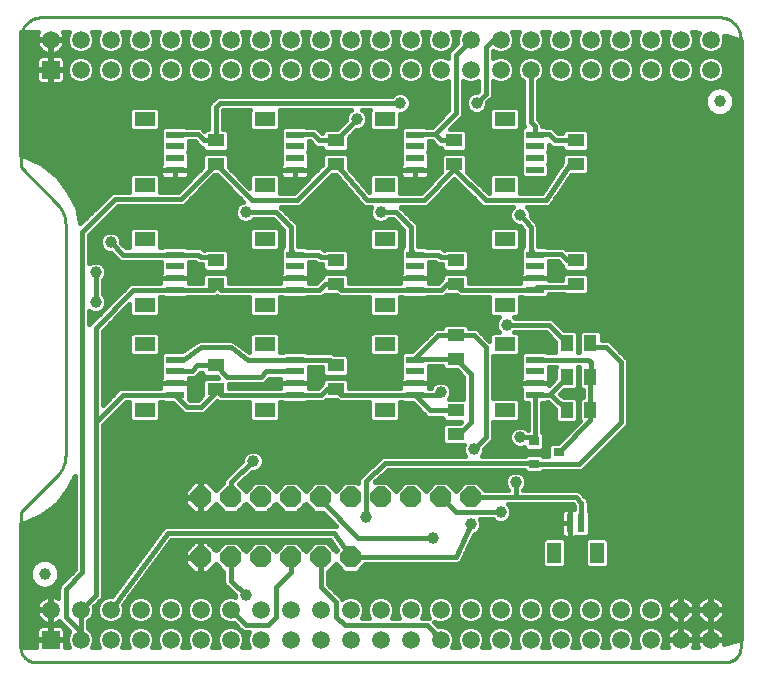
<source format=gtl>
G75*
%MOIN*%
%OFA0B0*%
%FSLAX25Y25*%
%IPPOS*%
%LPD*%
%AMOC8*
5,1,8,0,0,1.08239X$1,22.5*
%
%ADD10C,0.01000*%
%ADD11R,0.05937X0.05937*%
%ADD12C,0.05937*%
%ADD13OC8,0.07000*%
%ADD14R,0.05512X0.04331*%
%ADD15R,0.06102X0.02362*%
%ADD16R,0.07087X0.04724*%
%ADD17R,0.04331X0.05512*%
%ADD18R,0.03543X0.03150*%
%ADD19R,0.02362X0.06102*%
%ADD20R,0.04724X0.07087*%
%ADD21C,0.03937*%
%ADD22C,0.01600*%
%ADD23C,0.03962*%
D10*
X0075000Y0055000D02*
X0305000Y0055000D01*
X0305140Y0055002D01*
X0305280Y0055008D01*
X0305420Y0055018D01*
X0305560Y0055031D01*
X0305699Y0055049D01*
X0305838Y0055071D01*
X0305975Y0055096D01*
X0306113Y0055125D01*
X0306249Y0055158D01*
X0306384Y0055195D01*
X0306518Y0055236D01*
X0306651Y0055281D01*
X0306783Y0055329D01*
X0306913Y0055381D01*
X0307042Y0055436D01*
X0307169Y0055495D01*
X0307295Y0055558D01*
X0307419Y0055624D01*
X0307540Y0055693D01*
X0307660Y0055766D01*
X0307778Y0055843D01*
X0307893Y0055922D01*
X0308007Y0056005D01*
X0308117Y0056091D01*
X0308226Y0056180D01*
X0308332Y0056272D01*
X0308435Y0056367D01*
X0308536Y0056464D01*
X0308633Y0056565D01*
X0308728Y0056668D01*
X0308820Y0056774D01*
X0308909Y0056883D01*
X0308995Y0056993D01*
X0309078Y0057107D01*
X0309157Y0057222D01*
X0309234Y0057340D01*
X0309307Y0057460D01*
X0309376Y0057581D01*
X0309442Y0057705D01*
X0309505Y0057831D01*
X0309564Y0057958D01*
X0309619Y0058087D01*
X0309671Y0058217D01*
X0309719Y0058349D01*
X0309764Y0058482D01*
X0309805Y0058616D01*
X0309842Y0058751D01*
X0309875Y0058887D01*
X0309904Y0059025D01*
X0309929Y0059162D01*
X0309951Y0059301D01*
X0309969Y0059440D01*
X0309982Y0059580D01*
X0309992Y0059720D01*
X0309998Y0059860D01*
X0310000Y0060000D01*
X0310000Y0262929D01*
X0309998Y0263100D01*
X0309992Y0263271D01*
X0309981Y0263441D01*
X0309967Y0263611D01*
X0309948Y0263781D01*
X0309926Y0263951D01*
X0309899Y0264119D01*
X0309868Y0264288D01*
X0309833Y0264455D01*
X0309795Y0264621D01*
X0309752Y0264787D01*
X0309705Y0264951D01*
X0309654Y0265114D01*
X0309599Y0265276D01*
X0309540Y0265436D01*
X0309478Y0265595D01*
X0309412Y0265753D01*
X0309342Y0265909D01*
X0309268Y0266063D01*
X0309190Y0266215D01*
X0309109Y0266365D01*
X0309024Y0266514D01*
X0308936Y0266660D01*
X0308844Y0266804D01*
X0308748Y0266946D01*
X0308650Y0267085D01*
X0308547Y0267222D01*
X0308442Y0267357D01*
X0308333Y0267489D01*
X0308222Y0267618D01*
X0308107Y0267744D01*
X0307989Y0267868D01*
X0307868Y0267989D01*
X0307744Y0268107D01*
X0307618Y0268222D01*
X0307489Y0268333D01*
X0307357Y0268442D01*
X0307222Y0268547D01*
X0307085Y0268650D01*
X0306946Y0268748D01*
X0306804Y0268844D01*
X0306660Y0268936D01*
X0306514Y0269024D01*
X0306365Y0269109D01*
X0306215Y0269190D01*
X0306063Y0269268D01*
X0305909Y0269342D01*
X0305753Y0269412D01*
X0305595Y0269478D01*
X0305436Y0269540D01*
X0305276Y0269599D01*
X0305114Y0269654D01*
X0304951Y0269705D01*
X0304787Y0269752D01*
X0304621Y0269795D01*
X0304455Y0269833D01*
X0304288Y0269868D01*
X0304119Y0269899D01*
X0303951Y0269926D01*
X0303781Y0269948D01*
X0303611Y0269967D01*
X0303441Y0269981D01*
X0303271Y0269992D01*
X0303100Y0269998D01*
X0302929Y0270000D01*
X0077071Y0270000D01*
X0070000Y0265000D02*
X0070000Y0220000D01*
X0082071Y0207929D01*
X0085000Y0200858D02*
X0085000Y0124142D01*
X0084997Y0123904D01*
X0084989Y0123666D01*
X0084975Y0123429D01*
X0084955Y0123191D01*
X0084929Y0122955D01*
X0084898Y0122719D01*
X0084862Y0122484D01*
X0084819Y0122249D01*
X0084771Y0122016D01*
X0084718Y0121784D01*
X0084659Y0121554D01*
X0084595Y0121325D01*
X0084525Y0121097D01*
X0084450Y0120871D01*
X0084369Y0120647D01*
X0084284Y0120425D01*
X0084193Y0120205D01*
X0084096Y0119988D01*
X0083995Y0119773D01*
X0083888Y0119560D01*
X0083777Y0119350D01*
X0083660Y0119142D01*
X0083539Y0118937D01*
X0083413Y0118736D01*
X0083281Y0118537D01*
X0083146Y0118341D01*
X0083005Y0118149D01*
X0082861Y0117960D01*
X0082711Y0117775D01*
X0082557Y0117593D01*
X0082400Y0117415D01*
X0082237Y0117241D01*
X0082071Y0117071D01*
X0070000Y0105000D01*
X0070000Y0060000D01*
X0070002Y0059860D01*
X0070008Y0059720D01*
X0070018Y0059580D01*
X0070031Y0059440D01*
X0070049Y0059301D01*
X0070071Y0059162D01*
X0070096Y0059025D01*
X0070125Y0058887D01*
X0070158Y0058751D01*
X0070195Y0058616D01*
X0070236Y0058482D01*
X0070281Y0058349D01*
X0070329Y0058217D01*
X0070381Y0058087D01*
X0070436Y0057958D01*
X0070495Y0057831D01*
X0070558Y0057705D01*
X0070624Y0057581D01*
X0070693Y0057460D01*
X0070766Y0057340D01*
X0070843Y0057222D01*
X0070922Y0057107D01*
X0071005Y0056993D01*
X0071091Y0056883D01*
X0071180Y0056774D01*
X0071272Y0056668D01*
X0071367Y0056565D01*
X0071464Y0056464D01*
X0071565Y0056367D01*
X0071668Y0056272D01*
X0071774Y0056180D01*
X0071883Y0056091D01*
X0071993Y0056005D01*
X0072107Y0055922D01*
X0072222Y0055843D01*
X0072340Y0055766D01*
X0072460Y0055693D01*
X0072581Y0055624D01*
X0072705Y0055558D01*
X0072831Y0055495D01*
X0072958Y0055436D01*
X0073087Y0055381D01*
X0073217Y0055329D01*
X0073349Y0055281D01*
X0073482Y0055236D01*
X0073616Y0055195D01*
X0073751Y0055158D01*
X0073887Y0055125D01*
X0074025Y0055096D01*
X0074162Y0055071D01*
X0074301Y0055049D01*
X0074440Y0055031D01*
X0074580Y0055018D01*
X0074720Y0055008D01*
X0074860Y0055002D01*
X0075000Y0055000D01*
X0074860Y0055002D01*
X0074720Y0055008D01*
X0074580Y0055018D01*
X0074440Y0055031D01*
X0074301Y0055049D01*
X0074162Y0055071D01*
X0074025Y0055096D01*
X0073887Y0055125D01*
X0073751Y0055158D01*
X0073616Y0055195D01*
X0073482Y0055236D01*
X0073349Y0055281D01*
X0073217Y0055329D01*
X0073087Y0055381D01*
X0072958Y0055436D01*
X0072831Y0055495D01*
X0072705Y0055558D01*
X0072581Y0055624D01*
X0072460Y0055693D01*
X0072340Y0055766D01*
X0072222Y0055843D01*
X0072107Y0055922D01*
X0071993Y0056005D01*
X0071883Y0056091D01*
X0071774Y0056180D01*
X0071668Y0056272D01*
X0071565Y0056367D01*
X0071464Y0056464D01*
X0071367Y0056565D01*
X0071272Y0056668D01*
X0071180Y0056774D01*
X0071091Y0056883D01*
X0071005Y0056993D01*
X0070922Y0057107D01*
X0070843Y0057222D01*
X0070766Y0057340D01*
X0070693Y0057460D01*
X0070624Y0057581D01*
X0070558Y0057705D01*
X0070495Y0057831D01*
X0070436Y0057958D01*
X0070381Y0058087D01*
X0070329Y0058217D01*
X0070281Y0058349D01*
X0070236Y0058482D01*
X0070195Y0058616D01*
X0070158Y0058751D01*
X0070125Y0058887D01*
X0070096Y0059025D01*
X0070071Y0059162D01*
X0070049Y0059301D01*
X0070031Y0059440D01*
X0070018Y0059580D01*
X0070008Y0059720D01*
X0070002Y0059860D01*
X0070000Y0060000D01*
X0085000Y0200858D02*
X0084997Y0201096D01*
X0084989Y0201334D01*
X0084975Y0201571D01*
X0084955Y0201809D01*
X0084929Y0202045D01*
X0084898Y0202281D01*
X0084862Y0202516D01*
X0084819Y0202751D01*
X0084771Y0202984D01*
X0084718Y0203216D01*
X0084659Y0203446D01*
X0084595Y0203675D01*
X0084525Y0203903D01*
X0084450Y0204129D01*
X0084369Y0204353D01*
X0084284Y0204575D01*
X0084193Y0204795D01*
X0084096Y0205012D01*
X0083995Y0205227D01*
X0083888Y0205440D01*
X0083777Y0205650D01*
X0083660Y0205858D01*
X0083539Y0206063D01*
X0083413Y0206264D01*
X0083281Y0206463D01*
X0083146Y0206659D01*
X0083005Y0206851D01*
X0082861Y0207040D01*
X0082711Y0207225D01*
X0082557Y0207407D01*
X0082400Y0207585D01*
X0082237Y0207759D01*
X0082071Y0207929D01*
X0070000Y0262929D02*
X0070002Y0263100D01*
X0070008Y0263271D01*
X0070019Y0263441D01*
X0070033Y0263611D01*
X0070052Y0263781D01*
X0070074Y0263951D01*
X0070101Y0264119D01*
X0070132Y0264288D01*
X0070167Y0264455D01*
X0070205Y0264621D01*
X0070248Y0264787D01*
X0070295Y0264951D01*
X0070346Y0265114D01*
X0070401Y0265276D01*
X0070460Y0265436D01*
X0070522Y0265595D01*
X0070588Y0265753D01*
X0070658Y0265909D01*
X0070732Y0266063D01*
X0070810Y0266215D01*
X0070891Y0266365D01*
X0070976Y0266514D01*
X0071064Y0266660D01*
X0071156Y0266804D01*
X0071252Y0266946D01*
X0071350Y0267085D01*
X0071453Y0267222D01*
X0071558Y0267357D01*
X0071667Y0267489D01*
X0071778Y0267618D01*
X0071893Y0267744D01*
X0072011Y0267868D01*
X0072132Y0267989D01*
X0072256Y0268107D01*
X0072382Y0268222D01*
X0072511Y0268333D01*
X0072643Y0268442D01*
X0072778Y0268547D01*
X0072915Y0268650D01*
X0073054Y0268748D01*
X0073196Y0268844D01*
X0073340Y0268936D01*
X0073486Y0269024D01*
X0073635Y0269109D01*
X0073785Y0269190D01*
X0073937Y0269268D01*
X0074091Y0269342D01*
X0074247Y0269412D01*
X0074405Y0269478D01*
X0074564Y0269540D01*
X0074724Y0269599D01*
X0074886Y0269654D01*
X0075049Y0269705D01*
X0075213Y0269752D01*
X0075379Y0269795D01*
X0075545Y0269833D01*
X0075712Y0269868D01*
X0075881Y0269899D01*
X0076049Y0269926D01*
X0076219Y0269948D01*
X0076389Y0269967D01*
X0076559Y0269981D01*
X0076729Y0269992D01*
X0076900Y0269998D01*
X0077071Y0270000D01*
D11*
X0080000Y0252500D03*
X0080000Y0062500D03*
D12*
X0090000Y0062500D03*
X0100000Y0062500D03*
X0110000Y0062500D03*
X0120000Y0062500D03*
X0130000Y0062500D03*
X0140000Y0062500D03*
X0150000Y0062500D03*
X0160000Y0062500D03*
X0170000Y0062500D03*
X0180000Y0062500D03*
X0190000Y0062500D03*
X0200000Y0062500D03*
X0210000Y0062500D03*
X0220000Y0062500D03*
X0230000Y0062500D03*
X0240000Y0062500D03*
X0250000Y0062500D03*
X0260000Y0062500D03*
X0270000Y0062500D03*
X0280000Y0062500D03*
X0290000Y0062500D03*
X0300000Y0062500D03*
X0300000Y0072500D03*
X0290000Y0072500D03*
X0280000Y0072500D03*
X0270000Y0072500D03*
X0260000Y0072500D03*
X0250000Y0072500D03*
X0240000Y0072500D03*
X0230000Y0072500D03*
X0220000Y0072500D03*
X0210000Y0072500D03*
X0200000Y0072500D03*
X0190000Y0072500D03*
X0180000Y0072500D03*
X0170000Y0072500D03*
X0160000Y0072500D03*
X0150000Y0072500D03*
X0140000Y0072500D03*
X0130000Y0072500D03*
X0120000Y0072500D03*
X0110000Y0072500D03*
X0100000Y0072500D03*
X0090000Y0072500D03*
X0080000Y0072500D03*
X0090000Y0252500D03*
X0100000Y0252500D03*
X0110000Y0252500D03*
X0120000Y0252500D03*
X0130000Y0252500D03*
X0140000Y0252500D03*
X0150000Y0252500D03*
X0160000Y0252500D03*
X0170000Y0252500D03*
X0180000Y0252500D03*
X0190000Y0252500D03*
X0200000Y0252500D03*
X0210000Y0252500D03*
X0220000Y0252500D03*
X0230000Y0252500D03*
X0240000Y0252500D03*
X0250000Y0252500D03*
X0260000Y0252500D03*
X0270000Y0252500D03*
X0280000Y0252500D03*
X0290000Y0252500D03*
X0300000Y0252500D03*
X0300000Y0262500D03*
X0290000Y0262500D03*
X0280000Y0262500D03*
X0270000Y0262500D03*
X0260000Y0262500D03*
X0250000Y0262500D03*
X0240000Y0262500D03*
X0230000Y0262500D03*
X0220000Y0262500D03*
X0210000Y0262500D03*
X0200000Y0262500D03*
X0190000Y0262500D03*
X0180000Y0262500D03*
X0170000Y0262500D03*
X0160000Y0262500D03*
X0150000Y0262500D03*
X0140000Y0262500D03*
X0130000Y0262500D03*
X0120000Y0262500D03*
X0110000Y0262500D03*
X0100000Y0262500D03*
X0090000Y0262500D03*
X0080000Y0262500D03*
D13*
X0130000Y0110000D03*
X0140000Y0110000D03*
X0150000Y0110000D03*
X0160000Y0110000D03*
X0170000Y0110000D03*
X0180000Y0110000D03*
X0190000Y0110000D03*
X0200000Y0110000D03*
X0210000Y0110000D03*
X0220000Y0110000D03*
X0180000Y0090000D03*
X0170000Y0090000D03*
X0160000Y0090000D03*
X0150000Y0090000D03*
X0140000Y0090000D03*
X0130000Y0090000D03*
D14*
X0215000Y0131063D03*
X0215000Y0138937D03*
X0215000Y0156063D03*
X0215000Y0163937D03*
X0215000Y0181063D03*
X0215000Y0188937D03*
X0175000Y0188937D03*
X0175000Y0181063D03*
X0135000Y0181063D03*
X0135000Y0188937D03*
X0135000Y0221063D03*
X0135000Y0228937D03*
X0175000Y0228937D03*
X0175000Y0221063D03*
X0214500Y0221063D03*
X0214500Y0228937D03*
X0255000Y0228937D03*
X0255000Y0221063D03*
X0255000Y0188937D03*
X0255000Y0181063D03*
X0175000Y0153937D03*
X0175000Y0146063D03*
X0135000Y0146063D03*
X0135000Y0153937D03*
D15*
X0121398Y0151969D03*
X0121398Y0155906D03*
X0121398Y0148031D03*
X0121398Y0144094D03*
X0161398Y0144094D03*
X0161398Y0148031D03*
X0161398Y0151969D03*
X0161398Y0155906D03*
X0161398Y0179094D03*
X0161398Y0183031D03*
X0161398Y0186969D03*
X0161398Y0190906D03*
X0201398Y0190906D03*
X0201398Y0186969D03*
X0201398Y0183031D03*
X0201398Y0179094D03*
X0201398Y0155906D03*
X0201398Y0151969D03*
X0201398Y0148031D03*
X0201398Y0144094D03*
X0241398Y0144094D03*
X0241398Y0148031D03*
X0241398Y0151969D03*
X0241398Y0155906D03*
X0241398Y0179094D03*
X0241398Y0183031D03*
X0241398Y0186969D03*
X0241398Y0190906D03*
X0241398Y0219094D03*
X0241398Y0223031D03*
X0241398Y0226969D03*
X0241398Y0230906D03*
X0201398Y0230906D03*
X0201398Y0226969D03*
X0201398Y0223031D03*
X0201398Y0219094D03*
X0161398Y0219094D03*
X0161398Y0223031D03*
X0161398Y0226969D03*
X0161398Y0230906D03*
X0121398Y0230906D03*
X0121398Y0226969D03*
X0121398Y0223031D03*
X0121398Y0219094D03*
X0121398Y0190906D03*
X0121398Y0186969D03*
X0121398Y0183031D03*
X0121398Y0179094D03*
D16*
X0111457Y0173976D03*
X0111457Y0161024D03*
X0111457Y0138976D03*
X0151457Y0138976D03*
X0151457Y0161024D03*
X0151457Y0173976D03*
X0151457Y0196024D03*
X0151457Y0213976D03*
X0151457Y0236024D03*
X0191457Y0236024D03*
X0191457Y0213976D03*
X0191457Y0196024D03*
X0191457Y0173976D03*
X0191457Y0161024D03*
X0191457Y0138976D03*
X0231457Y0138976D03*
X0231457Y0161024D03*
X0231457Y0173976D03*
X0231457Y0196024D03*
X0231457Y0213976D03*
X0231457Y0236024D03*
X0111457Y0236024D03*
X0111457Y0213976D03*
X0111457Y0196024D03*
D17*
X0252063Y0161500D03*
X0259937Y0161500D03*
X0259937Y0150000D03*
X0252063Y0150000D03*
X0252063Y0139000D03*
X0259937Y0139000D03*
D18*
X0249331Y0125000D03*
X0241063Y0121260D03*
X0241063Y0128740D03*
D19*
X0253031Y0101398D03*
X0256969Y0101398D03*
D20*
X0262087Y0091457D03*
X0247913Y0091457D03*
D21*
X0078000Y0084500D03*
X0303000Y0242000D03*
D22*
X0302555Y0246952D02*
X0302465Y0247004D01*
X0302133Y0246915D01*
X0301792Y0246885D01*
X0301725Y0246806D01*
X0301701Y0246799D01*
X0301604Y0246835D01*
X0301293Y0246690D01*
X0300962Y0246601D01*
X0300910Y0246511D01*
X0300888Y0246501D01*
X0300785Y0246519D01*
X0300504Y0246322D01*
X0300194Y0246177D01*
X0300158Y0246080D01*
X0300138Y0246066D01*
X0300034Y0246066D01*
X0299792Y0245823D01*
X0299511Y0245627D01*
X0299493Y0245524D01*
X0299476Y0245507D01*
X0299373Y0245489D01*
X0299177Y0245208D01*
X0298934Y0244966D01*
X0298934Y0244862D01*
X0298920Y0244842D01*
X0298823Y0244806D01*
X0298678Y0244496D01*
X0298481Y0244214D01*
X0298499Y0244112D01*
X0298489Y0244090D01*
X0298399Y0244038D01*
X0298310Y0243707D01*
X0298165Y0243396D01*
X0298201Y0243298D01*
X0298194Y0243275D01*
X0298115Y0243208D01*
X0298085Y0242867D01*
X0297996Y0242535D01*
X0298048Y0242445D01*
X0298046Y0242421D01*
X0297979Y0242342D01*
X0298009Y0242000D01*
X0297979Y0241658D01*
X0298046Y0241579D01*
X0298048Y0241555D01*
X0297996Y0241465D01*
X0298085Y0241133D01*
X0298115Y0240792D01*
X0298194Y0240725D01*
X0298201Y0240701D01*
X0298165Y0240604D01*
X0298310Y0240293D01*
X0298399Y0239962D01*
X0298489Y0239910D01*
X0298499Y0239888D01*
X0298481Y0239785D01*
X0298678Y0239504D01*
X0298823Y0239194D01*
X0298920Y0239158D01*
X0298934Y0239138D01*
X0298934Y0239034D01*
X0299177Y0238792D01*
X0299373Y0238511D01*
X0299476Y0238493D01*
X0299493Y0238476D01*
X0299511Y0238373D01*
X0299792Y0238177D01*
X0300034Y0237934D01*
X0300138Y0237934D01*
X0300158Y0237920D01*
X0300194Y0237823D01*
X0300504Y0237678D01*
X0300785Y0237481D01*
X0300888Y0237499D01*
X0300910Y0237489D01*
X0300962Y0237399D01*
X0301293Y0237310D01*
X0301604Y0237165D01*
X0301701Y0237201D01*
X0301725Y0237194D01*
X0301792Y0237115D01*
X0302133Y0237085D01*
X0302465Y0236996D01*
X0302555Y0237048D01*
X0302579Y0237046D01*
X0302658Y0236979D01*
X0303000Y0237009D01*
X0303342Y0236979D01*
X0303421Y0237046D01*
X0303445Y0237048D01*
X0303535Y0236996D01*
X0303867Y0237085D01*
X0304208Y0237115D01*
X0304275Y0237194D01*
X0304298Y0237201D01*
X0304396Y0237165D01*
X0304707Y0237310D01*
X0305038Y0237399D01*
X0305090Y0237489D01*
X0305112Y0237499D01*
X0305214Y0237481D01*
X0305496Y0237678D01*
X0305806Y0237823D01*
X0305842Y0237920D01*
X0305862Y0237934D01*
X0305966Y0237934D01*
X0306208Y0238177D01*
X0306489Y0238373D01*
X0306507Y0238476D01*
X0306524Y0238493D01*
X0306627Y0238511D01*
X0306823Y0238792D01*
X0307066Y0239034D01*
X0307066Y0239138D01*
X0307080Y0239158D01*
X0307177Y0239194D01*
X0307322Y0239504D01*
X0307519Y0239785D01*
X0307501Y0239888D01*
X0307511Y0239910D01*
X0307601Y0239962D01*
X0307690Y0240293D01*
X0307835Y0240604D01*
X0307799Y0240701D01*
X0307806Y0240725D01*
X0307885Y0240792D01*
X0307915Y0241133D01*
X0308004Y0241465D01*
X0307952Y0241555D01*
X0307954Y0241579D01*
X0308021Y0241658D01*
X0307991Y0242000D01*
X0308021Y0242342D01*
X0307954Y0242421D01*
X0307952Y0242445D01*
X0308004Y0242535D01*
X0307915Y0242867D01*
X0307885Y0243208D01*
X0307806Y0243275D01*
X0307799Y0243298D01*
X0307835Y0243396D01*
X0307690Y0243707D01*
X0307601Y0244038D01*
X0307511Y0244090D01*
X0307501Y0244112D01*
X0307519Y0244214D01*
X0307322Y0244496D01*
X0307177Y0244806D01*
X0307080Y0244842D01*
X0307066Y0244862D01*
X0307066Y0244966D01*
X0306823Y0245208D01*
X0306627Y0245489D01*
X0306524Y0245507D01*
X0306507Y0245524D01*
X0306489Y0245627D01*
X0306208Y0245823D01*
X0305966Y0246066D01*
X0305862Y0246066D01*
X0305842Y0246080D01*
X0305806Y0246177D01*
X0305496Y0246322D01*
X0305214Y0246519D01*
X0305112Y0246501D01*
X0305090Y0246511D01*
X0305038Y0246601D01*
X0304707Y0246690D01*
X0304396Y0246835D01*
X0304298Y0246799D01*
X0304275Y0246806D01*
X0304208Y0246885D01*
X0303867Y0246915D01*
X0303535Y0247004D01*
X0303445Y0246952D01*
X0303421Y0246954D01*
X0303342Y0247021D01*
X0303000Y0246991D01*
X0302658Y0247021D01*
X0302579Y0246954D01*
X0302555Y0246952D01*
X0302588Y0248627D02*
X0300909Y0247931D01*
X0299091Y0247931D01*
X0297412Y0248627D01*
X0296127Y0249912D01*
X0295431Y0251591D01*
X0295431Y0253409D01*
X0296127Y0255088D01*
X0297412Y0256373D01*
X0299091Y0257068D01*
X0300909Y0257068D01*
X0302588Y0256373D01*
X0303873Y0255088D01*
X0304568Y0253409D01*
X0304568Y0251591D01*
X0303873Y0249912D01*
X0302588Y0248627D01*
X0303533Y0249572D02*
X0310000Y0249572D01*
X0310000Y0247974D02*
X0301011Y0247974D01*
X0300580Y0246375D02*
X0242400Y0246375D01*
X0242400Y0244777D02*
X0298809Y0244777D01*
X0298112Y0243178D02*
X0242400Y0243178D01*
X0242400Y0241580D02*
X0298045Y0241580D01*
X0298394Y0239981D02*
X0242400Y0239981D01*
X0242400Y0238383D02*
X0299509Y0238383D01*
X0306491Y0238383D02*
X0310000Y0238383D01*
X0310000Y0239981D02*
X0307606Y0239981D01*
X0307955Y0241580D02*
X0310000Y0241580D01*
X0310000Y0243178D02*
X0307888Y0243178D01*
X0307191Y0244777D02*
X0310000Y0244777D01*
X0310000Y0246375D02*
X0305420Y0246375D01*
X0298989Y0247974D02*
X0291011Y0247974D01*
X0290909Y0247931D02*
X0292588Y0248627D01*
X0293873Y0249912D01*
X0294568Y0251591D01*
X0294568Y0253409D01*
X0293873Y0255088D01*
X0292588Y0256373D01*
X0290909Y0257068D01*
X0289091Y0257068D01*
X0287412Y0256373D01*
X0286127Y0255088D01*
X0285431Y0253409D01*
X0285431Y0251591D01*
X0286127Y0249912D01*
X0287412Y0248627D01*
X0289091Y0247931D01*
X0290909Y0247931D01*
X0288989Y0247974D02*
X0281011Y0247974D01*
X0280909Y0247931D02*
X0282588Y0248627D01*
X0283873Y0249912D01*
X0284568Y0251591D01*
X0284568Y0253409D01*
X0283873Y0255088D01*
X0282588Y0256373D01*
X0280909Y0257068D01*
X0279091Y0257068D01*
X0277412Y0256373D01*
X0276127Y0255088D01*
X0275431Y0253409D01*
X0275431Y0251591D01*
X0276127Y0249912D01*
X0277412Y0248627D01*
X0279091Y0247931D01*
X0280909Y0247931D01*
X0278989Y0247974D02*
X0271011Y0247974D01*
X0270909Y0247931D02*
X0272588Y0248627D01*
X0273873Y0249912D01*
X0274568Y0251591D01*
X0274568Y0253409D01*
X0273873Y0255088D01*
X0272588Y0256373D01*
X0270909Y0257068D01*
X0269091Y0257068D01*
X0267412Y0256373D01*
X0266127Y0255088D01*
X0265431Y0253409D01*
X0265431Y0251591D01*
X0266127Y0249912D01*
X0267412Y0248627D01*
X0269091Y0247931D01*
X0270909Y0247931D01*
X0268989Y0247974D02*
X0261011Y0247974D01*
X0260909Y0247931D02*
X0262588Y0248627D01*
X0263873Y0249912D01*
X0264568Y0251591D01*
X0264568Y0253409D01*
X0263873Y0255088D01*
X0262588Y0256373D01*
X0260909Y0257068D01*
X0259091Y0257068D01*
X0257412Y0256373D01*
X0256127Y0255088D01*
X0255431Y0253409D01*
X0255431Y0251591D01*
X0256127Y0249912D01*
X0257412Y0248627D01*
X0259091Y0247931D01*
X0260909Y0247931D01*
X0258989Y0247974D02*
X0251011Y0247974D01*
X0250909Y0247931D02*
X0252588Y0248627D01*
X0253873Y0249912D01*
X0254568Y0251591D01*
X0254568Y0253409D01*
X0253873Y0255088D01*
X0252588Y0256373D01*
X0250909Y0257068D01*
X0249091Y0257068D01*
X0247412Y0256373D01*
X0246127Y0255088D01*
X0245431Y0253409D01*
X0245431Y0251591D01*
X0246127Y0249912D01*
X0247412Y0248627D01*
X0249091Y0247931D01*
X0250909Y0247931D01*
X0248989Y0247974D02*
X0242400Y0247974D01*
X0242400Y0248549D02*
X0242588Y0248627D01*
X0243873Y0249912D01*
X0244568Y0251591D01*
X0244568Y0253409D01*
X0243873Y0255088D01*
X0242588Y0256373D01*
X0240909Y0257068D01*
X0239091Y0257068D01*
X0237412Y0256373D01*
X0236127Y0255088D01*
X0235431Y0253409D01*
X0235431Y0251591D01*
X0236127Y0249912D01*
X0237412Y0248627D01*
X0237600Y0248549D01*
X0237600Y0234523D01*
X0237946Y0233687D01*
X0237684Y0233687D01*
X0236746Y0232749D01*
X0236746Y0229062D01*
X0236871Y0228937D01*
X0236746Y0228812D01*
X0236746Y0225125D01*
X0236871Y0225000D01*
X0236746Y0224875D01*
X0236746Y0221188D01*
X0236871Y0221063D01*
X0236746Y0220938D01*
X0236746Y0217251D01*
X0237684Y0216313D01*
X0245112Y0216313D01*
X0246049Y0217251D01*
X0246049Y0220938D01*
X0245924Y0221063D01*
X0246049Y0221188D01*
X0246049Y0224875D01*
X0245924Y0225000D01*
X0246049Y0225125D01*
X0246049Y0227557D01*
X0246703Y0226902D01*
X0247586Y0226537D01*
X0250644Y0226537D01*
X0250644Y0226109D01*
X0251581Y0225172D01*
X0258419Y0225172D01*
X0259356Y0226109D01*
X0259356Y0231765D01*
X0258419Y0232702D01*
X0251581Y0232702D01*
X0250644Y0231765D01*
X0250644Y0231337D01*
X0249057Y0231337D01*
X0248035Y0232359D01*
X0248035Y0232359D01*
X0247359Y0233035D01*
X0246477Y0233400D01*
X0245398Y0233400D01*
X0245112Y0233687D01*
X0243798Y0233687D01*
X0243798Y0234080D01*
X0243432Y0234962D01*
X0242757Y0235637D01*
X0242400Y0235994D01*
X0242400Y0248549D01*
X0243533Y0249572D02*
X0246467Y0249572D01*
X0245606Y0251171D02*
X0244394Y0251171D01*
X0244568Y0252769D02*
X0245431Y0252769D01*
X0245829Y0254368D02*
X0244171Y0254368D01*
X0242995Y0255966D02*
X0247005Y0255966D01*
X0247412Y0258627D02*
X0249091Y0257931D01*
X0250909Y0257931D01*
X0252588Y0258627D01*
X0253873Y0259912D01*
X0254568Y0261591D01*
X0254568Y0263409D01*
X0253930Y0264950D01*
X0256070Y0264950D01*
X0255431Y0263409D01*
X0255431Y0261591D01*
X0256127Y0259912D01*
X0257412Y0258627D01*
X0259091Y0257931D01*
X0260909Y0257931D01*
X0262588Y0258627D01*
X0263873Y0259912D01*
X0264568Y0261591D01*
X0264568Y0263409D01*
X0263930Y0264950D01*
X0266070Y0264950D01*
X0265431Y0263409D01*
X0265431Y0261591D01*
X0266127Y0259912D01*
X0267412Y0258627D01*
X0269091Y0257931D01*
X0270909Y0257931D01*
X0272588Y0258627D01*
X0273873Y0259912D01*
X0274568Y0261591D01*
X0274568Y0263409D01*
X0273930Y0264950D01*
X0276070Y0264950D01*
X0275431Y0263409D01*
X0275431Y0261591D01*
X0276127Y0259912D01*
X0277412Y0258627D01*
X0279091Y0257931D01*
X0280909Y0257931D01*
X0282588Y0258627D01*
X0283873Y0259912D01*
X0284568Y0261591D01*
X0284568Y0263409D01*
X0283930Y0264950D01*
X0286070Y0264950D01*
X0285431Y0263409D01*
X0285431Y0261591D01*
X0286127Y0259912D01*
X0287412Y0258627D01*
X0289091Y0257931D01*
X0290909Y0257931D01*
X0292588Y0258627D01*
X0293873Y0259912D01*
X0294568Y0261591D01*
X0294568Y0263409D01*
X0293930Y0264950D01*
X0295000Y0264950D01*
X0296053Y0264909D01*
X0295431Y0263409D01*
X0295431Y0261591D01*
X0296127Y0259912D01*
X0297412Y0258627D01*
X0299091Y0257931D01*
X0300909Y0257931D01*
X0302588Y0258627D01*
X0303873Y0259912D01*
X0304568Y0261591D01*
X0304568Y0263409D01*
X0304371Y0263886D01*
X0305493Y0263708D01*
X0310000Y0262244D01*
X0310000Y0062756D01*
X0305493Y0061292D01*
X0304574Y0061146D01*
X0304651Y0061383D01*
X0304768Y0062125D01*
X0304768Y0062316D01*
X0300184Y0062316D01*
X0300184Y0062684D01*
X0299816Y0062684D01*
X0299816Y0062316D01*
X0295231Y0062316D01*
X0295231Y0062125D01*
X0295349Y0061383D01*
X0295581Y0060670D01*
X0295879Y0060085D01*
X0295000Y0060050D01*
X0294103Y0060050D01*
X0294419Y0060670D01*
X0294651Y0061383D01*
X0294768Y0062125D01*
X0294768Y0062316D01*
X0290184Y0062316D01*
X0290184Y0062684D01*
X0289816Y0062684D01*
X0289816Y0062316D01*
X0285231Y0062316D01*
X0285231Y0062125D01*
X0285349Y0061383D01*
X0285581Y0060670D01*
X0285897Y0060050D01*
X0283930Y0060050D01*
X0284568Y0061591D01*
X0284568Y0063409D01*
X0283873Y0065088D01*
X0282588Y0066373D01*
X0280909Y0067068D01*
X0279091Y0067068D01*
X0277412Y0066373D01*
X0276127Y0065088D01*
X0275431Y0063409D01*
X0275431Y0061591D01*
X0276070Y0060050D01*
X0273930Y0060050D01*
X0274568Y0061591D01*
X0274568Y0063409D01*
X0273873Y0065088D01*
X0272588Y0066373D01*
X0270909Y0067068D01*
X0269091Y0067068D01*
X0267412Y0066373D01*
X0266127Y0065088D01*
X0265431Y0063409D01*
X0265431Y0061591D01*
X0266070Y0060050D01*
X0263930Y0060050D01*
X0264568Y0061591D01*
X0264568Y0063409D01*
X0263873Y0065088D01*
X0262588Y0066373D01*
X0260909Y0067068D01*
X0259091Y0067068D01*
X0257412Y0066373D01*
X0256127Y0065088D01*
X0255431Y0063409D01*
X0255431Y0061591D01*
X0256070Y0060050D01*
X0253930Y0060050D01*
X0254568Y0061591D01*
X0254568Y0063409D01*
X0253873Y0065088D01*
X0252588Y0066373D01*
X0250909Y0067068D01*
X0249091Y0067068D01*
X0247412Y0066373D01*
X0246127Y0065088D01*
X0245431Y0063409D01*
X0245431Y0061591D01*
X0246070Y0060050D01*
X0243930Y0060050D01*
X0244568Y0061591D01*
X0244568Y0063409D01*
X0243873Y0065088D01*
X0242588Y0066373D01*
X0240909Y0067068D01*
X0239091Y0067068D01*
X0237412Y0066373D01*
X0236127Y0065088D01*
X0235431Y0063409D01*
X0235431Y0061591D01*
X0236070Y0060050D01*
X0233930Y0060050D01*
X0234568Y0061591D01*
X0234568Y0063409D01*
X0233873Y0065088D01*
X0232588Y0066373D01*
X0230909Y0067068D01*
X0229091Y0067068D01*
X0227412Y0066373D01*
X0226127Y0065088D01*
X0225431Y0063409D01*
X0225431Y0061591D01*
X0226070Y0060050D01*
X0223930Y0060050D01*
X0224568Y0061591D01*
X0224568Y0063409D01*
X0223873Y0065088D01*
X0222588Y0066373D01*
X0220909Y0067068D01*
X0219091Y0067068D01*
X0217412Y0066373D01*
X0216127Y0065088D01*
X0215431Y0063409D01*
X0215431Y0061591D01*
X0216070Y0060050D01*
X0213930Y0060050D01*
X0214568Y0061591D01*
X0214568Y0063409D01*
X0213873Y0065088D01*
X0212588Y0066373D01*
X0210909Y0067068D01*
X0209117Y0067068D01*
X0207894Y0068427D01*
X0209091Y0067931D01*
X0210909Y0067931D01*
X0212588Y0068627D01*
X0213873Y0069912D01*
X0214568Y0071591D01*
X0214568Y0073409D01*
X0213873Y0075088D01*
X0212588Y0076373D01*
X0210909Y0077068D01*
X0209091Y0077068D01*
X0207412Y0076373D01*
X0206127Y0075088D01*
X0205431Y0073409D01*
X0205431Y0071591D01*
X0206127Y0069912D01*
X0206227Y0069812D01*
X0206103Y0069872D01*
X0206038Y0069875D01*
X0205977Y0069900D01*
X0205563Y0069900D01*
X0205149Y0069922D01*
X0205088Y0069900D01*
X0203861Y0069900D01*
X0203873Y0069912D01*
X0204568Y0071591D01*
X0204568Y0073409D01*
X0203873Y0075088D01*
X0202588Y0076373D01*
X0200909Y0077068D01*
X0199091Y0077068D01*
X0197412Y0076373D01*
X0196127Y0075088D01*
X0195431Y0073409D01*
X0195431Y0071591D01*
X0196127Y0069912D01*
X0196139Y0069900D01*
X0193861Y0069900D01*
X0193873Y0069912D01*
X0194568Y0071591D01*
X0194568Y0073409D01*
X0193873Y0075088D01*
X0192588Y0076373D01*
X0190909Y0077068D01*
X0189091Y0077068D01*
X0187412Y0076373D01*
X0186127Y0075088D01*
X0185431Y0073409D01*
X0185431Y0071591D01*
X0186127Y0069912D01*
X0186139Y0069900D01*
X0183861Y0069900D01*
X0183873Y0069912D01*
X0184568Y0071591D01*
X0184568Y0073409D01*
X0183873Y0075088D01*
X0182588Y0076373D01*
X0180909Y0077068D01*
X0179091Y0077068D01*
X0177412Y0076373D01*
X0177141Y0076102D01*
X0177035Y0076359D01*
X0176359Y0077035D01*
X0172400Y0080994D01*
X0172400Y0085188D01*
X0175000Y0087788D01*
X0177888Y0084900D01*
X0182112Y0084900D01*
X0184812Y0087600D01*
X0214959Y0087600D01*
X0215396Y0087585D01*
X0215435Y0087600D01*
X0215477Y0087600D01*
X0215881Y0087767D01*
X0216290Y0087920D01*
X0216320Y0087949D01*
X0216359Y0087965D01*
X0216668Y0088274D01*
X0216987Y0088572D01*
X0217005Y0088611D01*
X0217035Y0088641D01*
X0217202Y0089044D01*
X0221077Y0097570D01*
X0222029Y0097964D01*
X0223036Y0098971D01*
X0223581Y0100288D01*
X0223581Y0101712D01*
X0223213Y0102600D01*
X0227336Y0102600D01*
X0227971Y0101964D01*
X0229288Y0101419D01*
X0230712Y0101419D01*
X0232029Y0101964D01*
X0233036Y0102971D01*
X0233581Y0104288D01*
X0233581Y0105712D01*
X0233036Y0107029D01*
X0232464Y0107600D01*
X0254006Y0107600D01*
X0254569Y0107037D01*
X0254569Y0106217D01*
X0254450Y0106249D01*
X0253032Y0106249D01*
X0253032Y0101398D01*
X0253031Y0101398D01*
X0253031Y0101398D01*
X0250050Y0101398D01*
X0250050Y0104686D01*
X0250173Y0105144D01*
X0250410Y0105554D01*
X0250745Y0105889D01*
X0251156Y0106126D01*
X0251613Y0106249D01*
X0253031Y0106249D01*
X0253031Y0101398D01*
X0250050Y0101398D01*
X0250050Y0098109D01*
X0250173Y0097652D01*
X0250410Y0097241D01*
X0250745Y0096906D01*
X0251156Y0096669D01*
X0251613Y0096546D01*
X0253031Y0096546D01*
X0253031Y0101398D01*
X0253032Y0101398D01*
X0253032Y0096546D01*
X0254450Y0096546D01*
X0254907Y0096669D01*
X0255094Y0096777D01*
X0255125Y0096746D01*
X0258812Y0096746D01*
X0259750Y0097684D01*
X0259750Y0105112D01*
X0259368Y0105493D01*
X0259368Y0108509D01*
X0259003Y0109391D01*
X0258328Y0110066D01*
X0256359Y0112035D01*
X0255477Y0112400D01*
X0237464Y0112400D01*
X0238036Y0112971D01*
X0238581Y0114288D01*
X0238581Y0115712D01*
X0238036Y0117029D01*
X0237029Y0118036D01*
X0235712Y0118581D01*
X0234288Y0118581D01*
X0232971Y0118036D01*
X0231964Y0117029D01*
X0231419Y0115712D01*
X0231419Y0114288D01*
X0231964Y0112971D01*
X0232536Y0112400D01*
X0224812Y0112400D01*
X0222112Y0115100D01*
X0217888Y0115100D01*
X0215000Y0112212D01*
X0212112Y0115100D01*
X0207888Y0115100D01*
X0205000Y0112212D01*
X0202112Y0115100D01*
X0197888Y0115100D01*
X0195000Y0112212D01*
X0192112Y0115100D01*
X0188105Y0115100D01*
X0192438Y0119100D01*
X0237691Y0119100D01*
X0237691Y0119022D01*
X0238629Y0118085D01*
X0243497Y0118085D01*
X0244272Y0118860D01*
X0256737Y0118860D01*
X0257619Y0119225D01*
X0271359Y0132965D01*
X0272035Y0133641D01*
X0272400Y0134523D01*
X0272400Y0155477D01*
X0272035Y0156359D01*
X0271359Y0157035D01*
X0266422Y0161972D01*
X0265540Y0162337D01*
X0263702Y0162337D01*
X0263702Y0164919D01*
X0262765Y0165856D01*
X0257109Y0165856D01*
X0256172Y0164919D01*
X0256172Y0158305D01*
X0255828Y0158305D01*
X0255828Y0164919D01*
X0254891Y0165856D01*
X0251101Y0165856D01*
X0247422Y0169535D01*
X0246540Y0169900D01*
X0234664Y0169900D01*
X0234550Y0170014D01*
X0235663Y0170014D01*
X0236600Y0170951D01*
X0236600Y0176694D01*
X0237303Y0176694D01*
X0237684Y0176313D01*
X0245112Y0176313D01*
X0246049Y0177251D01*
X0246049Y0177600D01*
X0251279Y0177600D01*
X0251581Y0177298D01*
X0258419Y0177298D01*
X0259356Y0178235D01*
X0259356Y0183891D01*
X0258419Y0184828D01*
X0251581Y0184828D01*
X0250644Y0183891D01*
X0250644Y0182400D01*
X0246249Y0182400D01*
X0246249Y0183031D01*
X0241398Y0183031D01*
X0241398Y0183032D01*
X0246249Y0183032D01*
X0246249Y0184450D01*
X0246126Y0184907D01*
X0246018Y0185094D01*
X0246049Y0185125D01*
X0246049Y0188600D01*
X0249006Y0188600D01*
X0250028Y0187578D01*
X0250644Y0186962D01*
X0250644Y0186109D01*
X0251581Y0185172D01*
X0258419Y0185172D01*
X0259356Y0186109D01*
X0259356Y0191765D01*
X0258419Y0192702D01*
X0251692Y0192702D01*
X0251359Y0193035D01*
X0250477Y0193400D01*
X0245398Y0193400D01*
X0245112Y0193687D01*
X0242400Y0193687D01*
X0242400Y0199867D01*
X0242438Y0200209D01*
X0242400Y0200341D01*
X0242400Y0200477D01*
X0242268Y0200796D01*
X0242172Y0201126D01*
X0242087Y0201233D01*
X0242035Y0201359D01*
X0241791Y0201603D01*
X0240087Y0203733D01*
X0240081Y0203747D01*
X0240081Y0204712D01*
X0239536Y0206029D01*
X0238964Y0206600D01*
X0244763Y0206600D01*
X0245000Y0206553D01*
X0245236Y0206600D01*
X0245477Y0206600D01*
X0245700Y0206692D01*
X0245936Y0206739D01*
X0246137Y0206873D01*
X0246359Y0206965D01*
X0246530Y0207136D01*
X0246730Y0207269D01*
X0246864Y0207470D01*
X0247035Y0207641D01*
X0247127Y0207863D01*
X0253433Y0217298D01*
X0258419Y0217298D01*
X0259356Y0218235D01*
X0259356Y0223891D01*
X0258419Y0224828D01*
X0251581Y0224828D01*
X0250644Y0223891D01*
X0250644Y0221763D01*
X0243717Y0211400D01*
X0236600Y0211400D01*
X0236600Y0217001D01*
X0235663Y0217939D01*
X0227251Y0217939D01*
X0226313Y0217001D01*
X0226313Y0211400D01*
X0225994Y0211400D01*
X0218856Y0218538D01*
X0218856Y0223891D01*
X0217919Y0224828D01*
X0211081Y0224828D01*
X0210144Y0223891D01*
X0210144Y0218406D01*
X0203471Y0211400D01*
X0196600Y0211400D01*
X0196600Y0217001D01*
X0195663Y0217939D01*
X0187251Y0217939D01*
X0186313Y0217001D01*
X0186313Y0211786D01*
X0179356Y0219732D01*
X0179356Y0223891D01*
X0178419Y0224828D01*
X0171581Y0224828D01*
X0170644Y0223891D01*
X0170644Y0221038D01*
X0161006Y0211400D01*
X0156600Y0211400D01*
X0156600Y0217001D01*
X0155663Y0217939D01*
X0147251Y0217939D01*
X0146313Y0217001D01*
X0146313Y0213144D01*
X0139356Y0220101D01*
X0139356Y0223891D01*
X0138419Y0224828D01*
X0131581Y0224828D01*
X0130644Y0223891D01*
X0130644Y0220101D01*
X0122443Y0211900D01*
X0116600Y0211900D01*
X0116600Y0217001D01*
X0115663Y0217939D01*
X0107251Y0217939D01*
X0106313Y0217001D01*
X0106313Y0211900D01*
X0101023Y0211900D01*
X0100141Y0211535D01*
X0099465Y0210859D01*
X0089894Y0201288D01*
X0088669Y0206657D01*
X0085975Y0212250D01*
X0085975Y0212250D01*
X0082104Y0217104D01*
X0077250Y0220975D01*
X0071657Y0223669D01*
X0070000Y0224047D01*
X0070000Y0264950D01*
X0075897Y0264950D01*
X0075581Y0264330D01*
X0075349Y0263617D01*
X0075231Y0262875D01*
X0075231Y0262684D01*
X0079816Y0262684D01*
X0079816Y0262316D01*
X0080184Y0262316D01*
X0080184Y0257731D01*
X0080375Y0257731D01*
X0081117Y0257849D01*
X0081830Y0258081D01*
X0082499Y0258422D01*
X0083106Y0258863D01*
X0083637Y0259394D01*
X0084078Y0260001D01*
X0084419Y0260670D01*
X0084651Y0261383D01*
X0084768Y0262125D01*
X0084768Y0262316D01*
X0080184Y0262316D01*
X0080184Y0262684D01*
X0084768Y0262684D01*
X0084768Y0262875D01*
X0084651Y0263617D01*
X0084419Y0264330D01*
X0084103Y0264950D01*
X0086070Y0264950D01*
X0085431Y0263409D01*
X0085431Y0261591D01*
X0086127Y0259912D01*
X0087412Y0258627D01*
X0089091Y0257931D01*
X0090909Y0257931D01*
X0092588Y0258627D01*
X0093873Y0259912D01*
X0094568Y0261591D01*
X0094568Y0263409D01*
X0093930Y0264950D01*
X0096070Y0264950D01*
X0095431Y0263409D01*
X0095431Y0261591D01*
X0096127Y0259912D01*
X0097412Y0258627D01*
X0099091Y0257931D01*
X0100909Y0257931D01*
X0102588Y0258627D01*
X0103873Y0259912D01*
X0104568Y0261591D01*
X0104568Y0263409D01*
X0103930Y0264950D01*
X0106070Y0264950D01*
X0105431Y0263409D01*
X0105431Y0261591D01*
X0106127Y0259912D01*
X0107412Y0258627D01*
X0109091Y0257931D01*
X0110909Y0257931D01*
X0112588Y0258627D01*
X0113873Y0259912D01*
X0114568Y0261591D01*
X0114568Y0263409D01*
X0113930Y0264950D01*
X0116070Y0264950D01*
X0115431Y0263409D01*
X0115431Y0261591D01*
X0116127Y0259912D01*
X0117412Y0258627D01*
X0119091Y0257931D01*
X0120909Y0257931D01*
X0122588Y0258627D01*
X0123873Y0259912D01*
X0124568Y0261591D01*
X0124568Y0263409D01*
X0123930Y0264950D01*
X0126070Y0264950D01*
X0125431Y0263409D01*
X0125431Y0261591D01*
X0126127Y0259912D01*
X0127412Y0258627D01*
X0129091Y0257931D01*
X0130909Y0257931D01*
X0132588Y0258627D01*
X0133873Y0259912D01*
X0134568Y0261591D01*
X0134568Y0263409D01*
X0133930Y0264950D01*
X0136070Y0264950D01*
X0135431Y0263409D01*
X0135431Y0261591D01*
X0136127Y0259912D01*
X0137412Y0258627D01*
X0139091Y0257931D01*
X0140909Y0257931D01*
X0142588Y0258627D01*
X0143873Y0259912D01*
X0144568Y0261591D01*
X0144568Y0263409D01*
X0143930Y0264950D01*
X0146070Y0264950D01*
X0145431Y0263409D01*
X0145431Y0261591D01*
X0146127Y0259912D01*
X0147412Y0258627D01*
X0149091Y0257931D01*
X0150909Y0257931D01*
X0152588Y0258627D01*
X0153873Y0259912D01*
X0154568Y0261591D01*
X0154568Y0263409D01*
X0153930Y0264950D01*
X0156070Y0264950D01*
X0155431Y0263409D01*
X0155431Y0261591D01*
X0156127Y0259912D01*
X0157412Y0258627D01*
X0159091Y0257931D01*
X0160909Y0257931D01*
X0162588Y0258627D01*
X0163873Y0259912D01*
X0164568Y0261591D01*
X0164568Y0263409D01*
X0163930Y0264950D01*
X0166070Y0264950D01*
X0165431Y0263409D01*
X0165431Y0261591D01*
X0166127Y0259912D01*
X0167412Y0258627D01*
X0169091Y0257931D01*
X0170909Y0257931D01*
X0172588Y0258627D01*
X0173873Y0259912D01*
X0174568Y0261591D01*
X0174568Y0263409D01*
X0173930Y0264950D01*
X0176070Y0264950D01*
X0175431Y0263409D01*
X0175431Y0261591D01*
X0176127Y0259912D01*
X0177412Y0258627D01*
X0179091Y0257931D01*
X0180909Y0257931D01*
X0182588Y0258627D01*
X0183873Y0259912D01*
X0184568Y0261591D01*
X0184568Y0263409D01*
X0183930Y0264950D01*
X0186070Y0264950D01*
X0185431Y0263409D01*
X0185431Y0261591D01*
X0186127Y0259912D01*
X0187412Y0258627D01*
X0189091Y0257931D01*
X0190909Y0257931D01*
X0192588Y0258627D01*
X0193873Y0259912D01*
X0194568Y0261591D01*
X0194568Y0263409D01*
X0193930Y0264950D01*
X0196070Y0264950D01*
X0195431Y0263409D01*
X0195431Y0261591D01*
X0196127Y0259912D01*
X0197412Y0258627D01*
X0199091Y0257931D01*
X0200909Y0257931D01*
X0202588Y0258627D01*
X0203873Y0259912D01*
X0204568Y0261591D01*
X0204568Y0263409D01*
X0203930Y0264950D01*
X0206070Y0264950D01*
X0205431Y0263409D01*
X0205431Y0261591D01*
X0206127Y0259912D01*
X0207412Y0258627D01*
X0209091Y0257931D01*
X0210909Y0257931D01*
X0212588Y0258627D01*
X0213873Y0259912D01*
X0214568Y0261591D01*
X0214568Y0263409D01*
X0213930Y0264950D01*
X0216070Y0264950D01*
X0215431Y0263409D01*
X0215431Y0261591D01*
X0215509Y0261403D01*
X0212965Y0258859D01*
X0212600Y0257977D01*
X0212600Y0256361D01*
X0212588Y0256373D01*
X0210909Y0257068D01*
X0209091Y0257068D01*
X0207412Y0256373D01*
X0206127Y0255088D01*
X0205431Y0253409D01*
X0205431Y0251591D01*
X0206127Y0249912D01*
X0207412Y0248627D01*
X0209091Y0247931D01*
X0210909Y0247931D01*
X0212588Y0248627D01*
X0212600Y0248639D01*
X0212600Y0238994D01*
X0207006Y0233400D01*
X0205398Y0233400D01*
X0205112Y0233687D01*
X0197684Y0233687D01*
X0196746Y0232749D01*
X0196746Y0229062D01*
X0196871Y0228937D01*
X0196746Y0228812D01*
X0196746Y0225125D01*
X0196871Y0225000D01*
X0196746Y0224875D01*
X0196746Y0221188D01*
X0196777Y0221157D01*
X0196669Y0220970D01*
X0196546Y0220513D01*
X0196546Y0219095D01*
X0201398Y0219095D01*
X0206249Y0219095D01*
X0206249Y0220513D01*
X0206126Y0220970D01*
X0206018Y0221157D01*
X0206049Y0221188D01*
X0206049Y0224875D01*
X0205924Y0225000D01*
X0206049Y0225125D01*
X0206049Y0228600D01*
X0207006Y0228600D01*
X0208028Y0227578D01*
X0208703Y0226902D01*
X0209586Y0226537D01*
X0210144Y0226537D01*
X0210144Y0226109D01*
X0211081Y0225172D01*
X0217919Y0225172D01*
X0218856Y0226109D01*
X0218856Y0231765D01*
X0217919Y0232702D01*
X0213096Y0232702D01*
X0216359Y0235965D01*
X0217035Y0236641D01*
X0217400Y0237523D01*
X0217400Y0248639D01*
X0217412Y0248627D01*
X0219091Y0247931D01*
X0220909Y0247931D01*
X0222588Y0248627D01*
X0222600Y0248639D01*
X0222600Y0245494D01*
X0222187Y0245081D01*
X0221288Y0245081D01*
X0219971Y0244536D01*
X0218964Y0243529D01*
X0218419Y0242212D01*
X0218419Y0240788D01*
X0218964Y0239471D01*
X0219971Y0238464D01*
X0221288Y0237919D01*
X0222712Y0237919D01*
X0224029Y0238464D01*
X0225036Y0239471D01*
X0225581Y0240788D01*
X0225581Y0241687D01*
X0227035Y0243141D01*
X0227400Y0244023D01*
X0227400Y0248639D01*
X0227412Y0248627D01*
X0229091Y0247931D01*
X0230909Y0247931D01*
X0232588Y0248627D01*
X0233873Y0249912D01*
X0234568Y0251591D01*
X0234568Y0253409D01*
X0233873Y0255088D01*
X0232588Y0256373D01*
X0230909Y0257068D01*
X0229091Y0257068D01*
X0227412Y0256373D01*
X0227400Y0256361D01*
X0227400Y0258639D01*
X0227412Y0258627D01*
X0229091Y0257931D01*
X0230909Y0257931D01*
X0232588Y0258627D01*
X0233873Y0259912D01*
X0234568Y0261591D01*
X0234568Y0263409D01*
X0233930Y0264950D01*
X0236070Y0264950D01*
X0235431Y0263409D01*
X0235431Y0261591D01*
X0236127Y0259912D01*
X0237412Y0258627D01*
X0239091Y0257931D01*
X0240909Y0257931D01*
X0242588Y0258627D01*
X0243873Y0259912D01*
X0244568Y0261591D01*
X0244568Y0263409D01*
X0243930Y0264950D01*
X0246070Y0264950D01*
X0245431Y0263409D01*
X0245431Y0261591D01*
X0246127Y0259912D01*
X0247412Y0258627D01*
X0246876Y0259163D02*
X0243124Y0259163D01*
X0244225Y0260762D02*
X0245775Y0260762D01*
X0245431Y0262360D02*
X0244568Y0262360D01*
X0244341Y0263959D02*
X0245659Y0263959D01*
X0254341Y0263959D02*
X0255659Y0263959D01*
X0255431Y0262360D02*
X0254568Y0262360D01*
X0254225Y0260762D02*
X0255775Y0260762D01*
X0256876Y0259163D02*
X0253124Y0259163D01*
X0252995Y0255966D02*
X0257005Y0255966D01*
X0255829Y0254368D02*
X0254171Y0254368D01*
X0254568Y0252769D02*
X0255431Y0252769D01*
X0255606Y0251171D02*
X0254394Y0251171D01*
X0253533Y0249572D02*
X0256467Y0249572D01*
X0263533Y0249572D02*
X0266467Y0249572D01*
X0265606Y0251171D02*
X0264394Y0251171D01*
X0264568Y0252769D02*
X0265431Y0252769D01*
X0265829Y0254368D02*
X0264171Y0254368D01*
X0262995Y0255966D02*
X0267005Y0255966D01*
X0266876Y0259163D02*
X0263124Y0259163D01*
X0264225Y0260762D02*
X0265775Y0260762D01*
X0265431Y0262360D02*
X0264568Y0262360D01*
X0264341Y0263959D02*
X0265659Y0263959D01*
X0274341Y0263959D02*
X0275659Y0263959D01*
X0275431Y0262360D02*
X0274568Y0262360D01*
X0274225Y0260762D02*
X0275775Y0260762D01*
X0276876Y0259163D02*
X0273124Y0259163D01*
X0272995Y0255966D02*
X0277005Y0255966D01*
X0275829Y0254368D02*
X0274171Y0254368D01*
X0274568Y0252769D02*
X0275431Y0252769D01*
X0275606Y0251171D02*
X0274394Y0251171D01*
X0273533Y0249572D02*
X0276467Y0249572D01*
X0283533Y0249572D02*
X0286467Y0249572D01*
X0285606Y0251171D02*
X0284394Y0251171D01*
X0284568Y0252769D02*
X0285431Y0252769D01*
X0285829Y0254368D02*
X0284171Y0254368D01*
X0282995Y0255966D02*
X0287005Y0255966D01*
X0286876Y0259163D02*
X0283124Y0259163D01*
X0284225Y0260762D02*
X0285775Y0260762D01*
X0285431Y0262360D02*
X0284568Y0262360D01*
X0284341Y0263959D02*
X0285659Y0263959D01*
X0293124Y0259163D02*
X0296876Y0259163D01*
X0295775Y0260762D02*
X0294225Y0260762D01*
X0294568Y0262360D02*
X0295431Y0262360D01*
X0295659Y0263959D02*
X0294341Y0263959D01*
X0292995Y0255966D02*
X0297005Y0255966D01*
X0295829Y0254368D02*
X0294171Y0254368D01*
X0294568Y0252769D02*
X0295431Y0252769D01*
X0295606Y0251171D02*
X0294394Y0251171D01*
X0293533Y0249572D02*
X0296467Y0249572D01*
X0304394Y0251171D02*
X0310000Y0251171D01*
X0310000Y0252769D02*
X0304568Y0252769D01*
X0304171Y0254368D02*
X0310000Y0254368D01*
X0310000Y0255966D02*
X0302995Y0255966D01*
X0303124Y0259163D02*
X0310000Y0259163D01*
X0310000Y0257565D02*
X0227400Y0257565D01*
X0225000Y0260000D02*
X0225000Y0244500D01*
X0222000Y0241500D01*
X0225581Y0241580D02*
X0237600Y0241580D01*
X0237600Y0243178D02*
X0227050Y0243178D01*
X0227400Y0244777D02*
X0237600Y0244777D01*
X0237600Y0246375D02*
X0227400Y0246375D01*
X0227400Y0247974D02*
X0228989Y0247974D01*
X0231011Y0247974D02*
X0237600Y0247974D01*
X0236467Y0249572D02*
X0233533Y0249572D01*
X0234394Y0251171D02*
X0235606Y0251171D01*
X0235431Y0252769D02*
X0234568Y0252769D01*
X0234171Y0254368D02*
X0235829Y0254368D01*
X0237005Y0255966D02*
X0232995Y0255966D01*
X0233124Y0259163D02*
X0236876Y0259163D01*
X0235775Y0260762D02*
X0234225Y0260762D01*
X0234568Y0262360D02*
X0235431Y0262360D01*
X0235659Y0263959D02*
X0234341Y0263959D01*
X0230000Y0262500D02*
X0227500Y0262500D01*
X0225000Y0260000D01*
X0220000Y0262500D02*
X0215000Y0257500D01*
X0215000Y0238000D01*
X0208000Y0231000D01*
X0210063Y0228937D01*
X0214500Y0228937D01*
X0218856Y0228792D02*
X0236746Y0228792D01*
X0236746Y0230390D02*
X0218856Y0230390D01*
X0218632Y0231989D02*
X0236746Y0231989D01*
X0236600Y0232999D02*
X0236600Y0239049D01*
X0235663Y0239986D01*
X0227251Y0239986D01*
X0226313Y0239049D01*
X0226313Y0232999D01*
X0227251Y0232061D01*
X0235663Y0232061D01*
X0236600Y0232999D01*
X0236600Y0233587D02*
X0237584Y0233587D01*
X0237600Y0235186D02*
X0236600Y0235186D01*
X0236600Y0236784D02*
X0237600Y0236784D01*
X0237600Y0238383D02*
X0236600Y0238383D01*
X0235667Y0239981D02*
X0237600Y0239981D01*
X0242400Y0236784D02*
X0310000Y0236784D01*
X0310000Y0235186D02*
X0243208Y0235186D01*
X0241398Y0233602D02*
X0241398Y0230906D01*
X0241492Y0231000D01*
X0246000Y0231000D01*
X0248063Y0228937D01*
X0255000Y0228937D01*
X0259356Y0228792D02*
X0310000Y0228792D01*
X0310000Y0230390D02*
X0259356Y0230390D01*
X0259132Y0231989D02*
X0310000Y0231989D01*
X0310000Y0233587D02*
X0245211Y0233587D01*
X0248405Y0231989D02*
X0250868Y0231989D01*
X0251158Y0225595D02*
X0246049Y0225595D01*
X0246049Y0227193D02*
X0246413Y0227193D01*
X0246049Y0223996D02*
X0250749Y0223996D01*
X0250644Y0222398D02*
X0246049Y0222398D01*
X0246049Y0220799D02*
X0250000Y0220799D01*
X0248931Y0219201D02*
X0246049Y0219201D01*
X0246049Y0217602D02*
X0247863Y0217602D01*
X0246794Y0216003D02*
X0236600Y0216003D01*
X0236600Y0214405D02*
X0245726Y0214405D01*
X0244658Y0212806D02*
X0236600Y0212806D01*
X0236746Y0217602D02*
X0235999Y0217602D01*
X0236746Y0219201D02*
X0218856Y0219201D01*
X0218856Y0220799D02*
X0236746Y0220799D01*
X0236746Y0222398D02*
X0218856Y0222398D01*
X0218751Y0223996D02*
X0236746Y0223996D01*
X0236746Y0225595D02*
X0218342Y0225595D01*
X0218856Y0227193D02*
X0236746Y0227193D01*
X0241398Y0233602D02*
X0240000Y0235000D01*
X0240000Y0252500D01*
X0227246Y0239981D02*
X0225247Y0239981D01*
X0226313Y0238383D02*
X0223832Y0238383D01*
X0226313Y0236784D02*
X0217094Y0236784D01*
X0217400Y0238383D02*
X0220168Y0238383D01*
X0218753Y0239981D02*
X0217400Y0239981D01*
X0217400Y0241580D02*
X0218419Y0241580D01*
X0218819Y0243178D02*
X0217400Y0243178D01*
X0217400Y0244777D02*
X0220553Y0244777D01*
X0222600Y0246375D02*
X0217400Y0246375D01*
X0217400Y0247974D02*
X0218989Y0247974D01*
X0221011Y0247974D02*
X0222600Y0247974D01*
X0212600Y0247974D02*
X0211011Y0247974D01*
X0208989Y0247974D02*
X0201011Y0247974D01*
X0200909Y0247931D02*
X0202588Y0248627D01*
X0203873Y0249912D01*
X0204568Y0251591D01*
X0204568Y0253409D01*
X0203873Y0255088D01*
X0202588Y0256373D01*
X0200909Y0257068D01*
X0199091Y0257068D01*
X0197412Y0256373D01*
X0196127Y0255088D01*
X0195431Y0253409D01*
X0195431Y0251591D01*
X0196127Y0249912D01*
X0197412Y0248627D01*
X0199091Y0247931D01*
X0200909Y0247931D01*
X0198989Y0247974D02*
X0191011Y0247974D01*
X0190909Y0247931D02*
X0192588Y0248627D01*
X0193873Y0249912D01*
X0194568Y0251591D01*
X0194568Y0253409D01*
X0193873Y0255088D01*
X0192588Y0256373D01*
X0190909Y0257068D01*
X0189091Y0257068D01*
X0187412Y0256373D01*
X0186127Y0255088D01*
X0185431Y0253409D01*
X0185431Y0251591D01*
X0186127Y0249912D01*
X0187412Y0248627D01*
X0189091Y0247931D01*
X0190909Y0247931D01*
X0188989Y0247974D02*
X0181011Y0247974D01*
X0180909Y0247931D02*
X0182588Y0248627D01*
X0183873Y0249912D01*
X0184568Y0251591D01*
X0184568Y0253409D01*
X0183873Y0255088D01*
X0182588Y0256373D01*
X0180909Y0257068D01*
X0179091Y0257068D01*
X0177412Y0256373D01*
X0176127Y0255088D01*
X0175431Y0253409D01*
X0175431Y0251591D01*
X0176127Y0249912D01*
X0177412Y0248627D01*
X0179091Y0247931D01*
X0180909Y0247931D01*
X0178989Y0247974D02*
X0171011Y0247974D01*
X0170909Y0247931D02*
X0172588Y0248627D01*
X0173873Y0249912D01*
X0174568Y0251591D01*
X0174568Y0253409D01*
X0173873Y0255088D01*
X0172588Y0256373D01*
X0170909Y0257068D01*
X0169091Y0257068D01*
X0167412Y0256373D01*
X0166127Y0255088D01*
X0165431Y0253409D01*
X0165431Y0251591D01*
X0166127Y0249912D01*
X0167412Y0248627D01*
X0169091Y0247931D01*
X0170909Y0247931D01*
X0168989Y0247974D02*
X0161011Y0247974D01*
X0160909Y0247931D02*
X0162588Y0248627D01*
X0163873Y0249912D01*
X0164568Y0251591D01*
X0164568Y0253409D01*
X0163873Y0255088D01*
X0162588Y0256373D01*
X0160909Y0257068D01*
X0159091Y0257068D01*
X0157412Y0256373D01*
X0156127Y0255088D01*
X0155431Y0253409D01*
X0155431Y0251591D01*
X0156127Y0249912D01*
X0157412Y0248627D01*
X0159091Y0247931D01*
X0160909Y0247931D01*
X0158989Y0247974D02*
X0151011Y0247974D01*
X0150909Y0247931D02*
X0152588Y0248627D01*
X0153873Y0249912D01*
X0154568Y0251591D01*
X0154568Y0253409D01*
X0153873Y0255088D01*
X0152588Y0256373D01*
X0150909Y0257068D01*
X0149091Y0257068D01*
X0147412Y0256373D01*
X0146127Y0255088D01*
X0145431Y0253409D01*
X0145431Y0251591D01*
X0146127Y0249912D01*
X0147412Y0248627D01*
X0149091Y0247931D01*
X0150909Y0247931D01*
X0148989Y0247974D02*
X0141011Y0247974D01*
X0140909Y0247931D02*
X0142588Y0248627D01*
X0143873Y0249912D01*
X0144568Y0251591D01*
X0144568Y0253409D01*
X0143873Y0255088D01*
X0142588Y0256373D01*
X0140909Y0257068D01*
X0139091Y0257068D01*
X0137412Y0256373D01*
X0136127Y0255088D01*
X0135431Y0253409D01*
X0135431Y0251591D01*
X0136127Y0249912D01*
X0137412Y0248627D01*
X0139091Y0247931D01*
X0140909Y0247931D01*
X0138989Y0247974D02*
X0131011Y0247974D01*
X0130909Y0247931D02*
X0132588Y0248627D01*
X0133873Y0249912D01*
X0134568Y0251591D01*
X0134568Y0253409D01*
X0133873Y0255088D01*
X0132588Y0256373D01*
X0130909Y0257068D01*
X0129091Y0257068D01*
X0127412Y0256373D01*
X0126127Y0255088D01*
X0125431Y0253409D01*
X0125431Y0251591D01*
X0126127Y0249912D01*
X0127412Y0248627D01*
X0129091Y0247931D01*
X0130909Y0247931D01*
X0128989Y0247974D02*
X0121011Y0247974D01*
X0120909Y0247931D02*
X0122588Y0248627D01*
X0123873Y0249912D01*
X0124568Y0251591D01*
X0124568Y0253409D01*
X0123873Y0255088D01*
X0122588Y0256373D01*
X0120909Y0257068D01*
X0119091Y0257068D01*
X0117412Y0256373D01*
X0116127Y0255088D01*
X0115431Y0253409D01*
X0115431Y0251591D01*
X0116127Y0249912D01*
X0117412Y0248627D01*
X0119091Y0247931D01*
X0120909Y0247931D01*
X0118989Y0247974D02*
X0111011Y0247974D01*
X0110909Y0247931D02*
X0112588Y0248627D01*
X0113873Y0249912D01*
X0114568Y0251591D01*
X0114568Y0253409D01*
X0113873Y0255088D01*
X0112588Y0256373D01*
X0110909Y0257068D01*
X0109091Y0257068D01*
X0107412Y0256373D01*
X0106127Y0255088D01*
X0105431Y0253409D01*
X0105431Y0251591D01*
X0106127Y0249912D01*
X0107412Y0248627D01*
X0109091Y0247931D01*
X0110909Y0247931D01*
X0108989Y0247974D02*
X0101011Y0247974D01*
X0100909Y0247931D02*
X0102588Y0248627D01*
X0103873Y0249912D01*
X0104568Y0251591D01*
X0104568Y0253409D01*
X0103873Y0255088D01*
X0102588Y0256373D01*
X0100909Y0257068D01*
X0099091Y0257068D01*
X0097412Y0256373D01*
X0096127Y0255088D01*
X0095431Y0253409D01*
X0095431Y0251591D01*
X0096127Y0249912D01*
X0097412Y0248627D01*
X0099091Y0247931D01*
X0100909Y0247931D01*
X0098989Y0247974D02*
X0091011Y0247974D01*
X0090909Y0247931D02*
X0092588Y0248627D01*
X0093873Y0249912D01*
X0094568Y0251591D01*
X0094568Y0253409D01*
X0093873Y0255088D01*
X0092588Y0256373D01*
X0090909Y0257068D01*
X0089091Y0257068D01*
X0087412Y0256373D01*
X0086127Y0255088D01*
X0085431Y0253409D01*
X0085431Y0251591D01*
X0086127Y0249912D01*
X0087412Y0248627D01*
X0089091Y0247931D01*
X0090909Y0247931D01*
X0088989Y0247974D02*
X0083870Y0247974D01*
X0084074Y0248091D02*
X0084409Y0248426D01*
X0084646Y0248837D01*
X0084768Y0249295D01*
X0084768Y0252316D01*
X0080184Y0252316D01*
X0080184Y0247731D01*
X0083205Y0247731D01*
X0083663Y0247854D01*
X0084074Y0248091D01*
X0084768Y0249572D02*
X0086467Y0249572D01*
X0085606Y0251171D02*
X0084768Y0251171D01*
X0084768Y0252684D02*
X0084768Y0255705D01*
X0084646Y0256163D01*
X0084409Y0256574D01*
X0084074Y0256909D01*
X0083663Y0257146D01*
X0083205Y0257268D01*
X0080184Y0257268D01*
X0080184Y0252684D01*
X0084768Y0252684D01*
X0084768Y0252769D02*
X0085431Y0252769D01*
X0085829Y0254368D02*
X0084768Y0254368D01*
X0084699Y0255966D02*
X0087005Y0255966D01*
X0086876Y0259163D02*
X0083407Y0259163D01*
X0084449Y0260762D02*
X0085775Y0260762D01*
X0085431Y0262360D02*
X0080184Y0262360D01*
X0079816Y0262360D02*
X0070000Y0262360D01*
X0070000Y0260762D02*
X0075551Y0260762D01*
X0075581Y0260670D02*
X0075922Y0260001D01*
X0076363Y0259394D01*
X0076894Y0258863D01*
X0077501Y0258422D01*
X0078170Y0258081D01*
X0078883Y0257849D01*
X0079625Y0257731D01*
X0079816Y0257731D01*
X0079816Y0262316D01*
X0075231Y0262316D01*
X0075231Y0262125D01*
X0075349Y0261383D01*
X0075581Y0260670D01*
X0076593Y0259163D02*
X0070000Y0259163D01*
X0070000Y0257565D02*
X0212600Y0257565D01*
X0213124Y0259163D02*
X0213269Y0259163D01*
X0214225Y0260762D02*
X0214868Y0260762D01*
X0214568Y0262360D02*
X0215431Y0262360D01*
X0215659Y0263959D02*
X0214341Y0263959D01*
X0205659Y0263959D02*
X0204341Y0263959D01*
X0204568Y0262360D02*
X0205431Y0262360D01*
X0205775Y0260762D02*
X0204225Y0260762D01*
X0203124Y0259163D02*
X0206876Y0259163D01*
X0207005Y0255966D02*
X0202995Y0255966D01*
X0204171Y0254368D02*
X0205829Y0254368D01*
X0205431Y0252769D02*
X0204568Y0252769D01*
X0204394Y0251171D02*
X0205606Y0251171D01*
X0206467Y0249572D02*
X0203533Y0249572D01*
X0196467Y0249572D02*
X0193533Y0249572D01*
X0194394Y0251171D02*
X0195606Y0251171D01*
X0195431Y0252769D02*
X0194568Y0252769D01*
X0194171Y0254368D02*
X0195829Y0254368D01*
X0197005Y0255966D02*
X0192995Y0255966D01*
X0193124Y0259163D02*
X0196876Y0259163D01*
X0195775Y0260762D02*
X0194225Y0260762D01*
X0194568Y0262360D02*
X0195431Y0262360D01*
X0195659Y0263959D02*
X0194341Y0263959D01*
X0185659Y0263959D02*
X0184341Y0263959D01*
X0184568Y0262360D02*
X0185431Y0262360D01*
X0185775Y0260762D02*
X0184225Y0260762D01*
X0183124Y0259163D02*
X0186876Y0259163D01*
X0187005Y0255966D02*
X0182995Y0255966D01*
X0184171Y0254368D02*
X0185829Y0254368D01*
X0185431Y0252769D02*
X0184568Y0252769D01*
X0184394Y0251171D02*
X0185606Y0251171D01*
X0186467Y0249572D02*
X0183533Y0249572D01*
X0176467Y0249572D02*
X0173533Y0249572D01*
X0174394Y0251171D02*
X0175606Y0251171D01*
X0175431Y0252769D02*
X0174568Y0252769D01*
X0174171Y0254368D02*
X0175829Y0254368D01*
X0177005Y0255966D02*
X0172995Y0255966D01*
X0173124Y0259163D02*
X0176876Y0259163D01*
X0175775Y0260762D02*
X0174225Y0260762D01*
X0174568Y0262360D02*
X0175431Y0262360D01*
X0175659Y0263959D02*
X0174341Y0263959D01*
X0165659Y0263959D02*
X0164341Y0263959D01*
X0164568Y0262360D02*
X0165431Y0262360D01*
X0165775Y0260762D02*
X0164225Y0260762D01*
X0163124Y0259163D02*
X0166876Y0259163D01*
X0167005Y0255966D02*
X0162995Y0255966D01*
X0164171Y0254368D02*
X0165829Y0254368D01*
X0165431Y0252769D02*
X0164568Y0252769D01*
X0164394Y0251171D02*
X0165606Y0251171D01*
X0166467Y0249572D02*
X0163533Y0249572D01*
X0156467Y0249572D02*
X0153533Y0249572D01*
X0154394Y0251171D02*
X0155606Y0251171D01*
X0155431Y0252769D02*
X0154568Y0252769D01*
X0154171Y0254368D02*
X0155829Y0254368D01*
X0157005Y0255966D02*
X0152995Y0255966D01*
X0153124Y0259163D02*
X0156876Y0259163D01*
X0155775Y0260762D02*
X0154225Y0260762D01*
X0154568Y0262360D02*
X0155431Y0262360D01*
X0155659Y0263959D02*
X0154341Y0263959D01*
X0146876Y0259163D02*
X0143124Y0259163D01*
X0144225Y0260762D02*
X0145775Y0260762D01*
X0145431Y0262360D02*
X0144568Y0262360D01*
X0144341Y0263959D02*
X0145659Y0263959D01*
X0147005Y0255966D02*
X0142995Y0255966D01*
X0144171Y0254368D02*
X0145829Y0254368D01*
X0145431Y0252769D02*
X0144568Y0252769D01*
X0144394Y0251171D02*
X0145606Y0251171D01*
X0146467Y0249572D02*
X0143533Y0249572D01*
X0136467Y0249572D02*
X0133533Y0249572D01*
X0134394Y0251171D02*
X0135606Y0251171D01*
X0135431Y0252769D02*
X0134568Y0252769D01*
X0134171Y0254368D02*
X0135829Y0254368D01*
X0137005Y0255966D02*
X0132995Y0255966D01*
X0133124Y0259163D02*
X0136876Y0259163D01*
X0135775Y0260762D02*
X0134225Y0260762D01*
X0134568Y0262360D02*
X0135431Y0262360D01*
X0135659Y0263959D02*
X0134341Y0263959D01*
X0125659Y0263959D02*
X0124341Y0263959D01*
X0124568Y0262360D02*
X0125431Y0262360D01*
X0125775Y0260762D02*
X0124225Y0260762D01*
X0123124Y0259163D02*
X0126876Y0259163D01*
X0127005Y0255966D02*
X0122995Y0255966D01*
X0124171Y0254368D02*
X0125829Y0254368D01*
X0125431Y0252769D02*
X0124568Y0252769D01*
X0124394Y0251171D02*
X0125606Y0251171D01*
X0126467Y0249572D02*
X0123533Y0249572D01*
X0116467Y0249572D02*
X0113533Y0249572D01*
X0114394Y0251171D02*
X0115606Y0251171D01*
X0115431Y0252769D02*
X0114568Y0252769D01*
X0114171Y0254368D02*
X0115829Y0254368D01*
X0117005Y0255966D02*
X0112995Y0255966D01*
X0113124Y0259163D02*
X0116876Y0259163D01*
X0115775Y0260762D02*
X0114225Y0260762D01*
X0114568Y0262360D02*
X0115431Y0262360D01*
X0115659Y0263959D02*
X0114341Y0263959D01*
X0105659Y0263959D02*
X0104341Y0263959D01*
X0104568Y0262360D02*
X0105431Y0262360D01*
X0105775Y0260762D02*
X0104225Y0260762D01*
X0103124Y0259163D02*
X0106876Y0259163D01*
X0107005Y0255966D02*
X0102995Y0255966D01*
X0104171Y0254368D02*
X0105829Y0254368D01*
X0105431Y0252769D02*
X0104568Y0252769D01*
X0104394Y0251171D02*
X0105606Y0251171D01*
X0106467Y0249572D02*
X0103533Y0249572D01*
X0096467Y0249572D02*
X0093533Y0249572D01*
X0094394Y0251171D02*
X0095606Y0251171D01*
X0095431Y0252769D02*
X0094568Y0252769D01*
X0094171Y0254368D02*
X0095829Y0254368D01*
X0097005Y0255966D02*
X0092995Y0255966D01*
X0093124Y0259163D02*
X0096876Y0259163D01*
X0095775Y0260762D02*
X0094225Y0260762D01*
X0094568Y0262360D02*
X0095431Y0262360D01*
X0095659Y0263959D02*
X0094341Y0263959D01*
X0085659Y0263959D02*
X0084540Y0263959D01*
X0080184Y0260762D02*
X0079816Y0260762D01*
X0079816Y0259163D02*
X0080184Y0259163D01*
X0079816Y0257268D02*
X0076795Y0257268D01*
X0076337Y0257146D01*
X0075926Y0256909D01*
X0075591Y0256574D01*
X0075354Y0256163D01*
X0075231Y0255705D01*
X0075231Y0252684D01*
X0079816Y0252684D01*
X0079816Y0252316D01*
X0080184Y0252316D01*
X0080184Y0252684D01*
X0079816Y0252684D01*
X0079816Y0257268D01*
X0079816Y0255966D02*
X0080184Y0255966D01*
X0080184Y0254368D02*
X0079816Y0254368D01*
X0079816Y0252769D02*
X0080184Y0252769D01*
X0079816Y0252316D02*
X0075231Y0252316D01*
X0075231Y0249295D01*
X0075354Y0248837D01*
X0075591Y0248426D01*
X0075926Y0248091D01*
X0076337Y0247854D01*
X0076795Y0247731D01*
X0079816Y0247731D01*
X0079816Y0252316D01*
X0079816Y0251171D02*
X0080184Y0251171D01*
X0080184Y0249572D02*
X0079816Y0249572D01*
X0079816Y0247974D02*
X0080184Y0247974D01*
X0076130Y0247974D02*
X0070000Y0247974D01*
X0070000Y0249572D02*
X0075231Y0249572D01*
X0075231Y0251171D02*
X0070000Y0251171D01*
X0070000Y0252769D02*
X0075231Y0252769D01*
X0075231Y0254368D02*
X0070000Y0254368D01*
X0070000Y0255966D02*
X0075301Y0255966D01*
X0075460Y0263959D02*
X0070000Y0263959D01*
X0070000Y0246375D02*
X0212600Y0246375D01*
X0212600Y0244777D02*
X0197947Y0244777D01*
X0198529Y0244536D02*
X0197212Y0245081D01*
X0195788Y0245081D01*
X0194471Y0244536D01*
X0193836Y0243900D01*
X0136023Y0243900D01*
X0135141Y0243535D01*
X0132965Y0241359D01*
X0132600Y0240477D01*
X0132600Y0232702D01*
X0131581Y0232702D01*
X0131137Y0232258D01*
X0130359Y0233035D01*
X0129477Y0233400D01*
X0125398Y0233400D01*
X0125112Y0233687D01*
X0117684Y0233687D01*
X0116746Y0232749D01*
X0116746Y0229062D01*
X0116871Y0228937D01*
X0116746Y0228812D01*
X0116746Y0225125D01*
X0116871Y0225000D01*
X0116746Y0224875D01*
X0116746Y0221188D01*
X0116777Y0221157D01*
X0116669Y0220970D01*
X0116546Y0220513D01*
X0116546Y0219095D01*
X0121398Y0219095D01*
X0126249Y0219095D01*
X0126249Y0220513D01*
X0126126Y0220970D01*
X0126018Y0221157D01*
X0126049Y0221188D01*
X0126049Y0224875D01*
X0125924Y0225000D01*
X0126049Y0225125D01*
X0126049Y0228600D01*
X0128006Y0228600D01*
X0129028Y0227578D01*
X0129703Y0226902D01*
X0130586Y0226537D01*
X0130644Y0226537D01*
X0130644Y0226109D01*
X0131581Y0225172D01*
X0138419Y0225172D01*
X0139356Y0226109D01*
X0139356Y0231765D01*
X0138419Y0232702D01*
X0137400Y0232702D01*
X0137400Y0239006D01*
X0137494Y0239100D01*
X0146365Y0239100D01*
X0146313Y0239049D01*
X0146313Y0232999D01*
X0147251Y0232061D01*
X0155663Y0232061D01*
X0156600Y0232999D01*
X0156600Y0239049D01*
X0156549Y0239100D01*
X0180126Y0239100D01*
X0179971Y0239036D01*
X0178964Y0238029D01*
X0178419Y0236712D01*
X0178419Y0235796D01*
X0175353Y0232702D01*
X0171581Y0232702D01*
X0170644Y0231765D01*
X0170644Y0231337D01*
X0170557Y0231337D01*
X0168859Y0233035D01*
X0167977Y0233400D01*
X0165398Y0233400D01*
X0165112Y0233687D01*
X0157684Y0233687D01*
X0156746Y0232749D01*
X0156746Y0229062D01*
X0156871Y0228937D01*
X0156746Y0228812D01*
X0156746Y0225125D01*
X0156871Y0225000D01*
X0156746Y0224875D01*
X0156746Y0221188D01*
X0156777Y0221157D01*
X0156669Y0220970D01*
X0156546Y0220513D01*
X0156546Y0219095D01*
X0161398Y0219095D01*
X0166249Y0219095D01*
X0166249Y0220513D01*
X0166126Y0220970D01*
X0166018Y0221157D01*
X0166049Y0221188D01*
X0166049Y0224875D01*
X0165924Y0225000D01*
X0166049Y0225125D01*
X0166049Y0228600D01*
X0166506Y0228600D01*
X0167528Y0227578D01*
X0168203Y0226902D01*
X0169086Y0226537D01*
X0170644Y0226537D01*
X0170644Y0226109D01*
X0171581Y0225172D01*
X0178419Y0225172D01*
X0179356Y0226109D01*
X0179356Y0229923D01*
X0181830Y0232419D01*
X0182712Y0232419D01*
X0184029Y0232964D01*
X0185036Y0233971D01*
X0185581Y0235288D01*
X0185581Y0236712D01*
X0185036Y0238029D01*
X0184029Y0239036D01*
X0183874Y0239100D01*
X0186365Y0239100D01*
X0186313Y0239049D01*
X0186313Y0232999D01*
X0187251Y0232061D01*
X0195663Y0232061D01*
X0196600Y0232999D01*
X0196600Y0237919D01*
X0197212Y0237919D01*
X0198529Y0238464D01*
X0199536Y0239471D01*
X0200081Y0240788D01*
X0200081Y0242212D01*
X0199536Y0243529D01*
X0198529Y0244536D01*
X0199681Y0243178D02*
X0212600Y0243178D01*
X0212600Y0241580D02*
X0200081Y0241580D01*
X0199747Y0239981D02*
X0212600Y0239981D01*
X0211989Y0238383D02*
X0198332Y0238383D01*
X0196600Y0236784D02*
X0210390Y0236784D01*
X0208792Y0235186D02*
X0196600Y0235186D01*
X0196600Y0233587D02*
X0197584Y0233587D01*
X0196746Y0231989D02*
X0181403Y0231989D01*
X0179819Y0230390D02*
X0196746Y0230390D01*
X0196746Y0228792D02*
X0179356Y0228792D01*
X0179356Y0227193D02*
X0196746Y0227193D01*
X0196746Y0225595D02*
X0178842Y0225595D01*
X0179251Y0223996D02*
X0196746Y0223996D01*
X0196746Y0222398D02*
X0179356Y0222398D01*
X0179356Y0220799D02*
X0196623Y0220799D01*
X0196546Y0219201D02*
X0179821Y0219201D01*
X0181221Y0217602D02*
X0186914Y0217602D01*
X0186313Y0216003D02*
X0182620Y0216003D01*
X0184020Y0214405D02*
X0186313Y0214405D01*
X0186313Y0212806D02*
X0185420Y0212806D01*
X0185563Y0209000D02*
X0204500Y0209000D01*
X0214500Y0219500D01*
X0225000Y0209000D01*
X0245000Y0209000D01*
X0253063Y0221063D01*
X0255000Y0221063D01*
X0259356Y0220799D02*
X0310000Y0220799D01*
X0310000Y0219201D02*
X0259356Y0219201D01*
X0258723Y0217602D02*
X0310000Y0217602D01*
X0310000Y0216003D02*
X0252568Y0216003D01*
X0251499Y0214405D02*
X0310000Y0214405D01*
X0310000Y0212806D02*
X0250431Y0212806D01*
X0249363Y0211208D02*
X0310000Y0211208D01*
X0310000Y0209609D02*
X0248294Y0209609D01*
X0247226Y0208011D02*
X0310000Y0208011D01*
X0310000Y0206412D02*
X0239152Y0206412D01*
X0240039Y0204814D02*
X0310000Y0204814D01*
X0310000Y0203215D02*
X0240501Y0203215D01*
X0241780Y0201617D02*
X0310000Y0201617D01*
X0310000Y0200018D02*
X0242417Y0200018D01*
X0242400Y0198420D02*
X0310000Y0198420D01*
X0310000Y0196821D02*
X0242400Y0196821D01*
X0242400Y0195223D02*
X0310000Y0195223D01*
X0310000Y0193624D02*
X0245174Y0193624D01*
X0241492Y0191000D02*
X0250000Y0191000D01*
X0252063Y0188937D01*
X0255000Y0188937D01*
X0259356Y0188829D02*
X0310000Y0188829D01*
X0310000Y0190427D02*
X0259356Y0190427D01*
X0259095Y0192026D02*
X0310000Y0192026D01*
X0310000Y0187230D02*
X0259356Y0187230D01*
X0258879Y0185632D02*
X0310000Y0185632D01*
X0310000Y0184033D02*
X0259214Y0184033D01*
X0259356Y0182435D02*
X0310000Y0182435D01*
X0310000Y0180836D02*
X0259356Y0180836D01*
X0259356Y0179238D02*
X0310000Y0179238D01*
X0310000Y0177639D02*
X0258760Y0177639D01*
X0255000Y0180000D02*
X0255000Y0181063D01*
X0255000Y0180000D02*
X0242303Y0180000D01*
X0241398Y0179094D01*
X0216969Y0179094D01*
X0215000Y0181063D01*
X0212063Y0181063D01*
X0210000Y0179000D01*
X0201492Y0179000D01*
X0201398Y0179094D01*
X0176969Y0179094D01*
X0175000Y0181063D01*
X0171563Y0181063D01*
X0169500Y0179000D01*
X0161492Y0179000D01*
X0161398Y0179094D01*
X0136969Y0179094D01*
X0135000Y0181063D01*
X0133937Y0180000D01*
X0133031Y0179094D01*
X0134094Y0179094D01*
X0135000Y0180000D01*
X0133937Y0180000D01*
X0133031Y0179094D02*
X0121398Y0179094D01*
X0121303Y0179000D01*
X0107500Y0179000D01*
X0095000Y0166500D01*
X0095000Y0135000D01*
X0104000Y0144000D01*
X0121303Y0144000D01*
X0121398Y0144094D01*
X0125492Y0140000D01*
X0130000Y0140000D01*
X0135000Y0145000D01*
X0135000Y0146063D01*
X0136969Y0144094D01*
X0161398Y0144094D01*
X0161492Y0144000D01*
X0170000Y0144000D01*
X0172063Y0146063D01*
X0175000Y0146063D01*
X0176969Y0144094D01*
X0201398Y0144094D01*
X0209094Y0144094D01*
X0210000Y0145000D01*
X0206743Y0146494D02*
X0206217Y0146494D01*
X0206249Y0146613D01*
X0206249Y0148031D01*
X0201398Y0148031D01*
X0201398Y0148032D01*
X0206249Y0148032D01*
X0206249Y0149450D01*
X0206126Y0149907D01*
X0206018Y0150094D01*
X0206049Y0150125D01*
X0206049Y0153663D01*
X0210644Y0153663D01*
X0210644Y0153235D01*
X0211581Y0152298D01*
X0215371Y0152298D01*
X0217600Y0150069D01*
X0217600Y0142702D01*
X0212767Y0142702D01*
X0213036Y0142971D01*
X0213581Y0144288D01*
X0213581Y0145712D01*
X0213036Y0147029D01*
X0212029Y0148036D01*
X0210712Y0148581D01*
X0209288Y0148581D01*
X0207971Y0148036D01*
X0206964Y0147029D01*
X0206743Y0146494D01*
X0207203Y0147268D02*
X0206249Y0147268D01*
X0206249Y0148866D02*
X0217600Y0148866D01*
X0217600Y0147268D02*
X0212797Y0147268D01*
X0213581Y0145669D02*
X0217600Y0145669D01*
X0217600Y0144070D02*
X0213491Y0144070D01*
X0215000Y0138937D02*
X0206555Y0138937D01*
X0201398Y0144094D01*
X0200785Y0141313D02*
X0197684Y0141313D01*
X0197303Y0141694D01*
X0196600Y0141694D01*
X0196600Y0135951D01*
X0195663Y0135014D01*
X0187251Y0135014D01*
X0186313Y0135951D01*
X0186313Y0141694D01*
X0176491Y0141694D01*
X0175609Y0142060D01*
X0175371Y0142298D01*
X0171692Y0142298D01*
X0171359Y0141965D01*
X0170477Y0141600D01*
X0165398Y0141600D01*
X0165112Y0141313D01*
X0157684Y0141313D01*
X0157303Y0141694D01*
X0156600Y0141694D01*
X0156600Y0135951D01*
X0155663Y0135014D01*
X0147251Y0135014D01*
X0146313Y0135951D01*
X0146313Y0141694D01*
X0136491Y0141694D01*
X0135609Y0142060D01*
X0135531Y0142137D01*
X0131359Y0137965D01*
X0130477Y0137600D01*
X0125015Y0137600D01*
X0124133Y0137965D01*
X0123458Y0138641D01*
X0120785Y0141313D01*
X0117684Y0141313D01*
X0117397Y0141600D01*
X0116600Y0141600D01*
X0116600Y0135951D01*
X0115663Y0135014D01*
X0107251Y0135014D01*
X0106313Y0135951D01*
X0106313Y0141600D01*
X0104994Y0141600D01*
X0097400Y0134006D01*
X0097400Y0077023D01*
X0097035Y0076141D01*
X0096359Y0075465D01*
X0094491Y0073597D01*
X0094568Y0073409D01*
X0094568Y0071591D01*
X0093873Y0069912D01*
X0092588Y0068627D01*
X0092400Y0068549D01*
X0092400Y0066451D01*
X0092588Y0066373D01*
X0093873Y0065088D01*
X0094568Y0063409D01*
X0094568Y0061591D01*
X0093930Y0060050D01*
X0096070Y0060050D01*
X0095431Y0061591D01*
X0095431Y0063409D01*
X0096127Y0065088D01*
X0097412Y0066373D01*
X0099091Y0067068D01*
X0100909Y0067068D01*
X0102588Y0066373D01*
X0103873Y0065088D01*
X0104568Y0063409D01*
X0104568Y0061591D01*
X0103930Y0060050D01*
X0106070Y0060050D01*
X0105431Y0061591D01*
X0105431Y0063409D01*
X0106127Y0065088D01*
X0107412Y0066373D01*
X0109091Y0067068D01*
X0110909Y0067068D01*
X0112588Y0066373D01*
X0113873Y0065088D01*
X0114568Y0063409D01*
X0114568Y0061591D01*
X0113930Y0060050D01*
X0116070Y0060050D01*
X0115431Y0061591D01*
X0115431Y0063409D01*
X0116127Y0065088D01*
X0117412Y0066373D01*
X0119091Y0067068D01*
X0120909Y0067068D01*
X0122588Y0066373D01*
X0123873Y0065088D01*
X0124568Y0063409D01*
X0124568Y0061591D01*
X0123930Y0060050D01*
X0126070Y0060050D01*
X0125431Y0061591D01*
X0125431Y0063409D01*
X0126127Y0065088D01*
X0127412Y0066373D01*
X0129091Y0067068D01*
X0130909Y0067068D01*
X0132588Y0066373D01*
X0133873Y0065088D01*
X0134568Y0063409D01*
X0134568Y0061591D01*
X0133930Y0060050D01*
X0136070Y0060050D01*
X0135431Y0061591D01*
X0135431Y0063409D01*
X0136127Y0065088D01*
X0137412Y0066373D01*
X0139091Y0067068D01*
X0140909Y0067068D01*
X0142588Y0066373D01*
X0143873Y0065088D01*
X0144568Y0063409D01*
X0144568Y0061591D01*
X0143930Y0060050D01*
X0146070Y0060050D01*
X0145431Y0061591D01*
X0145431Y0063409D01*
X0146127Y0065088D01*
X0146139Y0065100D01*
X0144523Y0065100D01*
X0143641Y0065465D01*
X0141097Y0068009D01*
X0140909Y0067931D01*
X0139091Y0067931D01*
X0137412Y0068627D01*
X0136127Y0069912D01*
X0135431Y0071591D01*
X0135431Y0073409D01*
X0136127Y0075088D01*
X0137412Y0076373D01*
X0139091Y0077068D01*
X0140909Y0077068D01*
X0141419Y0076857D01*
X0141419Y0077494D01*
X0138701Y0079940D01*
X0138641Y0079965D01*
X0138348Y0080258D01*
X0138040Y0080535D01*
X0138012Y0080594D01*
X0137965Y0080641D01*
X0137807Y0081023D01*
X0137628Y0081397D01*
X0137625Y0081462D01*
X0137600Y0081523D01*
X0137600Y0081937D01*
X0137578Y0082351D01*
X0137600Y0082412D01*
X0137600Y0085188D01*
X0135141Y0087646D01*
X0132195Y0084700D01*
X0130200Y0084700D01*
X0130200Y0089800D01*
X0129800Y0089800D01*
X0129800Y0084700D01*
X0127805Y0084700D01*
X0124700Y0087805D01*
X0124700Y0089800D01*
X0129800Y0089800D01*
X0129800Y0090200D01*
X0129800Y0095300D01*
X0127805Y0095300D01*
X0124700Y0092195D01*
X0124700Y0090200D01*
X0129800Y0090200D01*
X0130200Y0090200D01*
X0130200Y0095300D01*
X0132195Y0095300D01*
X0135141Y0092354D01*
X0137888Y0095100D01*
X0142112Y0095100D01*
X0145000Y0092212D01*
X0147888Y0095100D01*
X0152112Y0095100D01*
X0155000Y0092212D01*
X0157888Y0095100D01*
X0162112Y0095100D01*
X0165000Y0092212D01*
X0167888Y0095100D01*
X0172112Y0095100D01*
X0175000Y0092212D01*
X0175336Y0092548D01*
X0173238Y0095600D01*
X0120205Y0095600D01*
X0104247Y0074184D01*
X0104568Y0073409D01*
X0104568Y0071591D01*
X0103873Y0069912D01*
X0102588Y0068627D01*
X0100909Y0067931D01*
X0099091Y0067931D01*
X0097412Y0068627D01*
X0096127Y0069912D01*
X0095431Y0071591D01*
X0095431Y0073409D01*
X0096127Y0075088D01*
X0097412Y0076373D01*
X0099091Y0077068D01*
X0100411Y0077068D01*
X0116897Y0099194D01*
X0116965Y0099359D01*
X0117180Y0099574D01*
X0117361Y0099817D01*
X0117514Y0099908D01*
X0117641Y0100035D01*
X0117920Y0100151D01*
X0118181Y0100306D01*
X0118358Y0100332D01*
X0118523Y0100400D01*
X0118826Y0100400D01*
X0119125Y0100444D01*
X0119299Y0100400D01*
X0174248Y0100400D01*
X0174468Y0100447D01*
X0174720Y0100400D01*
X0174977Y0100400D01*
X0175185Y0100314D01*
X0175316Y0100290D01*
X0170706Y0104900D01*
X0167888Y0104900D01*
X0165000Y0107788D01*
X0162112Y0104900D01*
X0157888Y0104900D01*
X0155000Y0107788D01*
X0152112Y0104900D01*
X0147888Y0104900D01*
X0145000Y0107788D01*
X0142112Y0104900D01*
X0137888Y0104900D01*
X0135141Y0107646D01*
X0132195Y0104700D01*
X0130200Y0104700D01*
X0130200Y0109800D01*
X0129800Y0109800D01*
X0129800Y0104700D01*
X0127805Y0104700D01*
X0124700Y0107805D01*
X0124700Y0109800D01*
X0129800Y0109800D01*
X0129800Y0110200D01*
X0129800Y0115300D01*
X0127805Y0115300D01*
X0124700Y0112195D01*
X0124700Y0110200D01*
X0129800Y0110200D01*
X0130200Y0110200D01*
X0130200Y0115300D01*
X0132195Y0115300D01*
X0135141Y0112354D01*
X0137592Y0114804D01*
X0137600Y0115041D01*
X0137600Y0115477D01*
X0137616Y0115517D01*
X0137618Y0115560D01*
X0137799Y0115957D01*
X0137965Y0116359D01*
X0137996Y0116390D01*
X0138013Y0116429D01*
X0138332Y0116726D01*
X0138641Y0117035D01*
X0138680Y0117051D01*
X0143919Y0121941D01*
X0143919Y0122712D01*
X0144464Y0124029D01*
X0145471Y0125036D01*
X0146788Y0125581D01*
X0148212Y0125581D01*
X0149529Y0125036D01*
X0150536Y0124029D01*
X0151081Y0122712D01*
X0151081Y0121288D01*
X0150536Y0119971D01*
X0149529Y0118964D01*
X0148212Y0118419D01*
X0147181Y0118419D01*
X0142842Y0114370D01*
X0145000Y0112212D01*
X0147888Y0115100D01*
X0152112Y0115100D01*
X0155000Y0112212D01*
X0157888Y0115100D01*
X0162112Y0115100D01*
X0165000Y0112212D01*
X0167888Y0115100D01*
X0172112Y0115100D01*
X0175000Y0112212D01*
X0177888Y0115100D01*
X0182112Y0115100D01*
X0182600Y0114612D01*
X0182600Y0115072D01*
X0182583Y0115119D01*
X0182600Y0115548D01*
X0182600Y0115977D01*
X0182619Y0116023D01*
X0182621Y0116073D01*
X0182801Y0116463D01*
X0182965Y0116859D01*
X0183001Y0116895D01*
X0183021Y0116940D01*
X0183337Y0117231D01*
X0183641Y0117535D01*
X0183686Y0117554D01*
X0189837Y0123231D01*
X0190141Y0123535D01*
X0190186Y0123554D01*
X0190223Y0123587D01*
X0190626Y0123736D01*
X0191023Y0123900D01*
X0191072Y0123900D01*
X0191119Y0123917D01*
X0191548Y0123900D01*
X0218036Y0123900D01*
X0217964Y0123971D01*
X0217419Y0125288D01*
X0217419Y0126712D01*
X0217661Y0127298D01*
X0211581Y0127298D01*
X0210644Y0128235D01*
X0210644Y0133891D01*
X0211581Y0134828D01*
X0216434Y0134828D01*
X0216778Y0135172D01*
X0211581Y0135172D01*
X0210644Y0136109D01*
X0210644Y0136537D01*
X0206078Y0136537D01*
X0205196Y0136902D01*
X0204520Y0137578D01*
X0200785Y0141313D01*
X0201225Y0140873D02*
X0196600Y0140873D01*
X0196600Y0139275D02*
X0202823Y0139275D01*
X0204422Y0137676D02*
X0196600Y0137676D01*
X0196600Y0136078D02*
X0210675Y0136078D01*
X0211232Y0134479D02*
X0097874Y0134479D01*
X0097400Y0132881D02*
X0210644Y0132881D01*
X0210644Y0131282D02*
X0097400Y0131282D01*
X0097400Y0129684D02*
X0210644Y0129684D01*
X0210794Y0128085D02*
X0097400Y0128085D01*
X0097400Y0126487D02*
X0217419Y0126487D01*
X0217584Y0124888D02*
X0149676Y0124888D01*
X0150842Y0123290D02*
X0189896Y0123290D01*
X0188169Y0121691D02*
X0151081Y0121691D01*
X0150586Y0120093D02*
X0186437Y0120093D01*
X0184705Y0118494D02*
X0148394Y0118494D01*
X0145549Y0116896D02*
X0183001Y0116896D01*
X0182590Y0115297D02*
X0143836Y0115297D01*
X0143514Y0113699D02*
X0146486Y0113699D01*
X0140000Y0115000D02*
X0140000Y0110000D01*
X0140000Y0115000D02*
X0147500Y0122000D01*
X0144158Y0123290D02*
X0097400Y0123290D01*
X0097400Y0124888D02*
X0145324Y0124888D01*
X0143652Y0121691D02*
X0097400Y0121691D01*
X0097400Y0120093D02*
X0141939Y0120093D01*
X0140227Y0118494D02*
X0097400Y0118494D01*
X0097400Y0116896D02*
X0138502Y0116896D01*
X0137600Y0115297D02*
X0132198Y0115297D01*
X0130200Y0115297D02*
X0129800Y0115297D01*
X0129800Y0113699D02*
X0130200Y0113699D01*
X0130200Y0112100D02*
X0129800Y0112100D01*
X0129800Y0110502D02*
X0130200Y0110502D01*
X0130200Y0108903D02*
X0129800Y0108903D01*
X0129800Y0107305D02*
X0130200Y0107305D01*
X0130200Y0105706D02*
X0129800Y0105706D01*
X0126798Y0105706D02*
X0097400Y0105706D01*
X0097400Y0104108D02*
X0171498Y0104108D01*
X0173097Y0102509D02*
X0097400Y0102509D01*
X0097400Y0100911D02*
X0174695Y0100911D01*
X0174500Y0098000D02*
X0180000Y0090000D01*
X0215000Y0090000D01*
X0220000Y0101000D01*
X0221424Y0097714D02*
X0250156Y0097714D01*
X0250938Y0096600D02*
X0251876Y0095663D01*
X0251876Y0087251D01*
X0250938Y0086313D01*
X0244888Y0086313D01*
X0243951Y0087251D01*
X0243951Y0095663D01*
X0244888Y0096600D01*
X0250938Y0096600D01*
X0251423Y0096115D02*
X0258577Y0096115D01*
X0258124Y0095663D02*
X0259062Y0096600D01*
X0265112Y0096600D01*
X0266049Y0095663D01*
X0266049Y0087251D01*
X0265112Y0086313D01*
X0259062Y0086313D01*
X0258124Y0087251D01*
X0258124Y0095663D01*
X0258124Y0094517D02*
X0251876Y0094517D01*
X0251876Y0092918D02*
X0258124Y0092918D01*
X0258124Y0091320D02*
X0251876Y0091320D01*
X0251876Y0089721D02*
X0258124Y0089721D01*
X0258124Y0088123D02*
X0251876Y0088123D01*
X0251149Y0086524D02*
X0258851Y0086524D01*
X0265322Y0086524D02*
X0310000Y0086524D01*
X0310000Y0084926D02*
X0182138Y0084926D01*
X0183737Y0086524D02*
X0244678Y0086524D01*
X0243951Y0088123D02*
X0216517Y0088123D01*
X0217510Y0089721D02*
X0243951Y0089721D01*
X0243951Y0091320D02*
X0218236Y0091320D01*
X0218963Y0092918D02*
X0243951Y0092918D01*
X0243951Y0094517D02*
X0219689Y0094517D01*
X0220416Y0096115D02*
X0244404Y0096115D01*
X0250050Y0099312D02*
X0223177Y0099312D01*
X0223581Y0100911D02*
X0250050Y0100911D01*
X0250050Y0102509D02*
X0232574Y0102509D01*
X0233507Y0104108D02*
X0250050Y0104108D01*
X0250562Y0105706D02*
X0233581Y0105706D01*
X0232760Y0107305D02*
X0254301Y0107305D01*
X0253031Y0105706D02*
X0253032Y0105706D01*
X0253031Y0104108D02*
X0253032Y0104108D01*
X0253031Y0102509D02*
X0253032Y0102509D01*
X0253031Y0100911D02*
X0253032Y0100911D01*
X0253031Y0099312D02*
X0253032Y0099312D01*
X0253031Y0097714D02*
X0253032Y0097714D01*
X0256969Y0101398D02*
X0256969Y0108031D01*
X0255000Y0110000D01*
X0235000Y0110000D01*
X0235000Y0115000D01*
X0238337Y0113699D02*
X0310000Y0113699D01*
X0310000Y0115297D02*
X0238581Y0115297D01*
X0238091Y0116896D02*
X0310000Y0116896D01*
X0310000Y0118494D02*
X0243907Y0118494D01*
X0241063Y0121260D02*
X0256260Y0121260D01*
X0270000Y0135000D01*
X0270000Y0155000D01*
X0265063Y0159937D01*
X0261500Y0159937D01*
X0259937Y0161500D01*
X0256172Y0161654D02*
X0255828Y0161654D01*
X0255828Y0160056D02*
X0256172Y0160056D01*
X0256172Y0158457D02*
X0255828Y0158457D01*
X0259094Y0155906D02*
X0260000Y0155000D01*
X0260000Y0150063D01*
X0259937Y0150000D01*
X0259937Y0139000D01*
X0259937Y0135606D01*
X0249331Y0125000D01*
X0249394Y0125063D01*
X0249111Y0128175D02*
X0246896Y0128175D01*
X0245959Y0127238D01*
X0245959Y0123660D01*
X0244272Y0123660D01*
X0243497Y0124435D01*
X0238629Y0124435D01*
X0238094Y0123900D01*
X0223964Y0123900D01*
X0224036Y0123971D01*
X0224581Y0125288D01*
X0224581Y0126187D01*
X0227035Y0128641D01*
X0227400Y0129523D01*
X0227400Y0135014D01*
X0235663Y0135014D01*
X0236600Y0135951D01*
X0236600Y0142001D01*
X0235663Y0142939D01*
X0227400Y0142939D01*
X0227400Y0157061D01*
X0235663Y0157061D01*
X0236600Y0157999D01*
X0236600Y0164049D01*
X0235663Y0164986D01*
X0234550Y0164986D01*
X0234664Y0165100D01*
X0245069Y0165100D01*
X0248298Y0161871D01*
X0248298Y0158305D01*
X0245493Y0158305D01*
X0245112Y0158687D01*
X0237684Y0158687D01*
X0236746Y0157749D01*
X0236746Y0154062D01*
X0236871Y0153937D01*
X0236746Y0153812D01*
X0236746Y0150125D01*
X0236777Y0150094D01*
X0236669Y0149907D01*
X0236546Y0149450D01*
X0236546Y0148032D01*
X0241398Y0148032D01*
X0246249Y0148032D01*
X0246249Y0149450D01*
X0246126Y0149907D01*
X0246018Y0150094D01*
X0246049Y0150125D01*
X0246049Y0153506D01*
X0248385Y0153506D01*
X0248298Y0153419D01*
X0248298Y0149629D01*
X0246249Y0147580D01*
X0246249Y0148031D01*
X0241398Y0148031D01*
X0241398Y0148032D01*
X0241398Y0148031D01*
X0236546Y0148031D01*
X0236546Y0146613D01*
X0236669Y0146156D01*
X0236777Y0145969D01*
X0236746Y0145938D01*
X0236746Y0142251D01*
X0237684Y0141313D01*
X0238998Y0141313D01*
X0238998Y0132567D01*
X0238529Y0133036D01*
X0237212Y0133581D01*
X0235788Y0133581D01*
X0234471Y0133036D01*
X0233464Y0132029D01*
X0232919Y0130712D01*
X0232919Y0129288D01*
X0233464Y0127971D01*
X0234471Y0126964D01*
X0235788Y0126419D01*
X0237212Y0126419D01*
X0237691Y0126617D01*
X0237691Y0126503D01*
X0238629Y0125565D01*
X0243497Y0125565D01*
X0244435Y0126503D01*
X0244435Y0130978D01*
X0243798Y0131615D01*
X0243798Y0141313D01*
X0245112Y0141313D01*
X0245493Y0141694D01*
X0245974Y0141694D01*
X0248298Y0139371D01*
X0248298Y0135581D01*
X0249235Y0134644D01*
X0254891Y0134644D01*
X0255828Y0135581D01*
X0255828Y0142419D01*
X0254891Y0143356D01*
X0251101Y0143356D01*
X0249957Y0144500D01*
X0251101Y0145644D01*
X0254891Y0145644D01*
X0255828Y0146581D01*
X0255828Y0153419D01*
X0255741Y0153506D01*
X0256259Y0153506D01*
X0256172Y0153419D01*
X0256172Y0146581D01*
X0257109Y0145644D01*
X0257537Y0145644D01*
X0257537Y0143356D01*
X0257109Y0143356D01*
X0256172Y0142419D01*
X0256172Y0135581D01*
X0256345Y0135408D01*
X0249111Y0128175D01*
X0250620Y0129684D02*
X0244435Y0129684D01*
X0244435Y0128085D02*
X0246807Y0128085D01*
X0245959Y0126487D02*
X0244419Y0126487D01*
X0245959Y0124888D02*
X0224416Y0124888D01*
X0224881Y0126487D02*
X0235624Y0126487D01*
X0237376Y0126487D02*
X0237707Y0126487D01*
X0241063Y0128740D02*
X0241063Y0129063D01*
X0240126Y0130000D01*
X0236500Y0130000D01*
X0233155Y0131282D02*
X0227400Y0131282D01*
X0227400Y0129684D02*
X0232919Y0129684D01*
X0233417Y0128085D02*
X0226479Y0128085D01*
X0225000Y0130000D02*
X0221000Y0126000D01*
X0225000Y0130000D02*
X0225000Y0160000D01*
X0221063Y0163937D01*
X0215000Y0163937D01*
X0209240Y0163937D01*
X0201303Y0156000D01*
X0201398Y0155906D02*
X0201555Y0156063D01*
X0215000Y0156063D01*
X0220000Y0151063D01*
X0220000Y0135000D01*
X0216063Y0131063D01*
X0215000Y0131063D01*
X0227400Y0132881D02*
X0234316Y0132881D01*
X0236600Y0136078D02*
X0238998Y0136078D01*
X0238998Y0137676D02*
X0236600Y0137676D01*
X0236600Y0139275D02*
X0238998Y0139275D01*
X0238998Y0140873D02*
X0236600Y0140873D01*
X0236746Y0142472D02*
X0236129Y0142472D01*
X0236746Y0144070D02*
X0227400Y0144070D01*
X0227400Y0145669D02*
X0236746Y0145669D01*
X0236546Y0147268D02*
X0227400Y0147268D01*
X0227400Y0148866D02*
X0236546Y0148866D01*
X0236746Y0150465D02*
X0227400Y0150465D01*
X0227400Y0152063D02*
X0236746Y0152063D01*
X0236746Y0153662D02*
X0227400Y0153662D01*
X0227400Y0155260D02*
X0236746Y0155260D01*
X0236746Y0156859D02*
X0227400Y0156859D01*
X0226313Y0162081D02*
X0223098Y0165296D01*
X0223098Y0165296D01*
X0222422Y0165972D01*
X0221540Y0166337D01*
X0219356Y0166337D01*
X0219356Y0166765D01*
X0218419Y0167702D01*
X0211581Y0167702D01*
X0210644Y0166765D01*
X0210644Y0166337D01*
X0208763Y0166337D01*
X0207881Y0165972D01*
X0200596Y0158687D01*
X0197684Y0158687D01*
X0196746Y0157749D01*
X0196746Y0154062D01*
X0196871Y0153937D01*
X0196746Y0153812D01*
X0196746Y0150125D01*
X0196777Y0150094D01*
X0196669Y0149907D01*
X0196546Y0149450D01*
X0196546Y0148032D01*
X0201398Y0148032D01*
X0201398Y0148031D01*
X0196546Y0148031D01*
X0196546Y0146613D01*
X0196578Y0146494D01*
X0179356Y0146494D01*
X0179356Y0148891D01*
X0178419Y0149828D01*
X0171581Y0149828D01*
X0170644Y0148891D01*
X0170644Y0148038D01*
X0170028Y0147422D01*
X0169006Y0146400D01*
X0166192Y0146400D01*
X0166249Y0146613D01*
X0166249Y0148031D01*
X0161398Y0148031D01*
X0161398Y0148032D01*
X0166249Y0148032D01*
X0166249Y0149450D01*
X0166126Y0149907D01*
X0166018Y0150094D01*
X0166049Y0150125D01*
X0166049Y0153506D01*
X0170644Y0153506D01*
X0170644Y0151109D01*
X0171581Y0150172D01*
X0178419Y0150172D01*
X0179356Y0151109D01*
X0179356Y0156765D01*
X0178419Y0157702D01*
X0174629Y0157702D01*
X0174391Y0157940D01*
X0173509Y0158305D01*
X0165493Y0158305D01*
X0165112Y0158687D01*
X0157684Y0158687D01*
X0157303Y0158305D01*
X0156600Y0158305D01*
X0156600Y0164049D01*
X0155663Y0164986D01*
X0147251Y0164986D01*
X0146313Y0164049D01*
X0146313Y0158543D01*
X0141545Y0161849D01*
X0141359Y0162035D01*
X0141156Y0162119D01*
X0140975Y0162244D01*
X0140719Y0162300D01*
X0140477Y0162400D01*
X0140257Y0162400D01*
X0140042Y0162447D01*
X0139784Y0162400D01*
X0130216Y0162400D01*
X0129958Y0162447D01*
X0129743Y0162400D01*
X0129523Y0162400D01*
X0129281Y0162300D01*
X0129025Y0162244D01*
X0128844Y0162119D01*
X0128641Y0162035D01*
X0128455Y0161849D01*
X0123894Y0158687D01*
X0117684Y0158687D01*
X0116746Y0157749D01*
X0116746Y0154062D01*
X0116871Y0153937D01*
X0116746Y0153812D01*
X0116746Y0150125D01*
X0116777Y0150094D01*
X0116669Y0149907D01*
X0116546Y0149450D01*
X0116546Y0148032D01*
X0121398Y0148032D01*
X0126249Y0148032D01*
X0126249Y0149450D01*
X0126209Y0149600D01*
X0127477Y0149600D01*
X0128359Y0149965D01*
X0129931Y0151537D01*
X0130644Y0151537D01*
X0130644Y0151109D01*
X0131581Y0150172D01*
X0135371Y0150172D01*
X0135715Y0149828D01*
X0131581Y0149828D01*
X0130644Y0148891D01*
X0130644Y0144038D01*
X0129006Y0142400D01*
X0126486Y0142400D01*
X0126049Y0142837D01*
X0126049Y0145938D01*
X0126018Y0145969D01*
X0126126Y0146156D01*
X0126249Y0146613D01*
X0126249Y0148031D01*
X0121398Y0148031D01*
X0121398Y0148032D01*
X0121398Y0148031D01*
X0116546Y0148031D01*
X0116546Y0146613D01*
X0116604Y0146400D01*
X0103523Y0146400D01*
X0102641Y0146035D01*
X0101965Y0145359D01*
X0097400Y0140794D01*
X0097400Y0165506D01*
X0106313Y0174419D01*
X0106313Y0170951D01*
X0107251Y0170014D01*
X0115663Y0170014D01*
X0116600Y0170951D01*
X0116600Y0176600D01*
X0117397Y0176600D01*
X0117684Y0176313D01*
X0125112Y0176313D01*
X0125493Y0176694D01*
X0134572Y0176694D01*
X0135454Y0177060D01*
X0135531Y0177137D01*
X0135609Y0177060D01*
X0136491Y0176694D01*
X0146313Y0176694D01*
X0146313Y0170951D01*
X0147251Y0170014D01*
X0155663Y0170014D01*
X0156600Y0170951D01*
X0156600Y0176694D01*
X0157303Y0176694D01*
X0157684Y0176313D01*
X0165112Y0176313D01*
X0165398Y0176600D01*
X0169977Y0176600D01*
X0170859Y0176965D01*
X0171387Y0177492D01*
X0171581Y0177298D01*
X0175371Y0177298D01*
X0175609Y0177060D01*
X0176491Y0176694D01*
X0186313Y0176694D01*
X0186313Y0170951D01*
X0187251Y0170014D01*
X0195663Y0170014D01*
X0196600Y0170951D01*
X0196600Y0176694D01*
X0197303Y0176694D01*
X0197684Y0176313D01*
X0205112Y0176313D01*
X0205398Y0176600D01*
X0210477Y0176600D01*
X0211359Y0176965D01*
X0211692Y0177298D01*
X0215371Y0177298D01*
X0215609Y0177060D01*
X0216491Y0176694D01*
X0226313Y0176694D01*
X0226313Y0170951D01*
X0227251Y0170014D01*
X0229450Y0170014D01*
X0228964Y0169529D01*
X0228419Y0168212D01*
X0228419Y0166788D01*
X0228964Y0165471D01*
X0229450Y0164986D01*
X0227251Y0164986D01*
X0226313Y0164049D01*
X0226313Y0162081D01*
X0226313Y0163253D02*
X0225141Y0163253D01*
X0223543Y0164851D02*
X0227116Y0164851D01*
X0228559Y0166450D02*
X0219356Y0166450D01*
X0226313Y0171245D02*
X0196600Y0171245D01*
X0196600Y0172844D02*
X0226313Y0172844D01*
X0226313Y0174442D02*
X0196600Y0174442D01*
X0196600Y0176041D02*
X0226313Y0176041D01*
X0219356Y0181494D02*
X0219356Y0183891D01*
X0218419Y0184828D01*
X0211581Y0184828D01*
X0210644Y0183891D01*
X0210644Y0183038D01*
X0210028Y0182422D01*
X0209006Y0181400D01*
X0206192Y0181400D01*
X0206249Y0181613D01*
X0206249Y0183031D01*
X0201398Y0183031D01*
X0201398Y0183032D01*
X0206249Y0183032D01*
X0206249Y0184450D01*
X0206126Y0184907D01*
X0206018Y0185094D01*
X0206049Y0185125D01*
X0206049Y0188506D01*
X0208100Y0188506D01*
X0208641Y0187965D01*
X0209523Y0187600D01*
X0210644Y0187600D01*
X0210644Y0186109D01*
X0211581Y0185172D01*
X0218419Y0185172D01*
X0219356Y0186109D01*
X0219356Y0191765D01*
X0218419Y0192702D01*
X0211581Y0192702D01*
X0211279Y0192400D01*
X0210994Y0192400D01*
X0210454Y0192940D01*
X0209572Y0193305D01*
X0205493Y0193305D01*
X0205112Y0193687D01*
X0202400Y0193687D01*
X0202400Y0200477D01*
X0202035Y0201359D01*
X0201359Y0202035D01*
X0196794Y0206600D01*
X0204053Y0206600D01*
X0204081Y0206589D01*
X0204529Y0206600D01*
X0204977Y0206600D01*
X0205005Y0206612D01*
X0205036Y0206612D01*
X0205446Y0206794D01*
X0205859Y0206965D01*
X0205881Y0206987D01*
X0205909Y0206999D01*
X0206218Y0207324D01*
X0206535Y0207641D01*
X0206546Y0207669D01*
X0214542Y0216064D01*
X0222965Y0207641D01*
X0223641Y0206965D01*
X0224523Y0206600D01*
X0234036Y0206600D01*
X0233464Y0206029D01*
X0232919Y0204712D01*
X0232919Y0203288D01*
X0233464Y0201971D01*
X0234471Y0200964D01*
X0235788Y0200419D01*
X0236591Y0200419D01*
X0237600Y0199158D01*
X0237600Y0193603D01*
X0236746Y0192749D01*
X0236746Y0189062D01*
X0236871Y0188937D01*
X0236746Y0188812D01*
X0236746Y0185125D01*
X0236777Y0185094D01*
X0236669Y0184907D01*
X0236546Y0184450D01*
X0236546Y0183032D01*
X0241398Y0183032D01*
X0241398Y0183031D01*
X0236546Y0183031D01*
X0236546Y0181613D01*
X0236578Y0181494D01*
X0219356Y0181494D01*
X0219356Y0182435D02*
X0236546Y0182435D01*
X0236546Y0184033D02*
X0219214Y0184033D01*
X0218879Y0185632D02*
X0236746Y0185632D01*
X0236746Y0187230D02*
X0219356Y0187230D01*
X0219356Y0188829D02*
X0236763Y0188829D01*
X0236746Y0190427D02*
X0219356Y0190427D01*
X0219095Y0192026D02*
X0236746Y0192026D01*
X0236600Y0192999D02*
X0235663Y0192061D01*
X0227251Y0192061D01*
X0226313Y0192999D01*
X0226313Y0199049D01*
X0227251Y0199986D01*
X0235663Y0199986D01*
X0236600Y0199049D01*
X0236600Y0192999D01*
X0236600Y0193624D02*
X0237600Y0193624D01*
X0237600Y0195223D02*
X0236600Y0195223D01*
X0236600Y0196821D02*
X0237600Y0196821D01*
X0237600Y0198420D02*
X0236600Y0198420D01*
X0236912Y0200018D02*
X0202400Y0200018D01*
X0202400Y0198420D02*
X0226313Y0198420D01*
X0226313Y0196821D02*
X0202400Y0196821D01*
X0202400Y0195223D02*
X0226313Y0195223D01*
X0226313Y0193624D02*
X0205174Y0193624D01*
X0201398Y0190906D02*
X0200000Y0192303D01*
X0200000Y0200000D01*
X0195000Y0205000D01*
X0190000Y0205000D01*
X0186709Y0206412D02*
X0156982Y0206412D01*
X0156794Y0206600D02*
X0162477Y0206600D01*
X0163359Y0206965D01*
X0173692Y0217298D01*
X0175107Y0217298D01*
X0183497Y0207716D01*
X0183528Y0207641D01*
X0183810Y0207359D01*
X0184072Y0207060D01*
X0184145Y0207023D01*
X0184203Y0206965D01*
X0184571Y0206813D01*
X0184928Y0206637D01*
X0185010Y0206631D01*
X0185086Y0206600D01*
X0185484Y0206600D01*
X0185881Y0206574D01*
X0185958Y0206600D01*
X0186787Y0206600D01*
X0186419Y0205712D01*
X0186419Y0204288D01*
X0186964Y0202971D01*
X0187971Y0201964D01*
X0189288Y0201419D01*
X0190712Y0201419D01*
X0192029Y0201964D01*
X0192664Y0202600D01*
X0194006Y0202600D01*
X0197600Y0199006D01*
X0197600Y0193603D01*
X0196746Y0192749D01*
X0196746Y0189062D01*
X0196871Y0188937D01*
X0196746Y0188812D01*
X0196746Y0185125D01*
X0196777Y0185094D01*
X0196669Y0184907D01*
X0196546Y0184450D01*
X0196546Y0183032D01*
X0201398Y0183032D01*
X0201398Y0183031D01*
X0196546Y0183031D01*
X0196546Y0181613D01*
X0196578Y0181494D01*
X0179356Y0181494D01*
X0179356Y0183891D01*
X0178419Y0184828D01*
X0171581Y0184828D01*
X0170644Y0183891D01*
X0170644Y0183280D01*
X0170203Y0183098D01*
X0169528Y0182422D01*
X0168506Y0181400D01*
X0166192Y0181400D01*
X0166249Y0181613D01*
X0166249Y0183031D01*
X0161398Y0183031D01*
X0161398Y0183032D01*
X0166249Y0183032D01*
X0166249Y0184450D01*
X0166126Y0184907D01*
X0166018Y0185094D01*
X0166049Y0185125D01*
X0166049Y0188506D01*
X0168100Y0188506D01*
X0168641Y0187965D01*
X0169523Y0187600D01*
X0170644Y0187600D01*
X0170644Y0186109D01*
X0171581Y0185172D01*
X0178419Y0185172D01*
X0179356Y0186109D01*
X0179356Y0191765D01*
X0178419Y0192702D01*
X0171581Y0192702D01*
X0171279Y0192400D01*
X0170994Y0192400D01*
X0170454Y0192940D01*
X0169572Y0193305D01*
X0165493Y0193305D01*
X0165112Y0193687D01*
X0162400Y0193687D01*
X0162400Y0200477D01*
X0162035Y0201359D01*
X0161359Y0202035D01*
X0156794Y0206600D01*
X0155000Y0205000D02*
X0160000Y0200000D01*
X0160000Y0192303D01*
X0161398Y0190906D01*
X0169094Y0190906D01*
X0170000Y0190000D01*
X0173937Y0190000D01*
X0175000Y0188937D01*
X0175000Y0190000D01*
X0179356Y0190427D02*
X0196746Y0190427D01*
X0196763Y0188829D02*
X0179356Y0188829D01*
X0179356Y0187230D02*
X0196746Y0187230D01*
X0196746Y0185632D02*
X0178879Y0185632D01*
X0179214Y0184033D02*
X0196546Y0184033D01*
X0196546Y0182435D02*
X0179356Y0182435D01*
X0170786Y0184033D02*
X0166249Y0184033D01*
X0166249Y0182435D02*
X0169541Y0182435D01*
X0171121Y0185632D02*
X0166049Y0185632D01*
X0166049Y0187230D02*
X0170644Y0187230D01*
X0165174Y0193624D02*
X0186313Y0193624D01*
X0186313Y0192999D02*
X0187251Y0192061D01*
X0195663Y0192061D01*
X0196600Y0192999D01*
X0196600Y0199049D01*
X0195663Y0199986D01*
X0187251Y0199986D01*
X0186313Y0199049D01*
X0186313Y0192999D01*
X0186313Y0195223D02*
X0162400Y0195223D01*
X0162400Y0196821D02*
X0186313Y0196821D01*
X0186313Y0198420D02*
X0162400Y0198420D01*
X0162400Y0200018D02*
X0196587Y0200018D01*
X0196600Y0198420D02*
X0197600Y0198420D01*
X0197600Y0196821D02*
X0196600Y0196821D01*
X0196600Y0195223D02*
X0197600Y0195223D01*
X0197600Y0193624D02*
X0196600Y0193624D01*
X0196746Y0192026D02*
X0179095Y0192026D01*
X0186863Y0203215D02*
X0160179Y0203215D01*
X0161777Y0201617D02*
X0188810Y0201617D01*
X0191190Y0201617D02*
X0194989Y0201617D01*
X0198580Y0204814D02*
X0232961Y0204814D01*
X0232949Y0203215D02*
X0200179Y0203215D01*
X0201777Y0201617D02*
X0233819Y0201617D01*
X0236500Y0204000D02*
X0238000Y0202500D01*
X0240000Y0200000D01*
X0240000Y0192303D01*
X0241398Y0190906D01*
X0241492Y0191000D01*
X0246049Y0187230D02*
X0250376Y0187230D01*
X0251121Y0185632D02*
X0246049Y0185632D01*
X0246249Y0184033D02*
X0250786Y0184033D01*
X0250644Y0182435D02*
X0246249Y0182435D01*
X0236600Y0176041D02*
X0310000Y0176041D01*
X0310000Y0174442D02*
X0236600Y0174442D01*
X0236600Y0172844D02*
X0310000Y0172844D01*
X0310000Y0171245D02*
X0236600Y0171245D01*
X0229082Y0169647D02*
X0101541Y0169647D01*
X0103139Y0171245D02*
X0106313Y0171245D01*
X0106313Y0172844D02*
X0104738Y0172844D01*
X0099548Y0174442D02*
X0098581Y0174442D01*
X0098581Y0174288D02*
X0098581Y0175712D01*
X0098036Y0177029D01*
X0097400Y0177664D01*
X0097400Y0182336D01*
X0098036Y0182971D01*
X0098581Y0184288D01*
X0098581Y0185712D01*
X0098036Y0187029D01*
X0097029Y0188036D01*
X0095712Y0188581D01*
X0094288Y0188581D01*
X0092971Y0188036D01*
X0092900Y0187964D01*
X0092900Y0197506D01*
X0102494Y0207100D01*
X0123914Y0207100D01*
X0124796Y0207465D01*
X0125472Y0208141D01*
X0134629Y0217298D01*
X0135371Y0217298D01*
X0144146Y0208523D01*
X0142971Y0208036D01*
X0141964Y0207029D01*
X0141419Y0205712D01*
X0141419Y0204288D01*
X0141964Y0202971D01*
X0142971Y0201964D01*
X0144288Y0201419D01*
X0145712Y0201419D01*
X0147029Y0201964D01*
X0147664Y0202600D01*
X0154006Y0202600D01*
X0157600Y0199006D01*
X0157600Y0193603D01*
X0156746Y0192749D01*
X0156746Y0189062D01*
X0156871Y0188937D01*
X0156746Y0188812D01*
X0156746Y0185125D01*
X0156777Y0185094D01*
X0156669Y0184907D01*
X0156546Y0184450D01*
X0156546Y0183032D01*
X0161398Y0183032D01*
X0161398Y0183031D01*
X0156546Y0183031D01*
X0156546Y0181613D01*
X0156578Y0181494D01*
X0139356Y0181494D01*
X0139356Y0183891D01*
X0138419Y0184828D01*
X0131581Y0184828D01*
X0130644Y0183891D01*
X0130644Y0181494D01*
X0126217Y0181494D01*
X0126249Y0181613D01*
X0126249Y0183031D01*
X0121398Y0183031D01*
X0121398Y0183032D01*
X0126249Y0183032D01*
X0126249Y0184450D01*
X0126126Y0184907D01*
X0126018Y0185094D01*
X0126049Y0185125D01*
X0126049Y0188506D01*
X0128100Y0188506D01*
X0128641Y0187965D01*
X0129523Y0187600D01*
X0130644Y0187600D01*
X0130644Y0186109D01*
X0131581Y0185172D01*
X0138419Y0185172D01*
X0139356Y0186109D01*
X0139356Y0191765D01*
X0138419Y0192702D01*
X0131581Y0192702D01*
X0131279Y0192400D01*
X0130994Y0192400D01*
X0130454Y0192940D01*
X0129572Y0193305D01*
X0125493Y0193305D01*
X0125112Y0193687D01*
X0117684Y0193687D01*
X0117303Y0193305D01*
X0116600Y0193305D01*
X0116600Y0199049D01*
X0115663Y0199986D01*
X0107251Y0199986D01*
X0106313Y0199049D01*
X0106313Y0193305D01*
X0105089Y0193305D01*
X0103581Y0194813D01*
X0103581Y0195712D01*
X0103036Y0197029D01*
X0102029Y0198036D01*
X0100712Y0198581D01*
X0099288Y0198581D01*
X0097971Y0198036D01*
X0096964Y0197029D01*
X0096419Y0195712D01*
X0096419Y0194288D01*
X0096964Y0192971D01*
X0097971Y0191964D01*
X0099288Y0191419D01*
X0100187Y0191419D01*
X0102735Y0188871D01*
X0103617Y0188506D01*
X0116746Y0188506D01*
X0116746Y0185125D01*
X0116777Y0185094D01*
X0116669Y0184907D01*
X0116546Y0184450D01*
X0116546Y0183032D01*
X0121398Y0183032D01*
X0121398Y0183031D01*
X0116546Y0183031D01*
X0116546Y0181613D01*
X0116604Y0181400D01*
X0107023Y0181400D01*
X0106141Y0181035D01*
X0093641Y0168535D01*
X0092965Y0167859D01*
X0092900Y0167702D01*
X0092900Y0172036D01*
X0092971Y0171964D01*
X0094288Y0171419D01*
X0095712Y0171419D01*
X0097029Y0171964D01*
X0098036Y0172971D01*
X0098581Y0174288D01*
X0097950Y0172844D02*
X0097908Y0172844D01*
X0096351Y0171245D02*
X0092900Y0171245D01*
X0092900Y0169647D02*
X0094753Y0169647D01*
X0093154Y0168048D02*
X0092900Y0168048D01*
X0098344Y0166450D02*
X0210644Y0166450D01*
X0206760Y0164851D02*
X0195797Y0164851D01*
X0195663Y0164986D02*
X0196600Y0164049D01*
X0196600Y0157999D01*
X0195663Y0157061D01*
X0187251Y0157061D01*
X0186313Y0157999D01*
X0186313Y0164049D01*
X0187251Y0164986D01*
X0195663Y0164986D01*
X0196600Y0163253D02*
X0205162Y0163253D01*
X0203563Y0161654D02*
X0196600Y0161654D01*
X0196600Y0160056D02*
X0201965Y0160056D01*
X0197454Y0158457D02*
X0196600Y0158457D01*
X0196746Y0156859D02*
X0179262Y0156859D01*
X0179356Y0155260D02*
X0196746Y0155260D01*
X0196746Y0153662D02*
X0179356Y0153662D01*
X0179356Y0152063D02*
X0196746Y0152063D01*
X0196746Y0150465D02*
X0178712Y0150465D01*
X0179356Y0148866D02*
X0196546Y0148866D01*
X0196546Y0147268D02*
X0179356Y0147268D01*
X0175000Y0146063D02*
X0175000Y0145000D01*
X0170028Y0147422D02*
X0170028Y0147422D01*
X0169873Y0147268D02*
X0166249Y0147268D01*
X0166249Y0148866D02*
X0170644Y0148866D01*
X0171288Y0150465D02*
X0166049Y0150465D01*
X0166049Y0152063D02*
X0170644Y0152063D01*
X0173031Y0155906D02*
X0175000Y0153937D01*
X0173031Y0155906D02*
X0161398Y0155906D01*
X0145906Y0155906D01*
X0140000Y0160000D01*
X0130000Y0160000D01*
X0124094Y0155906D01*
X0121398Y0155906D01*
X0121429Y0152000D02*
X0127000Y0152000D01*
X0128937Y0153937D01*
X0135000Y0153937D01*
X0138937Y0150000D01*
X0150000Y0150000D01*
X0151969Y0151969D01*
X0161398Y0151969D01*
X0156578Y0149569D02*
X0156546Y0149450D01*
X0156546Y0148032D01*
X0161398Y0148032D01*
X0161398Y0148031D01*
X0156546Y0148031D01*
X0156546Y0146613D01*
X0156578Y0146494D01*
X0139356Y0146494D01*
X0139356Y0147600D01*
X0150477Y0147600D01*
X0151359Y0147965D01*
X0152963Y0149569D01*
X0156578Y0149569D01*
X0156546Y0148866D02*
X0152260Y0148866D01*
X0156546Y0147268D02*
X0139356Y0147268D01*
X0134268Y0140873D02*
X0146313Y0140873D01*
X0146313Y0139275D02*
X0132669Y0139275D01*
X0130662Y0137676D02*
X0146313Y0137676D01*
X0146313Y0136078D02*
X0116600Y0136078D01*
X0116600Y0137676D02*
X0124830Y0137676D01*
X0122823Y0139275D02*
X0116600Y0139275D01*
X0116600Y0140873D02*
X0121225Y0140873D01*
X0126414Y0142472D02*
X0129078Y0142472D01*
X0130644Y0144070D02*
X0126049Y0144070D01*
X0126049Y0145669D02*
X0130644Y0145669D01*
X0130644Y0147268D02*
X0126249Y0147268D01*
X0126249Y0148866D02*
X0130644Y0148866D01*
X0131288Y0150465D02*
X0128859Y0150465D01*
X0121429Y0152000D02*
X0121398Y0151969D01*
X0116746Y0152063D02*
X0097400Y0152063D01*
X0097400Y0150465D02*
X0116746Y0150465D01*
X0116546Y0148866D02*
X0097400Y0148866D01*
X0097400Y0147268D02*
X0116546Y0147268D01*
X0116746Y0153662D02*
X0097400Y0153662D01*
X0097400Y0155260D02*
X0116746Y0155260D01*
X0116746Y0156859D02*
X0097400Y0156859D01*
X0097400Y0158457D02*
X0106313Y0158457D01*
X0106313Y0157999D02*
X0107251Y0157061D01*
X0115663Y0157061D01*
X0116600Y0157999D01*
X0116600Y0164049D01*
X0115663Y0164986D01*
X0107251Y0164986D01*
X0106313Y0164049D01*
X0106313Y0157999D01*
X0106313Y0160056D02*
X0097400Y0160056D01*
X0097400Y0161654D02*
X0106313Y0161654D01*
X0106313Y0163253D02*
X0097400Y0163253D01*
X0097400Y0164851D02*
X0107116Y0164851D01*
X0099942Y0168048D02*
X0228419Y0168048D01*
X0232000Y0167500D02*
X0246063Y0167500D01*
X0252063Y0161500D01*
X0248298Y0161654D02*
X0236600Y0161654D01*
X0236600Y0160056D02*
X0248298Y0160056D01*
X0248298Y0158457D02*
X0245341Y0158457D01*
X0241398Y0155906D02*
X0259094Y0155906D01*
X0256172Y0152063D02*
X0255828Y0152063D01*
X0255828Y0150465D02*
X0256172Y0150465D01*
X0256172Y0148866D02*
X0255828Y0148866D01*
X0255828Y0147268D02*
X0256172Y0147268D01*
X0257084Y0145669D02*
X0254916Y0145669D01*
X0257537Y0144070D02*
X0250387Y0144070D01*
X0246969Y0144094D02*
X0252063Y0139000D01*
X0255828Y0139275D02*
X0256172Y0139275D01*
X0256172Y0140873D02*
X0255828Y0140873D01*
X0255775Y0142472D02*
X0256225Y0142472D01*
X0256172Y0137676D02*
X0255828Y0137676D01*
X0255828Y0136078D02*
X0256172Y0136078D01*
X0255416Y0134479D02*
X0243798Y0134479D01*
X0243798Y0132881D02*
X0253818Y0132881D01*
X0252219Y0131282D02*
X0244130Y0131282D01*
X0241398Y0129075D02*
X0241063Y0128740D01*
X0241398Y0129075D02*
X0241398Y0144094D01*
X0246157Y0144094D01*
X0246969Y0144094D01*
X0246157Y0144094D02*
X0252063Y0150000D01*
X0248298Y0150465D02*
X0246049Y0150465D01*
X0246049Y0152063D02*
X0248298Y0152063D01*
X0247535Y0148866D02*
X0246249Y0148866D01*
X0246795Y0140873D02*
X0243798Y0140873D01*
X0243798Y0139275D02*
X0248298Y0139275D01*
X0248298Y0137676D02*
X0243798Y0137676D01*
X0243798Y0136078D02*
X0248298Y0136078D01*
X0238998Y0134479D02*
X0227400Y0134479D01*
X0238684Y0132881D02*
X0238998Y0132881D01*
X0239303Y0121500D02*
X0191500Y0121500D01*
X0185000Y0115500D01*
X0185000Y0103500D01*
X0182500Y0096500D02*
X0207500Y0096500D01*
X0215000Y0105000D02*
X0230000Y0105000D01*
X0227426Y0102509D02*
X0223251Y0102509D01*
X0215000Y0105000D02*
X0210000Y0110000D01*
X0213514Y0113699D02*
X0216486Y0113699D01*
X0220000Y0110000D02*
X0235000Y0110000D01*
X0231663Y0113699D02*
X0223514Y0113699D01*
X0231419Y0115297D02*
X0188319Y0115297D01*
X0190050Y0116896D02*
X0231909Y0116896D01*
X0234078Y0118494D02*
X0191782Y0118494D01*
X0193514Y0113699D02*
X0196486Y0113699D01*
X0203514Y0113699D02*
X0206486Y0113699D01*
X0182500Y0096500D02*
X0170000Y0109000D01*
X0170000Y0110000D01*
X0173514Y0113699D02*
X0176486Y0113699D01*
X0166486Y0113699D02*
X0163514Y0113699D01*
X0156486Y0113699D02*
X0153514Y0113699D01*
X0154517Y0107305D02*
X0155483Y0107305D01*
X0157081Y0105706D02*
X0152919Y0105706D01*
X0147081Y0105706D02*
X0142919Y0105706D01*
X0144517Y0107305D02*
X0145483Y0107305D01*
X0137081Y0105706D02*
X0133202Y0105706D01*
X0134800Y0107305D02*
X0135483Y0107305D01*
X0136486Y0113699D02*
X0133797Y0113699D01*
X0127802Y0115297D02*
X0097400Y0115297D01*
X0097400Y0113699D02*
X0126203Y0113699D01*
X0124700Y0112100D02*
X0097400Y0112100D01*
X0097400Y0110502D02*
X0124700Y0110502D01*
X0124700Y0108903D02*
X0097400Y0108903D01*
X0097400Y0107305D02*
X0125200Y0107305D01*
X0116946Y0099312D02*
X0097400Y0099312D01*
X0097400Y0097714D02*
X0115794Y0097714D01*
X0114603Y0096115D02*
X0097400Y0096115D01*
X0097400Y0094517D02*
X0113412Y0094517D01*
X0112221Y0092918D02*
X0097400Y0092918D01*
X0097400Y0091320D02*
X0111030Y0091320D01*
X0109838Y0089721D02*
X0097400Y0089721D01*
X0097400Y0088123D02*
X0108647Y0088123D01*
X0107456Y0086524D02*
X0097400Y0086524D01*
X0097400Y0084926D02*
X0106265Y0084926D01*
X0105074Y0083327D02*
X0097400Y0083327D01*
X0097400Y0081729D02*
X0103883Y0081729D01*
X0102692Y0080130D02*
X0097400Y0080130D01*
X0097400Y0078532D02*
X0101501Y0078532D01*
X0098764Y0076933D02*
X0097363Y0076933D01*
X0096374Y0075334D02*
X0096229Y0075334D01*
X0095567Y0073736D02*
X0094630Y0073736D01*
X0094568Y0072137D02*
X0095431Y0072137D01*
X0095867Y0070539D02*
X0094133Y0070539D01*
X0092901Y0068940D02*
X0097099Y0068940D01*
X0100000Y0072500D02*
X0119000Y0098000D01*
X0174500Y0098000D01*
X0173982Y0094517D02*
X0172696Y0094517D01*
X0174294Y0092918D02*
X0175081Y0092918D01*
X0170000Y0090000D02*
X0170000Y0080000D01*
X0175000Y0075000D01*
X0175000Y0070000D01*
X0178000Y0067500D01*
X0205500Y0067500D01*
X0210000Y0062500D01*
X0213217Y0065743D02*
X0216783Y0065743D01*
X0215736Y0064145D02*
X0214264Y0064145D01*
X0214568Y0062546D02*
X0215431Y0062546D01*
X0215698Y0060948D02*
X0214302Y0060948D01*
X0217412Y0068627D02*
X0219091Y0067931D01*
X0220909Y0067931D01*
X0222588Y0068627D01*
X0223873Y0069912D01*
X0224568Y0071591D01*
X0224568Y0073409D01*
X0223873Y0075088D01*
X0222588Y0076373D01*
X0220909Y0077068D01*
X0219091Y0077068D01*
X0217412Y0076373D01*
X0216127Y0075088D01*
X0215431Y0073409D01*
X0215431Y0071591D01*
X0216127Y0069912D01*
X0217412Y0068627D01*
X0217099Y0068940D02*
X0212901Y0068940D01*
X0214133Y0070539D02*
X0215867Y0070539D01*
X0215431Y0072137D02*
X0214568Y0072137D01*
X0214433Y0073736D02*
X0215567Y0073736D01*
X0216374Y0075334D02*
X0213626Y0075334D01*
X0211236Y0076933D02*
X0218764Y0076933D01*
X0221236Y0076933D02*
X0228764Y0076933D01*
X0229091Y0077068D02*
X0227412Y0076373D01*
X0226127Y0075088D01*
X0225431Y0073409D01*
X0225431Y0071591D01*
X0226127Y0069912D01*
X0227412Y0068627D01*
X0229091Y0067931D01*
X0230909Y0067931D01*
X0232588Y0068627D01*
X0233873Y0069912D01*
X0234568Y0071591D01*
X0234568Y0073409D01*
X0233873Y0075088D01*
X0232588Y0076373D01*
X0230909Y0077068D01*
X0229091Y0077068D01*
X0231236Y0076933D02*
X0238764Y0076933D01*
X0239091Y0077068D02*
X0237412Y0076373D01*
X0236127Y0075088D01*
X0235431Y0073409D01*
X0235431Y0071591D01*
X0236127Y0069912D01*
X0237412Y0068627D01*
X0239091Y0067931D01*
X0240909Y0067931D01*
X0242588Y0068627D01*
X0243873Y0069912D01*
X0244568Y0071591D01*
X0244568Y0073409D01*
X0243873Y0075088D01*
X0242588Y0076373D01*
X0240909Y0077068D01*
X0239091Y0077068D01*
X0241236Y0076933D02*
X0248764Y0076933D01*
X0249091Y0077068D02*
X0247412Y0076373D01*
X0246127Y0075088D01*
X0245431Y0073409D01*
X0245431Y0071591D01*
X0246127Y0069912D01*
X0247412Y0068627D01*
X0249091Y0067931D01*
X0250909Y0067931D01*
X0252588Y0068627D01*
X0253873Y0069912D01*
X0254568Y0071591D01*
X0254568Y0073409D01*
X0253873Y0075088D01*
X0252588Y0076373D01*
X0250909Y0077068D01*
X0249091Y0077068D01*
X0251236Y0076933D02*
X0258764Y0076933D01*
X0259091Y0077068D02*
X0257412Y0076373D01*
X0256127Y0075088D01*
X0255431Y0073409D01*
X0255431Y0071591D01*
X0256127Y0069912D01*
X0257412Y0068627D01*
X0259091Y0067931D01*
X0260909Y0067931D01*
X0262588Y0068627D01*
X0263873Y0069912D01*
X0264568Y0071591D01*
X0264568Y0073409D01*
X0263873Y0075088D01*
X0262588Y0076373D01*
X0260909Y0077068D01*
X0259091Y0077068D01*
X0261236Y0076933D02*
X0268764Y0076933D01*
X0269091Y0077068D02*
X0267412Y0076373D01*
X0266127Y0075088D01*
X0265431Y0073409D01*
X0265431Y0071591D01*
X0266127Y0069912D01*
X0267412Y0068627D01*
X0269091Y0067931D01*
X0270909Y0067931D01*
X0272588Y0068627D01*
X0273873Y0069912D01*
X0274568Y0071591D01*
X0274568Y0073409D01*
X0273873Y0075088D01*
X0272588Y0076373D01*
X0270909Y0077068D01*
X0269091Y0077068D01*
X0271236Y0076933D02*
X0278764Y0076933D01*
X0279091Y0077068D02*
X0277412Y0076373D01*
X0276127Y0075088D01*
X0275431Y0073409D01*
X0275431Y0071591D01*
X0276127Y0069912D01*
X0277412Y0068627D01*
X0279091Y0067931D01*
X0280909Y0067931D01*
X0282588Y0068627D01*
X0283873Y0069912D01*
X0284568Y0071591D01*
X0284568Y0073409D01*
X0283873Y0075088D01*
X0282588Y0076373D01*
X0280909Y0077068D01*
X0279091Y0077068D01*
X0281236Y0076933D02*
X0288212Y0076933D01*
X0288170Y0076919D02*
X0287501Y0076578D01*
X0286894Y0076137D01*
X0286363Y0075606D01*
X0285922Y0074999D01*
X0285581Y0074330D01*
X0285349Y0073617D01*
X0285231Y0072875D01*
X0285231Y0072684D01*
X0289816Y0072684D01*
X0289816Y0072316D01*
X0290184Y0072316D01*
X0290184Y0067731D01*
X0290375Y0067731D01*
X0291117Y0067849D01*
X0291830Y0068081D01*
X0292499Y0068422D01*
X0293106Y0068863D01*
X0293637Y0069394D01*
X0294078Y0070001D01*
X0294419Y0070670D01*
X0294651Y0071383D01*
X0294768Y0072125D01*
X0294768Y0072316D01*
X0290184Y0072316D01*
X0290184Y0072684D01*
X0294768Y0072684D01*
X0294768Y0072875D01*
X0294651Y0073617D01*
X0294419Y0074330D01*
X0294078Y0074999D01*
X0293637Y0075606D01*
X0293106Y0076137D01*
X0292499Y0076578D01*
X0291830Y0076919D01*
X0291117Y0077151D01*
X0290375Y0077268D01*
X0290184Y0077268D01*
X0290184Y0072684D01*
X0289816Y0072684D01*
X0289816Y0077268D01*
X0289625Y0077268D01*
X0288883Y0077151D01*
X0288170Y0076919D01*
X0289816Y0076933D02*
X0290184Y0076933D01*
X0290184Y0075334D02*
X0289816Y0075334D01*
X0289816Y0073736D02*
X0290184Y0073736D01*
X0290000Y0072500D02*
X0300000Y0072500D01*
X0300000Y0062500D01*
X0290000Y0062500D01*
X0290184Y0062546D02*
X0299816Y0062546D01*
X0299816Y0062684D02*
X0295231Y0062684D01*
X0295231Y0062875D01*
X0295349Y0063617D01*
X0295581Y0064330D01*
X0295922Y0064999D01*
X0296363Y0065606D01*
X0296894Y0066137D01*
X0297501Y0066578D01*
X0298170Y0066919D01*
X0298883Y0067151D01*
X0299625Y0067268D01*
X0299816Y0067268D01*
X0299816Y0062684D01*
X0300184Y0062684D02*
X0300184Y0067268D01*
X0300375Y0067268D01*
X0301117Y0067151D01*
X0301830Y0066919D01*
X0302499Y0066578D01*
X0303106Y0066137D01*
X0303637Y0065606D01*
X0304078Y0064999D01*
X0304419Y0064330D01*
X0304651Y0063617D01*
X0304768Y0062875D01*
X0304768Y0062684D01*
X0300184Y0062684D01*
X0300184Y0062546D02*
X0309354Y0062546D01*
X0310000Y0064145D02*
X0304479Y0064145D01*
X0303500Y0065743D02*
X0310000Y0065743D01*
X0310000Y0067342D02*
X0208871Y0067342D01*
X0205867Y0070539D02*
X0204133Y0070539D01*
X0204568Y0072137D02*
X0205431Y0072137D01*
X0205567Y0073736D02*
X0204433Y0073736D01*
X0203626Y0075334D02*
X0206374Y0075334D01*
X0208764Y0076933D02*
X0201236Y0076933D01*
X0198764Y0076933D02*
X0191236Y0076933D01*
X0188764Y0076933D02*
X0181236Y0076933D01*
X0178764Y0076933D02*
X0176461Y0076933D01*
X0174863Y0078532D02*
X0310000Y0078532D01*
X0310000Y0080130D02*
X0173264Y0080130D01*
X0172400Y0081729D02*
X0310000Y0081729D01*
X0310000Y0083327D02*
X0172400Y0083327D01*
X0172400Y0084926D02*
X0177862Y0084926D01*
X0176263Y0086524D02*
X0173737Y0086524D01*
X0165706Y0092918D02*
X0164294Y0092918D01*
X0162696Y0094517D02*
X0167304Y0094517D01*
X0160000Y0090000D02*
X0160000Y0085000D01*
X0155000Y0080000D01*
X0155000Y0070000D01*
X0152500Y0067500D01*
X0145000Y0067500D01*
X0140000Y0072500D01*
X0135867Y0070539D02*
X0134133Y0070539D01*
X0133873Y0069912D02*
X0134568Y0071591D01*
X0134568Y0073409D01*
X0133873Y0075088D01*
X0132588Y0076373D01*
X0130909Y0077068D01*
X0129091Y0077068D01*
X0127412Y0076373D01*
X0126127Y0075088D01*
X0125431Y0073409D01*
X0125431Y0071591D01*
X0126127Y0069912D01*
X0127412Y0068627D01*
X0129091Y0067931D01*
X0130909Y0067931D01*
X0132588Y0068627D01*
X0133873Y0069912D01*
X0132901Y0068940D02*
X0137099Y0068940D01*
X0135431Y0072137D02*
X0134568Y0072137D01*
X0134433Y0073736D02*
X0135567Y0073736D01*
X0136374Y0075334D02*
X0133626Y0075334D01*
X0131236Y0076933D02*
X0138764Y0076933D01*
X0140266Y0078532D02*
X0107487Y0078532D01*
X0108678Y0080130D02*
X0138476Y0080130D01*
X0137600Y0081729D02*
X0109869Y0081729D01*
X0111060Y0083327D02*
X0137600Y0083327D01*
X0137600Y0084926D02*
X0132421Y0084926D01*
X0130200Y0084926D02*
X0129800Y0084926D01*
X0129800Y0086524D02*
X0130200Y0086524D01*
X0130200Y0088123D02*
X0129800Y0088123D01*
X0129800Y0089721D02*
X0130200Y0089721D01*
X0130200Y0091320D02*
X0129800Y0091320D01*
X0129800Y0092918D02*
X0130200Y0092918D01*
X0130200Y0094517D02*
X0129800Y0094517D01*
X0127021Y0094517D02*
X0119398Y0094517D01*
X0118206Y0092918D02*
X0125423Y0092918D01*
X0124700Y0091320D02*
X0117015Y0091320D01*
X0115824Y0089721D02*
X0124700Y0089721D01*
X0124700Y0088123D02*
X0114633Y0088123D01*
X0113442Y0086524D02*
X0125981Y0086524D01*
X0127579Y0084926D02*
X0112251Y0084926D01*
X0110909Y0077068D02*
X0109091Y0077068D01*
X0107412Y0076373D01*
X0106127Y0075088D01*
X0105431Y0073409D01*
X0105431Y0071591D01*
X0106127Y0069912D01*
X0107412Y0068627D01*
X0109091Y0067931D01*
X0110909Y0067931D01*
X0112588Y0068627D01*
X0113873Y0069912D01*
X0114568Y0071591D01*
X0114568Y0073409D01*
X0113873Y0075088D01*
X0112588Y0076373D01*
X0110909Y0077068D01*
X0111236Y0076933D02*
X0118764Y0076933D01*
X0119091Y0077068D02*
X0117412Y0076373D01*
X0116127Y0075088D01*
X0115431Y0073409D01*
X0115431Y0071591D01*
X0116127Y0069912D01*
X0117412Y0068627D01*
X0119091Y0067931D01*
X0120909Y0067931D01*
X0122588Y0068627D01*
X0123873Y0069912D01*
X0124568Y0071591D01*
X0124568Y0073409D01*
X0123873Y0075088D01*
X0122588Y0076373D01*
X0120909Y0077068D01*
X0119091Y0077068D01*
X0121236Y0076933D02*
X0128764Y0076933D01*
X0126374Y0075334D02*
X0123626Y0075334D01*
X0124433Y0073736D02*
X0125567Y0073736D01*
X0125431Y0072137D02*
X0124568Y0072137D01*
X0124133Y0070539D02*
X0125867Y0070539D01*
X0127099Y0068940D02*
X0122901Y0068940D01*
X0117099Y0068940D02*
X0112901Y0068940D01*
X0114133Y0070539D02*
X0115867Y0070539D01*
X0115431Y0072137D02*
X0114568Y0072137D01*
X0114433Y0073736D02*
X0115567Y0073736D01*
X0116374Y0075334D02*
X0113626Y0075334D01*
X0108764Y0076933D02*
X0106296Y0076933D01*
X0106374Y0075334D02*
X0105105Y0075334D01*
X0105567Y0073736D02*
X0104433Y0073736D01*
X0104568Y0072137D02*
X0105431Y0072137D01*
X0105867Y0070539D02*
X0104133Y0070539D01*
X0102901Y0068940D02*
X0107099Y0068940D01*
X0106783Y0065743D02*
X0103217Y0065743D01*
X0104264Y0064145D02*
X0105736Y0064145D01*
X0105431Y0062546D02*
X0104568Y0062546D01*
X0104302Y0060948D02*
X0105698Y0060948D01*
X0114302Y0060948D02*
X0115698Y0060948D01*
X0115431Y0062546D02*
X0114568Y0062546D01*
X0114264Y0064145D02*
X0115736Y0064145D01*
X0116783Y0065743D02*
X0113217Y0065743D01*
X0123217Y0065743D02*
X0126783Y0065743D01*
X0125736Y0064145D02*
X0124264Y0064145D01*
X0124568Y0062546D02*
X0125431Y0062546D01*
X0125698Y0060948D02*
X0124302Y0060948D01*
X0133217Y0065743D02*
X0136783Y0065743D01*
X0135736Y0064145D02*
X0134264Y0064145D01*
X0134568Y0062546D02*
X0135431Y0062546D01*
X0135698Y0060948D02*
X0134302Y0060948D01*
X0141764Y0067342D02*
X0092400Y0067342D01*
X0093217Y0065743D02*
X0096783Y0065743D01*
X0095736Y0064145D02*
X0094264Y0064145D01*
X0094568Y0062546D02*
X0095431Y0062546D01*
X0095698Y0060948D02*
X0094302Y0060948D01*
X0090000Y0062500D02*
X0090000Y0065000D01*
X0090000Y0072500D01*
X0095000Y0077500D01*
X0095000Y0135000D01*
X0099472Y0136078D02*
X0106313Y0136078D01*
X0106313Y0137676D02*
X0101071Y0137676D01*
X0102669Y0139275D02*
X0106313Y0139275D01*
X0106313Y0140873D02*
X0104268Y0140873D01*
X0100676Y0144070D02*
X0097400Y0144070D01*
X0097400Y0142472D02*
X0099078Y0142472D01*
X0097479Y0140873D02*
X0097400Y0140873D01*
X0097400Y0145669D02*
X0102275Y0145669D01*
X0101965Y0145359D02*
X0101965Y0145359D01*
X0116600Y0158457D02*
X0117454Y0158457D01*
X0116600Y0160056D02*
X0125868Y0160056D01*
X0128174Y0161654D02*
X0116600Y0161654D01*
X0116600Y0163253D02*
X0146313Y0163253D01*
X0146313Y0161654D02*
X0141826Y0161654D01*
X0144132Y0160056D02*
X0146313Y0160056D01*
X0147116Y0164851D02*
X0115797Y0164851D01*
X0116600Y0171245D02*
X0146313Y0171245D01*
X0146313Y0172844D02*
X0116600Y0172844D01*
X0116600Y0174442D02*
X0146313Y0174442D01*
X0146313Y0176041D02*
X0116600Y0176041D01*
X0116546Y0182435D02*
X0097499Y0182435D01*
X0097400Y0180836D02*
X0105942Y0180836D01*
X0104344Y0179238D02*
X0097400Y0179238D01*
X0097425Y0177639D02*
X0102745Y0177639D01*
X0101147Y0176041D02*
X0098445Y0176041D01*
X0095000Y0175000D02*
X0095000Y0185000D01*
X0097834Y0187230D02*
X0116746Y0187230D01*
X0116746Y0185632D02*
X0098581Y0185632D01*
X0098476Y0184033D02*
X0116546Y0184033D01*
X0126049Y0185632D02*
X0131121Y0185632D01*
X0130786Y0184033D02*
X0126249Y0184033D01*
X0126249Y0182435D02*
X0130644Y0182435D01*
X0130644Y0187230D02*
X0126049Y0187230D01*
X0129094Y0190906D02*
X0121398Y0190906D01*
X0104094Y0190906D01*
X0100000Y0195000D01*
X0096694Y0193624D02*
X0092900Y0193624D01*
X0092900Y0192026D02*
X0097910Y0192026D01*
X0096419Y0195223D02*
X0092900Y0195223D01*
X0092900Y0196821D02*
X0096878Y0196821D01*
X0098898Y0198420D02*
X0093814Y0198420D01*
X0095412Y0200018D02*
X0156588Y0200018D01*
X0155663Y0199986D02*
X0156600Y0199049D01*
X0156600Y0192999D01*
X0155663Y0192061D01*
X0147251Y0192061D01*
X0146313Y0192999D01*
X0146313Y0199049D01*
X0147251Y0199986D01*
X0155663Y0199986D01*
X0154989Y0201617D02*
X0146190Y0201617D01*
X0143810Y0201617D02*
X0097011Y0201617D01*
X0098610Y0203215D02*
X0141863Y0203215D01*
X0141419Y0204814D02*
X0100208Y0204814D01*
X0101807Y0206412D02*
X0141709Y0206412D01*
X0142947Y0208011D02*
X0125342Y0208011D01*
X0125472Y0208141D02*
X0125472Y0208141D01*
X0126941Y0209609D02*
X0143059Y0209609D01*
X0141461Y0211208D02*
X0128539Y0211208D01*
X0130138Y0212806D02*
X0139862Y0212806D01*
X0138264Y0214405D02*
X0131736Y0214405D01*
X0133335Y0216003D02*
X0136665Y0216003D01*
X0140257Y0219201D02*
X0156546Y0219201D01*
X0156546Y0219094D02*
X0156546Y0217676D01*
X0156669Y0217219D01*
X0156906Y0216808D01*
X0157241Y0216473D01*
X0157652Y0216236D01*
X0158109Y0216113D01*
X0161398Y0216113D01*
X0164686Y0216113D01*
X0165144Y0216236D01*
X0165554Y0216473D01*
X0165889Y0216808D01*
X0166126Y0217219D01*
X0166249Y0217676D01*
X0166249Y0219094D01*
X0161398Y0219094D01*
X0161398Y0219095D01*
X0161398Y0219094D01*
X0161398Y0216113D01*
X0161398Y0219094D01*
X0161398Y0219094D01*
X0156546Y0219094D01*
X0156566Y0217602D02*
X0155999Y0217602D01*
X0156600Y0216003D02*
X0165609Y0216003D01*
X0166229Y0217602D02*
X0167208Y0217602D01*
X0166249Y0219201D02*
X0168806Y0219201D01*
X0170405Y0220799D02*
X0166172Y0220799D01*
X0166049Y0222398D02*
X0170644Y0222398D01*
X0170749Y0223996D02*
X0166049Y0223996D01*
X0166049Y0225595D02*
X0171158Y0225595D01*
X0167913Y0227193D02*
X0166049Y0227193D01*
X0169563Y0228937D02*
X0175000Y0228937D01*
X0182000Y0236000D01*
X0184652Y0233587D02*
X0186313Y0233587D01*
X0186313Y0235186D02*
X0185539Y0235186D01*
X0185551Y0236784D02*
X0186313Y0236784D01*
X0186313Y0238383D02*
X0184682Y0238383D01*
X0179318Y0238383D02*
X0156600Y0238383D01*
X0156600Y0236784D02*
X0178449Y0236784D01*
X0177814Y0235186D02*
X0156600Y0235186D01*
X0156600Y0233587D02*
X0157584Y0233587D01*
X0156746Y0231989D02*
X0139132Y0231989D01*
X0139356Y0230390D02*
X0156746Y0230390D01*
X0156746Y0228792D02*
X0139356Y0228792D01*
X0139356Y0227193D02*
X0156746Y0227193D01*
X0156746Y0225595D02*
X0138842Y0225595D01*
X0139251Y0223996D02*
X0156746Y0223996D01*
X0156746Y0222398D02*
X0139356Y0222398D01*
X0139356Y0220799D02*
X0156623Y0220799D01*
X0161398Y0217602D02*
X0161398Y0217602D01*
X0164011Y0214405D02*
X0156600Y0214405D01*
X0156600Y0212806D02*
X0162412Y0212806D01*
X0162000Y0209000D02*
X0174063Y0221063D01*
X0175000Y0221063D01*
X0185563Y0209000D01*
X0183239Y0208011D02*
X0164405Y0208011D01*
X0166004Y0209609D02*
X0181839Y0209609D01*
X0180440Y0211208D02*
X0167602Y0211208D01*
X0169201Y0212806D02*
X0179040Y0212806D01*
X0177640Y0214405D02*
X0170799Y0214405D01*
X0172398Y0216003D02*
X0176240Y0216003D01*
X0162000Y0209000D02*
X0147063Y0209000D01*
X0135000Y0221063D01*
X0123437Y0209500D01*
X0101500Y0209500D01*
X0090500Y0198500D01*
X0090500Y0085000D01*
X0085000Y0079500D01*
X0085000Y0070000D01*
X0090000Y0065000D01*
X0086323Y0065283D02*
X0086127Y0065088D01*
X0085431Y0063409D01*
X0085431Y0061591D01*
X0086070Y0060050D01*
X0084768Y0060050D01*
X0084768Y0062316D01*
X0080184Y0062316D01*
X0080184Y0062684D01*
X0079816Y0062684D01*
X0079816Y0062316D01*
X0075231Y0062316D01*
X0075231Y0060050D01*
X0070000Y0060050D01*
X0070000Y0100953D01*
X0071657Y0101331D01*
X0077250Y0104025D01*
X0077250Y0104025D01*
X0082104Y0107896D01*
X0085975Y0112750D01*
X0088100Y0117163D01*
X0088100Y0085994D01*
X0082965Y0080859D01*
X0082600Y0079977D01*
X0082600Y0079023D01*
X0082600Y0076505D01*
X0082499Y0076578D01*
X0081830Y0076919D01*
X0081117Y0077151D01*
X0080375Y0077268D01*
X0080184Y0077268D01*
X0080184Y0072684D01*
X0079816Y0072684D01*
X0079816Y0072316D01*
X0080184Y0072316D01*
X0080184Y0067731D01*
X0080375Y0067731D01*
X0081117Y0067849D01*
X0081830Y0068081D01*
X0082499Y0068422D01*
X0082927Y0068733D01*
X0082965Y0068641D01*
X0083641Y0067965D01*
X0086323Y0065283D01*
X0085862Y0065743D02*
X0084758Y0065743D01*
X0084768Y0065705D02*
X0084646Y0066163D01*
X0084409Y0066574D01*
X0084074Y0066909D01*
X0083663Y0067146D01*
X0083205Y0067268D01*
X0080184Y0067268D01*
X0080184Y0062684D01*
X0084768Y0062684D01*
X0084768Y0065705D01*
X0084768Y0064145D02*
X0085736Y0064145D01*
X0085431Y0062546D02*
X0080184Y0062546D01*
X0079816Y0062546D02*
X0070000Y0062546D01*
X0070000Y0060948D02*
X0075231Y0060948D01*
X0075231Y0062684D02*
X0079816Y0062684D01*
X0079816Y0067268D01*
X0076795Y0067268D01*
X0076337Y0067146D01*
X0075926Y0066909D01*
X0075591Y0066574D01*
X0075354Y0066163D01*
X0075231Y0065705D01*
X0075231Y0062684D01*
X0075231Y0064145D02*
X0070000Y0064145D01*
X0070000Y0065743D02*
X0075242Y0065743D01*
X0077501Y0068422D02*
X0078170Y0068081D01*
X0078883Y0067849D01*
X0079625Y0067731D01*
X0079816Y0067731D01*
X0079816Y0072316D01*
X0075231Y0072316D01*
X0075231Y0072125D01*
X0075349Y0071383D01*
X0075581Y0070670D01*
X0075922Y0070001D01*
X0076363Y0069394D01*
X0076894Y0068863D01*
X0077501Y0068422D01*
X0076816Y0068940D02*
X0070000Y0068940D01*
X0070000Y0067342D02*
X0084264Y0067342D01*
X0080184Y0068940D02*
X0079816Y0068940D01*
X0079816Y0070539D02*
X0080184Y0070539D01*
X0080184Y0072137D02*
X0079816Y0072137D01*
X0079816Y0072684D02*
X0075231Y0072684D01*
X0075231Y0072875D01*
X0075349Y0073617D01*
X0075581Y0074330D01*
X0075922Y0074999D01*
X0076363Y0075606D01*
X0076894Y0076137D01*
X0077501Y0076578D01*
X0078170Y0076919D01*
X0078883Y0077151D01*
X0079625Y0077268D01*
X0079816Y0077268D01*
X0079816Y0072684D01*
X0079816Y0073736D02*
X0080184Y0073736D01*
X0080184Y0075334D02*
X0079816Y0075334D01*
X0079816Y0076933D02*
X0080184Y0076933D01*
X0081788Y0076933D02*
X0082600Y0076933D01*
X0082600Y0078532D02*
X0070000Y0078532D01*
X0070000Y0080130D02*
X0075572Y0080130D01*
X0075504Y0080178D02*
X0075785Y0079981D01*
X0075888Y0079999D01*
X0075910Y0079989D01*
X0075962Y0079899D01*
X0076293Y0079810D01*
X0076604Y0079665D01*
X0076701Y0079701D01*
X0076725Y0079694D01*
X0076792Y0079615D01*
X0077133Y0079585D01*
X0077465Y0079496D01*
X0077555Y0079548D01*
X0077579Y0079546D01*
X0077658Y0079479D01*
X0078000Y0079509D01*
X0078342Y0079479D01*
X0078421Y0079546D01*
X0078445Y0079548D01*
X0078535Y0079496D01*
X0078867Y0079585D01*
X0079208Y0079615D01*
X0079275Y0079694D01*
X0079298Y0079701D01*
X0079396Y0079665D01*
X0079707Y0079810D01*
X0080038Y0079899D01*
X0080090Y0079989D01*
X0080112Y0079999D01*
X0080214Y0079981D01*
X0080496Y0080178D01*
X0080806Y0080323D01*
X0080842Y0080420D01*
X0080862Y0080434D01*
X0080966Y0080434D01*
X0081208Y0080677D01*
X0081489Y0080873D01*
X0081507Y0080976D01*
X0081524Y0080993D01*
X0081627Y0081011D01*
X0081823Y0081292D01*
X0082066Y0081534D01*
X0082066Y0081638D01*
X0082080Y0081658D01*
X0082177Y0081694D01*
X0082322Y0082004D01*
X0082519Y0082285D01*
X0082501Y0082388D01*
X0082511Y0082410D01*
X0082601Y0082462D01*
X0082690Y0082793D01*
X0082835Y0083104D01*
X0082799Y0083201D01*
X0082806Y0083225D01*
X0082885Y0083292D01*
X0082915Y0083633D01*
X0083004Y0083965D01*
X0082952Y0084055D01*
X0082954Y0084079D01*
X0083021Y0084158D01*
X0082991Y0084500D01*
X0083021Y0084842D01*
X0082954Y0084921D01*
X0082952Y0084945D01*
X0083004Y0085035D01*
X0082915Y0085367D01*
X0082885Y0085708D01*
X0082806Y0085775D01*
X0082799Y0085798D01*
X0082835Y0085896D01*
X0082690Y0086207D01*
X0082601Y0086538D01*
X0082511Y0086590D01*
X0082501Y0086612D01*
X0082519Y0086714D01*
X0082322Y0086996D01*
X0082177Y0087306D01*
X0082080Y0087342D01*
X0082066Y0087362D01*
X0082066Y0087466D01*
X0081823Y0087708D01*
X0081627Y0087989D01*
X0081524Y0088007D01*
X0081507Y0088024D01*
X0081489Y0088127D01*
X0081208Y0088323D01*
X0080966Y0088566D01*
X0080862Y0088566D01*
X0080842Y0088580D01*
X0080806Y0088677D01*
X0080496Y0088822D01*
X0080214Y0089019D01*
X0080112Y0089001D01*
X0080090Y0089011D01*
X0080038Y0089101D01*
X0079707Y0089190D01*
X0079396Y0089335D01*
X0079298Y0089299D01*
X0079275Y0089306D01*
X0079208Y0089385D01*
X0078867Y0089415D01*
X0078535Y0089504D01*
X0078445Y0089452D01*
X0078421Y0089454D01*
X0078342Y0089521D01*
X0078000Y0089491D01*
X0077658Y0089521D01*
X0077579Y0089454D01*
X0077555Y0089452D01*
X0077465Y0089504D01*
X0077133Y0089415D01*
X0076792Y0089385D01*
X0076725Y0089306D01*
X0076701Y0089299D01*
X0076604Y0089335D01*
X0076293Y0089190D01*
X0075962Y0089101D01*
X0075910Y0089011D01*
X0075888Y0089001D01*
X0075785Y0089019D01*
X0075504Y0088822D01*
X0075194Y0088677D01*
X0075158Y0088580D01*
X0075138Y0088566D01*
X0075034Y0088566D01*
X0074792Y0088323D01*
X0074511Y0088127D01*
X0074493Y0088024D01*
X0074476Y0088007D01*
X0074373Y0087989D01*
X0074177Y0087708D01*
X0073934Y0087466D01*
X0073934Y0087362D01*
X0073920Y0087342D01*
X0073823Y0087306D01*
X0073678Y0086996D01*
X0073481Y0086714D01*
X0073499Y0086612D01*
X0073489Y0086590D01*
X0073399Y0086538D01*
X0073310Y0086207D01*
X0073165Y0085896D01*
X0073201Y0085798D01*
X0073194Y0085775D01*
X0073115Y0085708D01*
X0073085Y0085367D01*
X0072996Y0085035D01*
X0073048Y0084945D01*
X0073046Y0084921D01*
X0072979Y0084842D01*
X0073009Y0084500D01*
X0072979Y0084158D01*
X0073046Y0084079D01*
X0073048Y0084055D01*
X0072996Y0083965D01*
X0073085Y0083633D01*
X0073115Y0083292D01*
X0073194Y0083225D01*
X0073201Y0083201D01*
X0073165Y0083104D01*
X0073310Y0082793D01*
X0073399Y0082462D01*
X0073489Y0082410D01*
X0073499Y0082388D01*
X0073481Y0082285D01*
X0073678Y0082004D01*
X0073823Y0081694D01*
X0073920Y0081658D01*
X0073934Y0081638D01*
X0073934Y0081534D01*
X0074177Y0081292D01*
X0074373Y0081011D01*
X0074476Y0080993D01*
X0074493Y0080976D01*
X0074511Y0080873D01*
X0074792Y0080677D01*
X0075034Y0080434D01*
X0075138Y0080434D01*
X0075158Y0080420D01*
X0075194Y0080323D01*
X0075504Y0080178D01*
X0073806Y0081729D02*
X0070000Y0081729D01*
X0070000Y0083327D02*
X0073112Y0083327D01*
X0073046Y0084926D02*
X0070000Y0084926D01*
X0070000Y0086524D02*
X0073395Y0086524D01*
X0074510Y0088123D02*
X0070000Y0088123D01*
X0070000Y0089721D02*
X0088100Y0089721D01*
X0088100Y0088123D02*
X0081490Y0088123D01*
X0082605Y0086524D02*
X0088100Y0086524D01*
X0087031Y0084926D02*
X0082954Y0084926D01*
X0082888Y0083327D02*
X0085433Y0083327D01*
X0083834Y0081729D02*
X0082194Y0081729D01*
X0082663Y0080130D02*
X0080427Y0080130D01*
X0078212Y0076933D02*
X0070000Y0076933D01*
X0070000Y0075334D02*
X0076165Y0075334D01*
X0075388Y0073736D02*
X0070000Y0073736D01*
X0070000Y0072137D02*
X0075231Y0072137D01*
X0075647Y0070539D02*
X0070000Y0070539D01*
X0079816Y0065743D02*
X0080184Y0065743D01*
X0080184Y0064145D02*
X0079816Y0064145D01*
X0084768Y0060948D02*
X0085698Y0060948D01*
X0088100Y0091320D02*
X0070000Y0091320D01*
X0070000Y0092918D02*
X0088100Y0092918D01*
X0088100Y0094517D02*
X0070000Y0094517D01*
X0070000Y0096115D02*
X0088100Y0096115D01*
X0088100Y0097714D02*
X0070000Y0097714D01*
X0070000Y0099312D02*
X0088100Y0099312D01*
X0088100Y0100911D02*
X0070000Y0100911D01*
X0071657Y0101331D02*
X0071657Y0101331D01*
X0074102Y0102509D02*
X0088100Y0102509D01*
X0088100Y0104108D02*
X0077354Y0104108D01*
X0079358Y0105706D02*
X0088100Y0105706D01*
X0088100Y0107305D02*
X0081363Y0107305D01*
X0082104Y0107896D02*
X0082104Y0107896D01*
X0082104Y0107896D01*
X0082907Y0108903D02*
X0088100Y0108903D01*
X0088100Y0110502D02*
X0084182Y0110502D01*
X0085457Y0112100D02*
X0088100Y0112100D01*
X0088100Y0113699D02*
X0086432Y0113699D01*
X0085975Y0112750D02*
X0085975Y0112750D01*
X0087202Y0115297D02*
X0088100Y0115297D01*
X0088100Y0116896D02*
X0087971Y0116896D01*
X0132979Y0094517D02*
X0137304Y0094517D01*
X0135706Y0092918D02*
X0134577Y0092918D01*
X0140000Y0090000D02*
X0140000Y0082000D01*
X0145000Y0077500D01*
X0141419Y0076933D02*
X0141236Y0076933D01*
X0136263Y0086524D02*
X0134019Y0086524D01*
X0144294Y0092918D02*
X0145706Y0092918D01*
X0147304Y0094517D02*
X0142696Y0094517D01*
X0152696Y0094517D02*
X0157304Y0094517D01*
X0155706Y0092918D02*
X0154294Y0092918D01*
X0162919Y0105706D02*
X0167081Y0105706D01*
X0165483Y0107305D02*
X0164517Y0107305D01*
X0156600Y0136078D02*
X0186313Y0136078D01*
X0186313Y0137676D02*
X0156600Y0137676D01*
X0156600Y0139275D02*
X0186313Y0139275D01*
X0186313Y0140873D02*
X0156600Y0140873D01*
X0156600Y0158457D02*
X0157454Y0158457D01*
X0156600Y0160056D02*
X0186313Y0160056D01*
X0186313Y0161654D02*
X0156600Y0161654D01*
X0156600Y0163253D02*
X0186313Y0163253D01*
X0187116Y0164851D02*
X0155797Y0164851D01*
X0165341Y0158457D02*
X0186313Y0158457D01*
X0206049Y0153662D02*
X0210644Y0153662D01*
X0206049Y0152063D02*
X0215606Y0152063D01*
X0217204Y0150465D02*
X0206049Y0150465D01*
X0236600Y0158457D02*
X0237454Y0158457D01*
X0236600Y0163253D02*
X0246916Y0163253D01*
X0245318Y0164851D02*
X0235797Y0164851D01*
X0247152Y0169647D02*
X0310000Y0169647D01*
X0310000Y0168048D02*
X0248909Y0168048D01*
X0250507Y0166450D02*
X0310000Y0166450D01*
X0310000Y0164851D02*
X0263702Y0164851D01*
X0263702Y0163253D02*
X0310000Y0163253D01*
X0310000Y0161654D02*
X0266740Y0161654D01*
X0268338Y0160056D02*
X0310000Y0160056D01*
X0310000Y0158457D02*
X0269937Y0158457D01*
X0271536Y0156859D02*
X0310000Y0156859D01*
X0310000Y0155260D02*
X0272400Y0155260D01*
X0272400Y0153662D02*
X0310000Y0153662D01*
X0310000Y0152063D02*
X0272400Y0152063D01*
X0272400Y0150465D02*
X0310000Y0150465D01*
X0310000Y0148866D02*
X0272400Y0148866D01*
X0272400Y0147268D02*
X0310000Y0147268D01*
X0310000Y0145669D02*
X0272400Y0145669D01*
X0272400Y0144070D02*
X0310000Y0144070D01*
X0310000Y0142472D02*
X0272400Y0142472D01*
X0272400Y0140873D02*
X0310000Y0140873D01*
X0310000Y0139275D02*
X0272400Y0139275D01*
X0272400Y0137676D02*
X0310000Y0137676D01*
X0310000Y0136078D02*
X0272400Y0136078D01*
X0272382Y0134479D02*
X0310000Y0134479D01*
X0310000Y0132881D02*
X0271275Y0132881D01*
X0269677Y0131282D02*
X0310000Y0131282D01*
X0310000Y0129684D02*
X0268078Y0129684D01*
X0266479Y0128085D02*
X0310000Y0128085D01*
X0310000Y0126487D02*
X0264881Y0126487D01*
X0263282Y0124888D02*
X0310000Y0124888D01*
X0310000Y0123290D02*
X0261684Y0123290D01*
X0260085Y0121691D02*
X0310000Y0121691D01*
X0310000Y0120093D02*
X0258487Y0120093D01*
X0256201Y0112100D02*
X0310000Y0112100D01*
X0310000Y0110502D02*
X0257892Y0110502D01*
X0259205Y0108903D02*
X0310000Y0108903D01*
X0310000Y0107305D02*
X0259368Y0107305D01*
X0259368Y0105706D02*
X0310000Y0105706D01*
X0310000Y0104108D02*
X0259750Y0104108D01*
X0259750Y0102509D02*
X0310000Y0102509D01*
X0310000Y0100911D02*
X0259750Y0100911D01*
X0259750Y0099312D02*
X0310000Y0099312D01*
X0310000Y0097714D02*
X0259750Y0097714D01*
X0256969Y0101398D02*
X0256969Y0103031D01*
X0265596Y0096115D02*
X0310000Y0096115D01*
X0310000Y0094517D02*
X0266049Y0094517D01*
X0266049Y0092918D02*
X0310000Y0092918D01*
X0310000Y0091320D02*
X0266049Y0091320D01*
X0266049Y0089721D02*
X0310000Y0089721D01*
X0310000Y0088123D02*
X0266049Y0088123D01*
X0266374Y0075334D02*
X0263626Y0075334D01*
X0264433Y0073736D02*
X0265567Y0073736D01*
X0265431Y0072137D02*
X0264568Y0072137D01*
X0264133Y0070539D02*
X0265867Y0070539D01*
X0267099Y0068940D02*
X0262901Y0068940D01*
X0257099Y0068940D02*
X0252901Y0068940D01*
X0254133Y0070539D02*
X0255867Y0070539D01*
X0255431Y0072137D02*
X0254568Y0072137D01*
X0254433Y0073736D02*
X0255567Y0073736D01*
X0256374Y0075334D02*
X0253626Y0075334D01*
X0246374Y0075334D02*
X0243626Y0075334D01*
X0244433Y0073736D02*
X0245567Y0073736D01*
X0245431Y0072137D02*
X0244568Y0072137D01*
X0244133Y0070539D02*
X0245867Y0070539D01*
X0247099Y0068940D02*
X0242901Y0068940D01*
X0243217Y0065743D02*
X0246783Y0065743D01*
X0245736Y0064145D02*
X0244264Y0064145D01*
X0244568Y0062546D02*
X0245431Y0062546D01*
X0245698Y0060948D02*
X0244302Y0060948D01*
X0235698Y0060948D02*
X0234302Y0060948D01*
X0234568Y0062546D02*
X0235431Y0062546D01*
X0235736Y0064145D02*
X0234264Y0064145D01*
X0233217Y0065743D02*
X0236783Y0065743D01*
X0237099Y0068940D02*
X0232901Y0068940D01*
X0234133Y0070539D02*
X0235867Y0070539D01*
X0235431Y0072137D02*
X0234568Y0072137D01*
X0234433Y0073736D02*
X0235567Y0073736D01*
X0236374Y0075334D02*
X0233626Y0075334D01*
X0226374Y0075334D02*
X0223626Y0075334D01*
X0224433Y0073736D02*
X0225567Y0073736D01*
X0225431Y0072137D02*
X0224568Y0072137D01*
X0224133Y0070539D02*
X0225867Y0070539D01*
X0227099Y0068940D02*
X0222901Y0068940D01*
X0223217Y0065743D02*
X0226783Y0065743D01*
X0225736Y0064145D02*
X0224264Y0064145D01*
X0224568Y0062546D02*
X0225431Y0062546D01*
X0225698Y0060948D02*
X0224302Y0060948D01*
X0195867Y0070539D02*
X0194133Y0070539D01*
X0194568Y0072137D02*
X0195431Y0072137D01*
X0195567Y0073736D02*
X0194433Y0073736D01*
X0193626Y0075334D02*
X0196374Y0075334D01*
X0186374Y0075334D02*
X0183626Y0075334D01*
X0184433Y0073736D02*
X0185567Y0073736D01*
X0185431Y0072137D02*
X0184568Y0072137D01*
X0184133Y0070539D02*
X0185867Y0070539D01*
X0145736Y0064145D02*
X0144264Y0064145D01*
X0144568Y0062546D02*
X0145431Y0062546D01*
X0145698Y0060948D02*
X0144302Y0060948D01*
X0143362Y0065743D02*
X0143217Y0065743D01*
X0235922Y0118494D02*
X0238219Y0118494D01*
X0239303Y0121500D02*
X0241063Y0121260D01*
X0255828Y0163253D02*
X0256172Y0163253D01*
X0256172Y0164851D02*
X0255828Y0164851D01*
X0215000Y0188937D02*
X0213937Y0190000D01*
X0210000Y0190000D01*
X0209094Y0190906D01*
X0201398Y0190906D01*
X0206049Y0187230D02*
X0210644Y0187230D01*
X0211121Y0185632D02*
X0206049Y0185632D01*
X0206249Y0184033D02*
X0210786Y0184033D01*
X0210041Y0182435D02*
X0206249Y0182435D01*
X0186313Y0176041D02*
X0156600Y0176041D01*
X0156600Y0174442D02*
X0186313Y0174442D01*
X0186313Y0172844D02*
X0156600Y0172844D01*
X0156600Y0171245D02*
X0186313Y0171245D01*
X0156546Y0182435D02*
X0139356Y0182435D01*
X0139214Y0184033D02*
X0156546Y0184033D01*
X0156746Y0185632D02*
X0138879Y0185632D01*
X0139356Y0187230D02*
X0156746Y0187230D01*
X0156763Y0188829D02*
X0139356Y0188829D01*
X0139356Y0190427D02*
X0156746Y0190427D01*
X0156746Y0192026D02*
X0139095Y0192026D01*
X0135000Y0188937D02*
X0133937Y0190000D01*
X0130000Y0190000D01*
X0129094Y0190906D01*
X0125174Y0193624D02*
X0146313Y0193624D01*
X0146313Y0195223D02*
X0116600Y0195223D01*
X0116600Y0196821D02*
X0146313Y0196821D01*
X0146313Y0198420D02*
X0116600Y0198420D01*
X0116600Y0193624D02*
X0117621Y0193624D01*
X0106313Y0193624D02*
X0104770Y0193624D01*
X0103581Y0195223D02*
X0106313Y0195223D01*
X0106313Y0196821D02*
X0103122Y0196821D01*
X0101102Y0198420D02*
X0106313Y0198420D01*
X0101179Y0190427D02*
X0092900Y0190427D01*
X0092900Y0188829D02*
X0102837Y0188829D01*
X0090223Y0201617D02*
X0089819Y0201617D01*
X0089454Y0203215D02*
X0091821Y0203215D01*
X0093420Y0204814D02*
X0089089Y0204814D01*
X0088724Y0206412D02*
X0095018Y0206412D01*
X0096617Y0208011D02*
X0088016Y0208011D01*
X0088669Y0206657D02*
X0088669Y0206657D01*
X0087247Y0209609D02*
X0098215Y0209609D01*
X0099814Y0211208D02*
X0086477Y0211208D01*
X0085531Y0212806D02*
X0106313Y0212806D01*
X0106313Y0214405D02*
X0084256Y0214405D01*
X0082982Y0216003D02*
X0106313Y0216003D01*
X0106914Y0217602D02*
X0081480Y0217602D01*
X0082104Y0217104D02*
X0082104Y0217104D01*
X0079475Y0219201D02*
X0116546Y0219201D01*
X0116546Y0219094D02*
X0116546Y0217676D01*
X0116669Y0217219D01*
X0116906Y0216808D01*
X0117241Y0216473D01*
X0117652Y0216236D01*
X0118109Y0216113D01*
X0121398Y0216113D01*
X0124686Y0216113D01*
X0125144Y0216236D01*
X0125554Y0216473D01*
X0125889Y0216808D01*
X0126126Y0217219D01*
X0126249Y0217676D01*
X0126249Y0219094D01*
X0121398Y0219094D01*
X0121398Y0219095D01*
X0121398Y0219094D01*
X0121398Y0216113D01*
X0121398Y0219094D01*
X0121398Y0219094D01*
X0116546Y0219094D01*
X0116566Y0217602D02*
X0115999Y0217602D01*
X0116600Y0216003D02*
X0126546Y0216003D01*
X0126229Y0217602D02*
X0128145Y0217602D01*
X0129743Y0219201D02*
X0126249Y0219201D01*
X0126172Y0220799D02*
X0130644Y0220799D01*
X0130644Y0222398D02*
X0126049Y0222398D01*
X0126049Y0223996D02*
X0130749Y0223996D01*
X0131158Y0225595D02*
X0126049Y0225595D01*
X0126049Y0227193D02*
X0129413Y0227193D01*
X0131063Y0228937D02*
X0135000Y0228937D01*
X0135000Y0240000D01*
X0136500Y0241500D01*
X0196500Y0241500D01*
X0195053Y0244777D02*
X0070000Y0244777D01*
X0070000Y0243178D02*
X0134784Y0243178D01*
X0133186Y0241580D02*
X0070000Y0241580D01*
X0070000Y0239981D02*
X0107246Y0239981D01*
X0107251Y0239986D02*
X0106313Y0239049D01*
X0106313Y0232999D01*
X0107251Y0232061D01*
X0115663Y0232061D01*
X0116600Y0232999D01*
X0116600Y0239049D01*
X0115663Y0239986D01*
X0107251Y0239986D01*
X0106313Y0238383D02*
X0070000Y0238383D01*
X0070000Y0236784D02*
X0106313Y0236784D01*
X0106313Y0235186D02*
X0070000Y0235186D01*
X0070000Y0233587D02*
X0106313Y0233587D01*
X0116600Y0233587D02*
X0117584Y0233587D01*
X0116746Y0231989D02*
X0070000Y0231989D01*
X0070000Y0230390D02*
X0116746Y0230390D01*
X0116746Y0228792D02*
X0070000Y0228792D01*
X0070000Y0227193D02*
X0116746Y0227193D01*
X0116746Y0225595D02*
X0070000Y0225595D01*
X0070222Y0223996D02*
X0116746Y0223996D01*
X0116746Y0222398D02*
X0074296Y0222398D01*
X0077250Y0220975D02*
X0077250Y0220975D01*
X0077471Y0220799D02*
X0116623Y0220799D01*
X0121398Y0217602D02*
X0121398Y0217602D01*
X0124948Y0214405D02*
X0116600Y0214405D01*
X0116600Y0212806D02*
X0123349Y0212806D01*
X0141855Y0217602D02*
X0146914Y0217602D01*
X0146313Y0216003D02*
X0143454Y0216003D01*
X0145052Y0214405D02*
X0146313Y0214405D01*
X0145000Y0205000D02*
X0155000Y0205000D01*
X0158580Y0204814D02*
X0186419Y0204814D01*
X0196982Y0206412D02*
X0233848Y0206412D01*
X0226313Y0212806D02*
X0224588Y0212806D01*
X0222989Y0214405D02*
X0226313Y0214405D01*
X0226313Y0216003D02*
X0221391Y0216003D01*
X0219792Y0217602D02*
X0226914Y0217602D01*
X0217799Y0212806D02*
X0211439Y0212806D01*
X0209917Y0211208D02*
X0219398Y0211208D01*
X0220996Y0209609D02*
X0208395Y0209609D01*
X0206872Y0208011D02*
X0222595Y0208011D01*
X0216201Y0214405D02*
X0212962Y0214405D01*
X0214484Y0216003D02*
X0214602Y0216003D01*
X0214500Y0219500D02*
X0214500Y0221063D01*
X0210144Y0220799D02*
X0206172Y0220799D01*
X0206249Y0219201D02*
X0210144Y0219201D01*
X0209378Y0217602D02*
X0206229Y0217602D01*
X0206249Y0217676D02*
X0206249Y0219094D01*
X0201398Y0219094D01*
X0201398Y0219095D01*
X0201398Y0219094D01*
X0201398Y0216113D01*
X0204686Y0216113D01*
X0205144Y0216236D01*
X0205554Y0216473D01*
X0205889Y0216808D01*
X0206126Y0217219D01*
X0206249Y0217676D01*
X0207856Y0216003D02*
X0196600Y0216003D01*
X0197241Y0216473D02*
X0197652Y0216236D01*
X0198109Y0216113D01*
X0201398Y0216113D01*
X0201398Y0219094D01*
X0201398Y0219094D01*
X0196546Y0219094D01*
X0196546Y0217676D01*
X0196669Y0217219D01*
X0196906Y0216808D01*
X0197241Y0216473D01*
X0196566Y0217602D02*
X0195999Y0217602D01*
X0201398Y0217602D02*
X0201398Y0217602D01*
X0206049Y0222398D02*
X0210144Y0222398D01*
X0210249Y0223996D02*
X0206049Y0223996D01*
X0206049Y0225595D02*
X0210658Y0225595D01*
X0208413Y0227193D02*
X0206049Y0227193D01*
X0201492Y0231000D02*
X0201398Y0230906D01*
X0201492Y0231000D02*
X0208000Y0231000D01*
X0207193Y0233587D02*
X0205211Y0233587D01*
X0213981Y0233587D02*
X0226313Y0233587D01*
X0226313Y0235186D02*
X0215580Y0235186D01*
X0206333Y0214405D02*
X0196600Y0214405D01*
X0196600Y0212806D02*
X0204811Y0212806D01*
X0176230Y0233587D02*
X0165211Y0233587D01*
X0167500Y0231000D02*
X0169563Y0228937D01*
X0167500Y0231000D02*
X0161492Y0231000D01*
X0161398Y0230906D01*
X0169905Y0231989D02*
X0170868Y0231989D01*
X0146313Y0233587D02*
X0137400Y0233587D01*
X0137400Y0235186D02*
X0146313Y0235186D01*
X0146313Y0236784D02*
X0137400Y0236784D01*
X0137400Y0238383D02*
X0146313Y0238383D01*
X0132600Y0238383D02*
X0116600Y0238383D01*
X0116600Y0236784D02*
X0132600Y0236784D01*
X0132600Y0235186D02*
X0116600Y0235186D01*
X0121398Y0230906D02*
X0121492Y0231000D01*
X0129000Y0231000D01*
X0131063Y0228937D01*
X0132600Y0233587D02*
X0125211Y0233587D01*
X0132600Y0239981D02*
X0115667Y0239981D01*
X0156600Y0198420D02*
X0157600Y0198420D01*
X0157600Y0196821D02*
X0156600Y0196821D01*
X0156600Y0195223D02*
X0157600Y0195223D01*
X0157600Y0193624D02*
X0156600Y0193624D01*
X0258842Y0225595D02*
X0310000Y0225595D01*
X0310000Y0227193D02*
X0259356Y0227193D01*
X0259251Y0223996D02*
X0310000Y0223996D01*
X0310000Y0222398D02*
X0259356Y0222398D01*
X0304225Y0260762D02*
X0310000Y0260762D01*
X0309641Y0262360D02*
X0304568Y0262360D01*
X0300375Y0077268D02*
X0300184Y0077268D01*
X0300184Y0072684D01*
X0304768Y0072684D01*
X0304768Y0072875D01*
X0304651Y0073617D01*
X0304419Y0074330D01*
X0304078Y0074999D01*
X0303637Y0075606D01*
X0303106Y0076137D01*
X0302499Y0076578D01*
X0301830Y0076919D01*
X0301117Y0077151D01*
X0300375Y0077268D01*
X0300184Y0076933D02*
X0299816Y0076933D01*
X0299816Y0077268D02*
X0299816Y0072684D01*
X0299816Y0072316D01*
X0300184Y0072316D01*
X0300184Y0067731D01*
X0300375Y0067731D01*
X0301117Y0067849D01*
X0301830Y0068081D01*
X0302499Y0068422D01*
X0303106Y0068863D01*
X0303637Y0069394D01*
X0304078Y0070001D01*
X0304419Y0070670D01*
X0304651Y0071383D01*
X0304768Y0072125D01*
X0304768Y0072316D01*
X0300184Y0072316D01*
X0300184Y0072684D01*
X0299816Y0072684D01*
X0295231Y0072684D01*
X0295231Y0072875D01*
X0295349Y0073617D01*
X0295581Y0074330D01*
X0295922Y0074999D01*
X0296363Y0075606D01*
X0296894Y0076137D01*
X0297501Y0076578D01*
X0298170Y0076919D01*
X0298883Y0077151D01*
X0299625Y0077268D01*
X0299816Y0077268D01*
X0298212Y0076933D02*
X0291788Y0076933D01*
X0293835Y0075334D02*
X0296165Y0075334D01*
X0295388Y0073736D02*
X0294612Y0073736D01*
X0295231Y0072316D02*
X0295231Y0072125D01*
X0295349Y0071383D01*
X0295581Y0070670D01*
X0295922Y0070001D01*
X0296363Y0069394D01*
X0296894Y0068863D01*
X0297501Y0068422D01*
X0298170Y0068081D01*
X0298883Y0067849D01*
X0299625Y0067731D01*
X0299816Y0067731D01*
X0299816Y0072316D01*
X0295231Y0072316D01*
X0295231Y0072137D02*
X0294768Y0072137D01*
X0294353Y0070539D02*
X0295647Y0070539D01*
X0296816Y0068940D02*
X0293184Y0068940D01*
X0291830Y0066919D02*
X0291117Y0067151D01*
X0290375Y0067268D01*
X0290184Y0067268D01*
X0290184Y0062684D01*
X0294768Y0062684D01*
X0294768Y0062875D01*
X0294651Y0063617D01*
X0294419Y0064330D01*
X0294078Y0064999D01*
X0293637Y0065606D01*
X0293106Y0066137D01*
X0292499Y0066578D01*
X0291830Y0066919D01*
X0290184Y0065743D02*
X0289816Y0065743D01*
X0289816Y0067268D02*
X0289816Y0062684D01*
X0285231Y0062684D01*
X0285231Y0062875D01*
X0285349Y0063617D01*
X0285581Y0064330D01*
X0285922Y0064999D01*
X0286363Y0065606D01*
X0286894Y0066137D01*
X0287501Y0066578D01*
X0288170Y0066919D01*
X0288883Y0067151D01*
X0289625Y0067268D01*
X0289816Y0067268D01*
X0289816Y0067731D02*
X0289816Y0072316D01*
X0285231Y0072316D01*
X0285231Y0072125D01*
X0285349Y0071383D01*
X0285581Y0070670D01*
X0285922Y0070001D01*
X0286363Y0069394D01*
X0286894Y0068863D01*
X0287501Y0068422D01*
X0288170Y0068081D01*
X0288883Y0067849D01*
X0289625Y0067731D01*
X0289816Y0067731D01*
X0289816Y0068940D02*
X0290184Y0068940D01*
X0290184Y0070539D02*
X0289816Y0070539D01*
X0289816Y0072137D02*
X0290184Y0072137D01*
X0286816Y0068940D02*
X0282901Y0068940D01*
X0284133Y0070539D02*
X0285647Y0070539D01*
X0285231Y0072137D02*
X0284568Y0072137D01*
X0284433Y0073736D02*
X0285388Y0073736D01*
X0286165Y0075334D02*
X0283626Y0075334D01*
X0276374Y0075334D02*
X0273626Y0075334D01*
X0274433Y0073736D02*
X0275567Y0073736D01*
X0275431Y0072137D02*
X0274568Y0072137D01*
X0274133Y0070539D02*
X0275867Y0070539D01*
X0277099Y0068940D02*
X0272901Y0068940D01*
X0273217Y0065743D02*
X0276783Y0065743D01*
X0275736Y0064145D02*
X0274264Y0064145D01*
X0274568Y0062546D02*
X0275431Y0062546D01*
X0275698Y0060948D02*
X0274302Y0060948D01*
X0265698Y0060948D02*
X0264302Y0060948D01*
X0264568Y0062546D02*
X0265431Y0062546D01*
X0265736Y0064145D02*
X0264264Y0064145D01*
X0263217Y0065743D02*
X0266783Y0065743D01*
X0256783Y0065743D02*
X0253217Y0065743D01*
X0254264Y0064145D02*
X0255736Y0064145D01*
X0255431Y0062546D02*
X0254568Y0062546D01*
X0254302Y0060948D02*
X0255698Y0060948D01*
X0283217Y0065743D02*
X0286500Y0065743D01*
X0285521Y0064145D02*
X0284264Y0064145D01*
X0284568Y0062546D02*
X0289816Y0062546D01*
X0289816Y0064145D02*
X0290184Y0064145D01*
X0293500Y0065743D02*
X0296500Y0065743D01*
X0295521Y0064145D02*
X0294479Y0064145D01*
X0294510Y0060948D02*
X0295490Y0060948D01*
X0299816Y0064145D02*
X0300184Y0064145D01*
X0300184Y0065743D02*
X0299816Y0065743D01*
X0299816Y0068940D02*
X0300184Y0068940D01*
X0300184Y0070539D02*
X0299816Y0070539D01*
X0299816Y0072137D02*
X0300184Y0072137D01*
X0300184Y0073736D02*
X0299816Y0073736D01*
X0299816Y0075334D02*
X0300184Y0075334D01*
X0301788Y0076933D02*
X0310000Y0076933D01*
X0310000Y0075334D02*
X0303835Y0075334D01*
X0304612Y0073736D02*
X0310000Y0073736D01*
X0310000Y0072137D02*
X0304768Y0072137D01*
X0304353Y0070539D02*
X0310000Y0070539D01*
X0310000Y0068940D02*
X0303184Y0068940D01*
X0285490Y0060948D02*
X0284302Y0060948D01*
D23*
X0220000Y0101000D03*
X0207500Y0096500D03*
X0230000Y0105000D03*
X0235000Y0115000D03*
X0221000Y0126000D03*
X0236500Y0130000D03*
X0210000Y0145000D03*
X0232000Y0167500D03*
X0236500Y0204000D03*
X0190000Y0205000D03*
X0182000Y0236000D03*
X0196500Y0241500D03*
X0222000Y0241500D03*
X0145000Y0205000D03*
X0100000Y0195000D03*
X0095000Y0185000D03*
X0095000Y0175000D03*
X0147500Y0122000D03*
X0185000Y0103500D03*
X0145000Y0077500D03*
M02*

</source>
